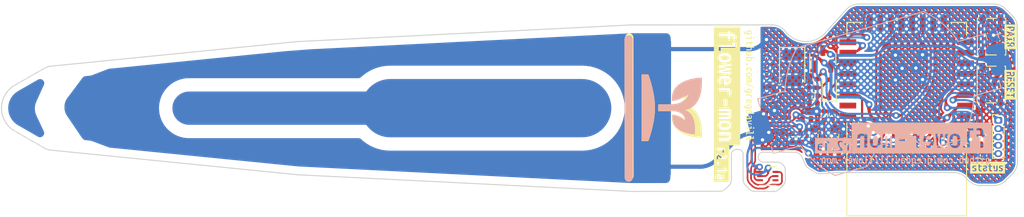
<source format=kicad_pcb>
(kicad_pcb (version 20221018) (generator pcbnew)
  (title_block (title "flower mon") (date "2022-05-24") (rev "r2.1a") (company "Greg Davill <greg.davill@gmail.com>") (comment 2 "OSHW: GPL-3.0") (comment 3 "https://github.com/gregdavill/flower-mon") (comment 4 "Zigbee based Soil monitor"))
  (layers (0 "F.Cu" signal) (31 "B.Cu" signal) (34 "B.Paste" user) (35 "F.Paste" user) (36 "B.SilkS" user "B.Silkscreen") (37 "F.SilkS" user "F.Silkscreen") (38 "B.Mask" user) (39 "F.Mask" user) (44 "Edge.Cuts" user))
  (net 0 "")
  (net 1 "Net-(BT1-Pad1)")
  (net 2 "GND")
  (net 3 "+3V0")
  (net 4 "/reset")
  (net 5 "/sense")
  (net 6 "Net-(D1-Pad2)")
  (net 7 "/2.2")
  (net 8 "/2.1")
  (net 9 "/led")
  (net 10 "/stim")
  (net 11 "/join")
  (net 17 "/scl")
  (net 19 "/hsu_pwr")
  (net 22 "/sda")
  (net 27 "/sensor")
  (footprint "Diode_SMD:D_SOD-323F" (layer "F.Cu") (at 170.525 99.175 90)
    (fp_text reference "D2" hide)
    (fp_text value "1N4148" hide)
  )
  (footprint "Capacitor_SMD:C_0603_1608Metric" (layer "F.Cu") (at 171.15 104.8 90)
    (fp_text reference "C2" hide)
    (fp_text value "10uF" hide)
  )
  (footprint "kibuzzard-628C3FDC" (layer "F.Cu") (at 192.25 98.7 -90)
    (fp_text reference "kibuzzard-628C3FDC" hide)
    (fp_text value "G***" hide)
  )
  (footprint "lib:gsd_logo_small" (layer "F.Cu") (at 162.914476 96.428055 -90)
    (fp_text reference "G***" hide)
    (fp_text value "LOGO" hide)
  )
  (footprint "Capacitor_SMD:C_0603_1608Metric" (layer "F.Cu") (at 168.675 104.775 -90)
    (fp_text reference "C3" hide)
    (fp_text value "10uF" hide)
  )
  (footprint "Package_DFN_QFN:DFN-6-1EP_2x2mm_P0.5mm_EP0.61x1.42mm" (layer "F.Cu") (at 163.15 109.675)
    (fp_text reference "U2" hide)
    (fp_text value "HSU-CHM-01A" hide)
  )
  (footprint "LED_SMD:LED_0603_1608Metric" (layer "F.Cu") (at 188.5 105.15 90)
    (fp_text reference "D1" hide)
    (fp_text value "green" hide)
  )
  (footprint "Button_Switch_SMD:SW_SPST_PTS810" (layer "F.Cu") (at 189.975 92.925 90)
    (fp_text reference "SW1" hide)
    (fp_text value "SW_Push" hide)
  )
  (footprint "kibuzzard-628D81CB" (layer "F.Cu") (at 158.275 98.85 -90)
    (fp_text reference "kibuzzard-628D81CB" hide)
    (fp_text value "G***" hide)
  )
  (footprint "Capacitor_Tantalum_SMD:CP_EIA-3528-21_Kemet-B" (layer "F.Cu") (at 166.075 96.675 -90)
    (fp_text reference "C7" hide)
    (fp_text value "220uF" hide)
  )
  (footprint "Resistor_SMD:R_0402_1005Metric" (layer "F.Cu") (at 167.825 102.775)
    (fp_text reference "R5" hide)
    (fp_text value "4.7k" hide)
  )
  (footprint "Connector_PinHeader_1.00mm:PinHeader_1x05_P1.00mm_Vertical" (layer "F.Cu") (at 190.775 102.975)
    (fp_text reference "J1" hide)
    (fp_text value "Conn_01x05_Male" hide)
  )
  (footprint "kibuzzard-628C36A2" (layer "F.Cu") (at 118.575 101.625 180)
    (fp_text reference "kibuzzard-628C36A2" hide)
    (fp_text value "G***" hide)
  )
  (footprint "Capacitor_SMD:C_0402_1005Metric" (layer "F.Cu") (at 168.625 100.975 180)
    (fp_text reference "C5" hide)
    (fp_text value "0.75pF" hide)
  )
  (footprint "Resistor_SMD:R_0402_1005Metric" (layer "F.Cu") (at 169.05 98.55 -90)
    (fp_text reference "R3" hide)
    (fp_text value "10k" hide)
  )
  (footprint "Resistor_SMD:R_0402_1005Metric" (layer "F.Cu") (at 168.625 100.025)
    (fp_text reference "R4" hide)
    (fp_text value "1M" hide)
  )
  (footprint "Resistor_SMD:R_0402_1005Metric" (layer "F.Cu") (at 167.05 105.05 -90)
    (fp_text reference "R6" hide)
    (fp_text value "4.7k" hide)
  )
  (footprint "Capacitor_SMD:C_0402_1005Metric" (layer "F.Cu") (at 166.075 105.05 90)
    (fp_text reference "C6" hide)
    (fp_text value "100nF" hide)
  )
  (footprint "LOGO" (layer "F.Cu") (at 151.65 101.475 -90)
    (fp_text reference "G***" hide)
    (fp_text value "LOGO" hide)
  )
  (footprint "kibuzzard-628C37D3" (layer "F.Cu") (at 189.5 108.65)
    (fp_text reference "kibuzzard-628C37D3" hide)
    (fp_text value "G***" hide)
  )
  (footprint "Button_Switch_SMD:SW_SPST_PTS810" (layer "F.Cu") (at 189.95 98.675 -90)
    (fp_text reference "SW2" hide)
    (fp_text value "SW_Push" hide)
  )
  (footprint "kibuzzard-628C3FD2" (layer "F.Cu") (at 192.25 92.95 -90)
    (fp_text reference "kibuzzard-628C3FD2" hide)
    (fp_text value "G***" hide)
  )
  (footprint "Capacitor_SMD:C_0402_1005Metric" (layer "F.Cu") (at 171.175 106.85 180)
    (fp_text reference "C1" hide)
    (fp_text value "100nF" hide)
  )
  (footprint "kibuzzard-628D81B8" (layer "F.Cu") (at 160.9 98.775 -90)
    (fp_text reference "kibuzzard-628D81B8" hide)
    (fp_text value "G***" hide)
  )
  (footprint "Resistor_SMD:R_0402_1005Metric" (layer "F.Cu") (at 188.45 107.15)
    (fp_text reference "R2" hide)
    (fp_text value "1k" hide)
  )
  (footprint "kibuzzard-62A9BF5E" (layer "F.Cu") (at 157.625 108.175 -90)
    (fp_text reference "kibuzzard-62A9BF5E" hide)
    (fp_text value "G***" hide)
  )
  (footprint "Capacitor_SMD:C_0402_1005Metric" (layer "F.Cu") (at 170.875 102.375 -90)
    (fp_text reference "C4" hide)
    (fp_text value "100nF" hide)
  )
  (footprint "RF_Module:E18-MS1-PCB" (layer "F.Cu") (at 179.8 102.825 180)
    (fp_text reference "U1" hide)
    (fp_text value "E18-MS1-PCB" hide)
  )
  (footprint "Resistor_SMD:R_0402_1005Metric" (layer "F.Cu") (at 169.925 102.4 90)
    (fp_text reference "R1" hide)
    (fp_text value "1k" hide)
  )
  (footprint "Package_TO_SOT_SMD:SOT-23" (layer "F.Cu") (at 169.75 95.6 90)
    (fp_text reference "Q1" hide)
    (fp_text value "BSS84" hide)
  )
  (footprint "lib:oshw_small" (layer "F.Cu") (at 163.45 99.475 -90)
    (fp_text reference "G***" hide)
    (fp_text value "LOGO" hide)
  )
  (footprint "kibuzzard-62A9BF6E" (layer "B.Cu") (at 171 106.025 180)
    (fp_text reference "kibuzzard-62A9BF6E" hide)
    (fp_text value "G***" hide)
  )
  (footprint "lib:keystone_1058" (layer "B.Cu") (at 176.725 99.7 -164)
    (fp_text reference "BT1" hide)
    (fp_text value "CR2032" hide)
  )
  (footprint "kibuzzard-628CB3EE" (layer "B.Cu") (at 181.6 105.1 180)
    (fp_text reference "kibuzzard-628CB3EE" hide)
    (fp_text value "G***" hide)
  )
  (footprint "LOGO" (layer "B.Cu") (at 151.65 101.45 90)
    (fp_text reference "G***" hide)
    (fp_text value "LOGO" hide)
  )
  (footprint "kibuzzard-628C3F80" (layer "B.Cu") (at 179.7 107.825 180)
    (fp_text reference "kibuzzard-628C3F80" hide)
    (fp_text value "G***" hide)
  )
  (gr_poly (pts (xy 131.79753 101.712385) (xy 131.768731 101.906535) (xy 131.721041 102.096925) (xy 131.654922 102.281715) (xy 131.571 102.459144) (xy 131.470101 102.627485) (xy 131.353181 102.785135) (xy 131.221381 102.930566) (xy 131.075951 103.062365) (xy 130.918301 103.179285) (xy 130.749961 103.280184) (xy 130.572531 103.364105) (xy 130.387741 103.430225) (xy 130.197351 103.477915) (xy 130.003201 103.506715) (xy 129.807171 103.516345) (xy 93.807171 103.516345) (xy 93.611141 103.506715) (xy 93.416991 103.477915) (xy 93.226601 103.430225) (xy 93.041811 103.364105) (xy 92.864381 103.280185) (xy 92.69604 103.179284) (xy 92.538391 103.062365) (xy 92.392961 102.930566) (xy 92.261161 102.785135) (xy 92.144241 102.627485) (xy 92.043341 102.459145) (xy 91.959422 102.281715) (xy 91.893301 102.096925) (xy 91.845611 101.906535) (xy 91.816811 101.712385) (xy 91.807181 101.516355) (xy 91.81681 101.320325) (xy 91.845611 101.126175) (xy 91.893301 100.935785) (xy 91.959421 100.750995) (xy 92.043341 100.573566) (xy 92.144241 100.405225) (xy 92.261161 100.247575) (xy 92.392961 100.102145) (xy 92.538392 99.970345) (xy 92.696041 99.853425) (xy 92.864381 99.752526) (xy 93.041811 99.668605) (xy 93.226601 99.602485) (xy 93.416991 99.554795) (xy 93.611141 99.525995) (xy 93.807171 99.516365) (xy 129.807171 99.516365) (xy 130.003201 99.525995) (xy 130.197351 99.554795) (xy 130.387741 99.602485) (xy 130.572531 99.668605) (xy 130.749961 99.752525) (xy 130.918301 99.853425) (xy 131.075952 99.970345) (xy 131.221381 100.102145) (xy 131.353181 100.247575) (xy 131.470101 100.405225) (xy 131.571001 100.573565) (xy 131.65492 100.750994) (xy 131.721041 100.935785) (xy 131.768731 101.126175) (xy 131.797532 101.320325) (xy 131.807161 101.516355)) (fill solid) (layer "B.Cu"))
  (gr_poly (pts (xy 144.390301 101.859415) (xy 144.339901 102.199175) (xy 144.256441 102.532355) (xy 144.140731 102.855745) (xy 143.993871 103.166245) (xy 143.817291 103.460855) (xy 143.612692 103.736735) (xy 143.382022 103.991225) (xy 143.127531 104.221895) (xy 142.851651 104.426495) (xy 142.557041 104.603075) (xy 142.246541 104.749935) (xy 141.92315 104.865645) (xy 141.589971 104.949106) (xy 141.250211 104.999505) (xy 140.907151 105.016355) (xy 117.907171 105.016355) (xy 117.564111 104.999505) (xy 117.224351 104.949106) (xy 116.891172 104.865645) (xy 116.567782 104.749935) (xy 116.257281 104.603075) (xy 115.962671 104.426495) (xy 115.68679 104.221895) (xy 115.432301 103.991225) (xy 115.20163 103.736734) (xy 114.997031 103.460855) (xy 114.820451 103.166245) (xy 114.673591 102.855744) (xy 114.557881 102.532355) (xy 114.474421 102.199175) (xy 114.424021 101.859415) (xy 114.407171 101.516355) (xy 114.424021 101.173295) (xy 114.474422 100.833535) (xy 114.557881 100.500355) (xy 114.673591 100.176965) (xy 114.820451 99.866464) (xy 114.997031 99.571855) (xy 115.201631 99.295975) (xy 115.432301 99.041485) (xy 115.686792 98.810815) (xy 115.962671 98.606216) (xy 116.257281 98.429635) (xy 116.56778 98.282775) (xy 116.891171 98.167065) (xy 117.224351 98.083605) (xy 117.564111 98.033205) (xy 117.907172 98.016355) (xy 140.90715 98.016354) (xy 141.250211 98.033205) (xy 141.589971 98.083605) (xy 141.923151 98.167065) (xy 142.246541 98.282775) (xy 142.557042 98.429635) (xy 142.851652 98.606215) (xy 143.127531 98.810815) (xy 143.382021 99.041485) (xy 143.612691 99.295975) (xy 143.81729 99.571855) (xy 143.993871 99.866464) (xy 144.140731 100.176964) (xy 144.256441 100.500355) (xy 144.339901 100.833535) (xy 144.390301 101.173295) (xy 144.407151 101.516355)) (fill solid) (layer "B.Cu"))
  (gr_line (start 146.492502 109.851745) (end 146.470702 93.256755) (stroke (width 1)) (layer "B.SilkS"))
  (gr_line (start 146.580761 109.632745) (end 146.558971 93.037756) (stroke (width 1)) (layer "F.SilkS"))
  (gr_line (start 165.264557 110.105766) (end 165.256865 108.993088) (stroke (width 0.12)) (layer "Edge.Cuts"))
  (gr_line (start 164.256888 108) (end 162.6 108) (stroke (width 0.12)) (layer "Edge.Cuts"))
  (gr_line (start 191.65701 110.216349) (end 192.48544 109.387919) (stroke (width 0.12)) (layer "Edge.Cuts"))
  (gr_arc (start 159.600001 106.464857) (mid 160.024265 106.640593) (end 160.2 107.064857) (stroke (width 0.12)) (layer "Edge.Cuts"))
  (gr_line (start 159.393936 106.464856) (end 159.600001 106.464857) (stroke (width 0.12)) (layer "Edge.Cuts"))
  (gr_line (start 187.132151 89.016354) (end 174.041679 89.016352) (stroke (width 0.12)) (layer "Edge.Cuts"))
  (gr_line (start 169.482154 109.388056) (end 171.295177 109.253406) (stroke (width 0.12)) (layer "Edge.Cuts"))
  (gr_arc (start 160.491367 110.793926) (mid 160.275708 110.470034) (end 160.2 110.088349) (stroke (width 0.12)) (layer "Edge.Cuts"))
  (gr_arc (start 191.65701 110.216349) (mid 191.008158 110.64989) (end 190.24279 110.80214) (stroke (width 0.12)) (layer "Edge.Cuts"))
  (gr_line (start 158.092493 111.208073) (end 158.50614 110.793293) (stroke (width 0.12)) (layer "Edge.Cuts"))
  (gr_line (start 168.041365 108.733487) (end 168.891033 109.24675) (stroke (width 0.12)) (layer "Edge.Cuts"))
  (gr_arc (start 162.6 108) (mid 162 107.4) (end 162.6 106.8) (stroke (width 0.12)) (layer "Edge.Cuts"))
  (gr_arc (start 77.258591 106.55898) (mid 76.846051 106.473119) (end 76.460661 106.302718) (stroke (width 0.12)) (layer "Edge.Cuts"))
  (gr_arc (start 166.34415 106.799999) (mid 166.892573 106.963798) (end 167.261333 107.401536) (stroke (width 0.12)) (layer "Edge.Cuts"))
  (gr_arc (start 164.256888 108) (mid 164.961546 108.290455) (end 165.256865 108.993088) (stroke (width 0.12)) (layer "Edge.Cuts"))
  (gr_arc (start 171.295177 109.253406) (mid 171.332183 109.251347) (end 171.36924 109.250661) (stroke (width 0.12)) (layer "Edge.Cuts"))
  (gr_arc (start 163.680454 91.516346) (mid 164.566276 91.723216) (end 165.268845 92.301034) (stroke (width 0.12)) (layer "Edge.Cuts"))
  (gr_line (start 158.798067 110.085788) (end 158.793937 107.065677) (stroke (width 0.12)) (layer "Edge.Cuts"))
  (gr_line (start 106.832162 93.516343) (end 77.25859 96.473717) (stroke (width 0.12)) (layer "Edge.Cuts"))
  (gr_arc (start 164.569204 111.223313) (mid 164.242466 111.44158) (end 163.856858 111.517112) (stroke (width 0.12)) (layer "Edge.Cuts"))
  (gr_line (start 106.832161 109.516364) (end 146.832151 111.516364) (stroke (width 0.12)) (layer "Edge.Cuts"))
  (gr_line (start 167.261333 107.401536) (end 167.641239 108.276001) (stroke (width 0.12)) (layer "Edge.Cuts"))
  (gr_line (start 192.485445 90.430564) (end 191.65701 89.602139) (stroke (width 0.12)) (layer "Edge.Cuts"))
  (gr_arc (start 158.092493 111.208073) (mid 157.768367 111.42529) (end 157.385788 111.501934) (stroke (width 0.12)) (layer "Edge.Cuts"))
  (gr_arc (start 72.832155 104.216342) (mid 71.332149 101.516352) (end 72.832151 98.81636) (stroke (width 0.12)) (layer "Edge.Cuts"))
  (gr_line (start 76.460661 96.729978) (end 72.832151 98.81636) (stroke (width 0.12)) (layer "Edge.Cuts"))
  (gr_arc (start 169.482154 109.388056) (mid 169.175598 109.3634) (end 168.891033 109.24675) (stroke (width 0.12)) (layer "Edge.Cuts"))
  (gr_arc (start 168.041365 108.733487) (mid 167.805704 108.535878) (end 167.641239 108.276001) (stroke (width 0.12)) (layer "Edge.Cuts"))
  (gr_line (start 146.832151 91.516344) (end 106.832162 93.516343) (stroke (width 0.12)) (layer "Edge.Cuts"))
  (gr_arc (start 158.793937 107.065677) (mid 158.969382 106.640883) (end 159.393936 106.464856) (stroke (width 0.12)) (layer "Edge.Cuts"))
  (gr_line (start 162.6 106.8) (end 166.34415 106.799999) (stroke (width 0.12)) (layer "Edge.Cuts"))
  (gr_arc (start 158.798067 110.085788) (mid 158.72247 110.468575) (end 158.50614 110.793293) (stroke (width 0.12)) (layer "Edge.Cuts"))
  (gr_line (start 72.832155 104.216342) (end 76.460661 106.302718) (stroke (width 0.12)) (layer "Edge.Cuts"))
  (gr_line (start 146.832151 111.516364) (end 157.385788 111.501934) (stroke (width 0.12)) (layer "Edge.Cuts"))
  (gr_arc (start 76.460661 96.729978) (mid 76.84605 96.559578) (end 77.25859 96.473717) (stroke (width 0.12)) (layer "Edge.Cuts"))
  (gr_line (start 161.612934 111.507408) (end 163.856858 111.517112) (stroke (width 0.12)) (layer "Edge.Cuts"))
  (gr_line (start 188.617716 110.802129) (end 190.24279 110.80214) (stroke (width 0.12)) (layer "Edge.Cuts"))
  (gr_arc (start 165.264557 110.105766) (mid 165.190023 110.491568) (end 164.972601 110.81887) (stroke (width 0.12)) (layer "Edge.Cuts"))
  (gr_line (start 171.36924 109.250661) (end 185.45468 109.250659) (stroke (width 0.12)) (layer "Edge.Cuts"))
  (gr_line (start 172.555603 89.677857) (end 170.260243 92.226314) (stroke (width 0.12)) (layer "Edge.Cuts"))
  (gr_line (start 77.258591 106.55898) (end 106.832161 109.516364) (stroke (width 0.12)) (layer "Edge.Cuts"))
  (gr_line (start 164.569204 111.223313) (end 164.972601 110.81887) (stroke (width 0.12)) (layer "Edge.Cuts"))
  (gr_arc (start 192.485445 90.430564) (mid 192.918982 91.079414) (end 193.07122 91.84478) (stroke (width 0.12)) (layer "Edge.Cuts"))
  (gr_arc (start 172.555603 89.677857) (mid 173.228348 89.189191) (end 174.041679 89.016352) (stroke (width 0.12)) (layer "Edge.Cuts"))
  (gr_arc (start 188.617716 110.802132) (mid 187.736953 110.597762) (end 187.0362 110.026399) (stroke (width 0.12)) (layer "Edge.Cuts"))
  (gr_line (start 163.680454 91.51634) (end 146.832151 91.516344) (stroke (width 0.12)) (layer "Edge.Cuts"))
  (gr_line (start 160.2 107.064857) (end 160.2 110.088349) (stroke (width 0.12)) (layer "Edge.Cuts"))
  (gr_arc (start 161.612934 111.507408) (mid 161.23158 111.430051) (end 160.908625 111.212992) (stroke (width 0.12)) (layer "Edge.Cuts"))
  (gr_line (start 193.07122 107.973711) (end 193.07122 91.84478) (stroke (width 0.12)) (layer "Edge.Cuts"))
  (gr_arc (start 193.07122 107.973711) (mid 192.918979 108.739073) (end 192.48544 109.387919) (stroke (width 0.12)) (layer "Edge.Cuts"))
  (gr_arc (start 185.45468 109.250659) (mid 186.335446 109.455032) (end 187.0362 110.026399) (stroke (width 0.12)) (layer "Edge.Cuts"))
  (gr_line (start 170.260243 92.226314) (end 170.172629 92.330498) (stroke (width 0.12)) (layer "Edge.Cuts"))
  (gr_line (start 190.242802 89.016349) (end 187.132151 89.016354) (stroke (width 0.12)) (layer "Edge.Cuts"))
  (gr_arc (start 190.242802 89.016349) (mid 191.008167 89.168591) (end 191.65701 89.602139) (stroke (width 0.12)) (layer "Edge.Cuts"))
  (gr_arc (start 170.172629 92.330498) (mid 167.713514 93.517882) (end 165.268845 92.301034) (stroke (width 0.12)) (layer "Edge.Cuts"))
  (gr_line (start 160.491367 110.793926) (end 160.908625 111.212992) (stroke (width 0.12)) (layer "Edge.Cuts"))
  (segment (start 170.65 95.05) (end 170.443696 94.843696) (width 0.35) (layer "F.Cu") (net 1))
  (segment (start 170.00625 94.6625) (end 169.75 94.6625) (width 0.35) (layer "F.Cu") (net 1))
  (via (at 170.65 95.05) (size 0.8) (drill 0.4) (layers "F.Cu" "B.Cu") (net 1))
  (arc (start 170.00625 94.6625) (mid 170.242994 94.709591) (end 170.443696 94.843696) (width 0.35) (layer "F.Cu") (net 1))
  (segment (start 186.796896 94.846896) (end 186.801234 94.851234) (width 0.35) (layer "B.Cu") (net 1))
  (segment (start 170.7125 95.1125) (end 170.65 95.05) (width 0.35) (layer "B.Cu") (net 1))
  (segment (start 170.863388 95.175) (end 175.454504 95.175) (width 0.35) (layer "B.Cu") (net 1))
  (segment (start 188.725112 95.648131) (end 190.855547 95.648131) (width 0.35) (layer "B.Cu") (net 1))
  (segment (start 184.873018 94.05) (end 178.170495 94.05) (width 0.35) (layer "B.Cu") (net 1))
  (arc (start 170.7125 95.1125) (mid 170.781728 95.158756) (end 170.863388 95.175) (width 0.35) (layer "B.Cu") (net 1))
  (arc (start 186.796896 94.846896) (mid 185.914213 94.257106) (end 184.873018 94.05) (width 0.35) (layer "B.Cu") (net 1))
  (arc (start 178.170495 94.05) (mid 177.435553 94.196188) (end 176.8125 94.6125) (width 0.35) (layer "B.Cu") (net 1))
  (arc (start 186.801234 94.851234) (mid 187.683917 95.441024) (end 188.725112 95.648131) (width 0.35) (layer "B.Cu") (net 1))
  (arc (start 176.8125 94.6125) (mid 176.189446 95.028811) (end 175.454504 95.175) (width 0.35) (layer "B.Cu") (net 1))
  (segment (start 187.45 105.275) (end 187.975498 105.800498) (width 0.25) (layer "F.Cu") (net 2))
  (segment (start 188.875 96.95) (end 188.875 97.8625) (width 0.25) (layer "F.Cu") (net 2))
  (segment (start 188.875 99.5125) (end 188.875 99.770312) (width 0.25) (layer "F.Cu") (net 2))
  (segment (start 188.875 99.912108) (end 188.875 99.937889) (width 0.25) (layer "F.Cu") (net 2))
  (segment (start 168.145 100.670625) (end 168.145 100.691776) (width 0.25) (layer "F.Cu") (net 2))
  (segment (start 168.145 100.642405) (end 168.145 100.659767) (width 0.25) (layer "F.Cu") (net 2))
  (segment (start 190.2 92.75) (end 190.2 93.0875) (width 0.25) (layer "F.Cu") (net 2))
  (segment (start 168.145 100.523773) (end 168.145 100.583815) (width 0.25) (layer "F.Cu") (net 2))
  (segment (start 168.145 100.323952) (end 168.145 100.359939) (width 0.25) (layer "F.Cu") (net 2))
  (segment (start 168.328847 101.653847) (end 168.424739 101.749739) (width 0.25) (layer "F.Cu") (net 2))
  (segment (start 168.145 100.665196) (end 168.145 100.670625) (width 0.25) (layer "F.Cu") (net 2))
  (segment (start 163.3475 104.4975) (end 163.275 104.425) (width 0.25) (layer "F.Cu") (net 2))
  (segment (start 162.836608 109.675) (end 162.225 109.675) (width 0.2) (layer "F.Cu") (net 2))
  (segment (start 172.225 104.025) (end 171.167677 104.025) (width 0.25) (layer "F.Cu") (net 2))
  (segment (start 168.093786 100.025) (end 167.8325 100.025) (width 0.25) (layer "F.Cu") (net 2))
  (segment (start 168.145 100.61311) (end 168.145 100.642405) (width 0.25) (layer "F.Cu") (net 2))
  (segment (start 188.372747 102.077252) (end 188.583318 101.866681) (width 0.25) (layer "F.Cu") (net 2))
  (segment (start 167.725 97) (end 168.757322 97) (width 0.35) (layer "F.Cu") (net 2))
  (segment (start 188.875 99.254688) (end 188.875 99.5125) (width 0.25) (layer "F.Cu") (net 2))
  (segment (start 168.145 100.723597) (end 168.145 100.927115) (width 0.25) (layer "F.Cu") (net 2))
  (segment (start 190.731801 92.068198) (end 190.253032 92.546966) (width 0.25) (layer "F.Cu") (net 2))
  (segment (start 167 99.086091) (end 167 98.593674) (width 0.25) (layer "F.Cu") (net 2))
  (segment (start 168.675 105.955545) (end 168.675 105.55) (width 0.25) (layer "F.Cu") (net 2))
  (segment (start 168.145 100.449275) (end 168.145 100.431913) (width 0.25) (layer "F.Cu") (net 2))
  (segment (start 168.145 101.21) (end 168.145 101.205536) (width 0.25) (layer "F.Cu") (net 2))
  (segment (start 189.292157 96.6) (end 189.225 96.6) (width 0.25) (layer "F.Cu") (net 2))
  (segment (start 168.145 100.659767) (end 168.145 100.665196) (width 0.25) (layer "F.Cu") (net 2))
  (segment (start 190.2 92.675) (end 190.2 92.75) (width 0.25) (layer "F.Cu") (net 2))
  (segment (start 167.3625 97.3625) (end 167.725 97) (width 0.25) (layer "F.Cu") (net 2))
  (segment (start 163.2 108.7) (end 163.2 109.187867) (width 0.2) (layer "F.Cu") (net 2))
  (segment (start 169.775 106.4) (end 169.7625 106.4125) (width 0.25) (layer "F.Cu") (net 2))
  (segment (start 188.875 98.6875) (end 188.875 98.958203) (width 0.25) (layer "F.Cu") (net 2))
  (segment (start 162.987498 109.612499) (end 163.049999 109.549999) (width 0.2) (layer "F.Cu") (net 2))
  (segment (start 170.96162 103.18662) (end 171.025 103.25) (width 0.25) (layer "F.Cu") (net 2))
  (segment (start 188.875 99.886327) (end 188.875 99.912108) (width 0.25) (layer "F.Cu") (net 2))
  (segment (start 168.145 100.703709) (end 168.145 100.691776) (width 0.25) (layer "F.Cu") (net 2))
  (segment (start 168.145 100.486524) (end 168.145 100.523773) (width 0.25) (layer "F.Cu") (net 2))
  (segment (start 170.46 106.85) (end 170.695 106.85) (width 0.25) (layer "F.Cu") (net 2))
  (segment (start 168.145 101.196609) (end 168.145 101.205536) (width 0.25) (layer "F.Cu") (net 2))
  (segment (start 169.144454 106.425) (end 169.732322 106.425) (width 0.25) (layer "F.Cu") (net 2))
  (segment (start 163.52253 104.57) (end 166.075 104.57) (width 0.25) (layer "F.Cu") (net 2))
  (segment (start 188.875 99.254688) (end 188.875 99.241797) (width 0.25) (layer "F.Cu") (net 2))
  (segment (start 168.145 100.715642) (end 168.145 100.703709) (width 0.25) (layer "F.Cu") (net 2))
  (segment (start 168.145 101.15644) (end 168.145 101.174293) (width 0.25) (layer "F.Cu") (net 2))
  (segment (start 188.875 101.1625) (end 188.875 101.149609) (width 0.25) (layer "F.Cu") (net 2))
  (segment (start 168.145 100.583815) (end 168.145 100.61311) (width 0.25) (layer "F.Cu") (net 2))
  (segment (start 168.145 100.236069) (end 168.145 100.287965) (width 0.25) (layer "F.Cu") (net 2))
  (segment (start 171.175 103.612132) (end 171.175 103.982322) (width 0.25) (layer "F.Cu") (net 2))
  (segment (start 188.875 100.389062) (end 188.875 100.234374) (width 0.25) (layer "F.Cu") (net 2))
  (segment (start 190.204029 95.22097) (end 190.199999 95.224999) (width 0.25) (layer "F.Cu") (net 2))
  (segment (start 188.875 98.958203) (end 188.875 99.241797) (width 0.25) (layer "F.Cu") (net 2))
  (segment (start 187.45 105.275) (end 187.15 104.975) (width 0.25) (layer "F.Cu") (net 2))
  (segment (start 168.145 101.174293) (end 168.145 101.192146) (width 0.25) (layer "F.Cu") (net 2))
  (segment (start 188.875 99.770312) (end 188.875 99.886327) (width 0.25) (layer "F.Cu") (net 2))
  (segment (start 191.05 91.3) (end 191.05 90.85) (width 0.25) (layer "F.Cu") (net 2))
  (segment (start 168.145 100.449275) (end 168.145 100.486524) (width 0.25) (layer "F.Cu") (net 2))
  (segment (start 190.438648 93.663648) (end 190.793673 94.018673) (width 0.25) (layer "F.Cu") (net 2))
  (segment (start 189.975 95.917157) (end 189.975 95.768198) (width 0.25) (layer "F.Cu") (net 2))
  (segment (start 168.145 100.323952) (end 168.145 100.287965) (width 0.25) (layer "F.Cu") (net 2))
  (segment (start 167.275 99.75) (end 167.350242 99.825242) (width 0.25) (layer "F.Cu") (net 2))
  (segment (start 169 101.9) (end 168.7875 101.9) (width 0.25) (layer "F.Cu") (net 2))
  (segment (start 168.145 101.192146) (end 168.145 101.196609) (width 0.25) (layer "F.Cu") (net 2))
  (segment (start 188.875 97.8625) (end 188.875 98.6875) (width 0.25) (layer "F.Cu") (net 2))
  (segment (start 188.875 100.234374) (end 188.875 99.937889) (width 0.25) (layer "F.Cu") (net 2))
  (segment (start 186.85 104.250735) (end 186.85 103.15) (width 0.25) (layer "F.Cu") (net 2))
  (segment (start 169.775 106.4) (end 170.058829 106.683829) (width 0.25) (layer "F.Cu") (net 2))
  (segment (start 168.145 100.359939) (end 168.145 100.431913) (width 0.25) (layer "F.Cu") (net 2))
  (via (at 178.45 98.125) (size 0.8) (drill 0.4) (layers "F.Cu" "B.Cu") (net 2))
  (via (at 169.775 106.4) (size 0.8) (drill 0.4) (layers "F.Cu" "B.Cu") (net 2))
  (via (at 167.725 97) (size 0.8) (drill 0.4) (layers "F.Cu" "B.Cu") (net 2))
  (via (at 163 93.275) (size 0.8) (drill 0.4) (layers "F.Cu" "B.Cu") (net 2))
  (via (at 162.525 105.325) (size 0.8) (drill 0.4) (layers "F.Cu" "B.Cu") (net 2))
  (via (at 172.225 104.025) (size 0.8) (drill 0.4) (layers "F.Cu" "B.Cu") (net 2))
  (via (at 163.95 101.8) (size 0.8) (drill 0.4) (layers "F.Cu" "B.Cu") (net 2))
  (via (at 190.2 92.75) (size 0.8) (drill 0.4) (layers "F.Cu" "B.Cu") (net 2))
  (via (at 163.2 108.7) (size 0.8) (drill 0.4) (layers "F.Cu" "B.Cu") (net 2))
  (via (at 178.45 95.15) (size 0.8) (drill 0.4) (layers "F.Cu" "B.Cu") (net 2))
  (via (at 187.45 105.275) (size 0.8) (drill 0.4) (layers "F.Cu" "B.Cu") (net 2))
  (via (at 163.275 104.425) (size 0.8) (drill 0.4) (layers "F.Cu" "B.Cu") (net 2))
  (via (at 181.7 98.075) (size 0.8) (drill 0.4) (layers "F.Cu" "B.Cu") (net 2))
  (via (at 181.7 95.1) (size 0.8) (drill 0.4) (layers "F.Cu" "B.Cu") (net 2))
  (via (at 180.9 96.7) (size 0.8) (drill 0.4) (layers "F.Cu" "B.Cu") (net 2))
  (via (at 179.25 96.725) (size 0.8) (drill 0.4) (layers "F.Cu" "B.Cu") (net 2))
  (via (at 162.65 102.2) (size 0.8) (drill 0.4) (layers "F.Cu" "B.Cu") (net 2))
  (via (at 169 101.9) (size 0.8) (drill 0.4) (layers "F.Cu" "B.Cu") (net 2))
  (arc (start 167.8325 100.025) (mid 167.571503 99.973084) (end 167.350242 99.825242) (width 0.25) (layer "F.Cu") (net 2))
  (arc (start 187.525 102.475) (mid 187.047702 102.672702) (end 186.85 103.15) (width 0.25) (layer "F.Cu") (net 2))
  (arc (start 188.875 96.95) (mid 188.977512 96.702512) (end 189.225 96.6) (width 0.25) (layer "F.Cu") (net 2))
  (arc (start 167 99.086091) (mid 167.07147 99.445396) (end 167.275 99.75) (width 0.25) (layer "F.Cu") (net 2))
  (arc (start 191.05 94.6375) (mid 190.983382 94.302593) (end 190.793673 94.018673) (width 0.25) (layer "F.Cu") (net 2))
  (arc (start 168.328847 101.653847) (mid 168.19278 101.450208) (end 168.145 101.21) (width 0.25) (layer "F.Cu") (net 2))
  (arc (start 190.2 92.675) (mid 190.213782 92.605708) (end 190.253032 92.546966) (width 0.25) (layer "F.Cu") (net 2))
  (arc (start 163.049999 109.549999) (mid 163.161016 109.383851) (end 163.2 109.187867) (width 0.2) (layer "F.Cu") (net 2))
  (arc (start 170.46 106.85) (mid 170.242888 106.806813) (end 170.058829 106.683829) (width 0.25) (layer "F.Cu") (net 2))
  (arc (start 188.875 101.1625) (mid 188.799194 101.5436) (end 188.583318 101.866681) (width 0.25) (layer "F.Cu") (net 2))
  (arc (start 162.836608 109.675) (mid 162.918269 109.658756) (end 162.987498 109.612499) (width 0.2) (layer "F.Cu") (net 2))
  (arc (start 163.3475 104.4975) (mid 163.427804 104.551157) (end 163.52253 104.57) (width 0.25) (layer "F.Cu") (net 2))
  (arc (start 168.145 100.715642) (mid 168.145 100.717971) (end 168.145 100.723597) (width 0.25) (layer "F.Cu") (net 2))
  (arc (start 190.7375 95) (mid 190.448787 95.057428) (end 190.204029 95.22097) (width 0.25) (layer "F.Cu") (net 2))
  (arc (start 168.145 100.236069) (mid 168.145 100.227488) (end 168.145 100.206774) (width 0.25) (layer "F.Cu") (net 2))
  (arc (start 191.05 91.3) (mid 190.967302 91.715745) (end 190.731801 92.068198) (width 0.25) (layer "F.Cu") (net 2))
  (arc (start 189.975 95.768198) (mid 190.033475 95.474221) (end 190.199999 95.224999) (width 0.25) (layer "F.Cu") (net 2))
  (arc (start 187.975498 105.800498) (mid 188.127248 105.901894) (end 188.30625 105.9375) (width 0.25) (layer "F.Cu") (net 2))
  (arc (start 168.145 100.236069) (mid 168.145 100.227488) (end 168.145 100.206774) (width 0.25) (layer "F.Cu") (net 2))
  (arc (start 170.875 102.9775) (mid 170.897511 103.090675) (end 170.96162 103.18662) (width 0.25) (layer "F.Cu") (net 2))
  (arc (start 188.372747 102.077252) (mid 187.932182 102.371628) (end 187.4125 102.475) (width 0.25) (layer "F.Cu") (net 2))
  (arc (start 168.145 100.715642) (mid 168.145 100.717971) (end 168.145 100.723597) (width 0.25) (layer "F.Cu") (net 2))
  (arc (start 190.438648 93.663648) (mid 190.262022 93.399309) (end 190.2 93.0875) (width 0.25) (layer "F.Cu") (net 2))
  (arc (start 169.144454 106.425) (mid 168.964801 106.389264) (end 168.8125 106.2875) (width 0.25) (layer "F.Cu") (net 2))
  (arc (start 168.7875 101.9) (mid 168.591175 101.860948) (end 168.424739 101.749739) (width 0.25) (layer "F.Cu") (net 2))
  (arc (start 171.175 103.612132) (mid 171.136016 103.416147) (end 171.025 103.25) (width 0.25) (layer "F.Cu") (net 2))
  (arc (start 186.85 104.250735) (mid 186.927967 104.642704) (end 187.15 104.975) (width 0.25) (layer "F.Cu") (net 2))
  (arc (start 191.05 94.6875) (mid 190.95847 94.90847) (end 190.7375 95) (width 0.25) (layer "F.Cu") (net 2))
  (arc (start 189.975 95.917157) (mid 189.923021 96.178469) (end 189.775 96.4) (width 0.25) (layer "F.Cu") (net 2))
  (arc (start 168.8125 106.2875) (mid 168.710735 106.135197) (end 168.675 105.955545) (width 0.25) (layer "F.Cu") (net 2))
  (arc (start 169.7625 106.4125) (mid 169.748654 106.421751) (end 169.732322 106.425) (width 0.25) (layer "F.Cu") (net 2))
  (arc (start 167.3625 97.3625) (mid 167.09421 97.764023) (end 167 98.237652) (width 0.25) (layer "F.Cu") (net 2))
  (arc (start 189.292157 96.6) (mid 189.553469 96.548021) (end 189.775 96.4) (width 0.25) (layer "F.Cu") (net 2))
  (segment (start 160.7 108.475735) (end 160.7 107.236396) (width 0.25) (layer "B.Cu") (net 2))
  (segment (start 187.67097 106.12097) (end 187.9875 106.4375) (width 0.25) (layer "B.Cu") (net 2))
  (segment (start 161.041803 94.422085) (end 150.057691 94.422085) (width 0.5) (layer "B.Cu") (net 2))
  (segment (start 163.2 108.7) (end 162.788908 109.111091) (width 0.25) (layer "B.Cu") (net 2))
  (segment (start 162.426457 93.848542) (end 163 93.275) (width 0.5) (layer "B.Cu") (net 2))
  (segment (start 187.45 105.275) (end 187.45 105.5875) (width 0.25) (layer "B.Cu") (net 2))
  (segment (start 155.022052 108.550966) (end 149.949541 108.550966) (width 0.5) (layer "B.Cu") (net 2))
  (segment (start 163.015625 104.576938) (end 161.099295 104.576938) (width 0.5) (layer "B.Cu") (net 2))
  (segment (start 159.328103 105.371896) (end 156.94593 107.754069) (width 0.5) (layer "B.Cu") (net 2))
  (segment (start 161.647534 105.814758) (end 161.647534 104.822224) (width 0.25) (layer "B.Cu") (net 2))
  (segment (start 161.85 109.5) (end 161.724264 109.5) (width 0.25) (layer "B.Cu") (net 2))
  (segment (start 189.285139 106.975) (end 190.775 106.975) (width 0.25) (layer "B.Cu") (net 2))
  (arc (start 162.426457 93.848542) (mid 161.791172 94.273026) (end 161.041803 94.422085) (width 0.5) (layer "B.Cu") (net 2))
  (arc (start 161.15 106.15) (mid 161.38282 105.958929) (end 161.647534 105.814758) (width 0.25) (layer "B.Cu") (net 2))
  (arc (start 155.022052 108.550966) (mid 156.063247 108.343859) (end 156.94593 107.754069) (width 0.5) (layer "B.Cu") (net 2))
  (arc (start 160.7 108.475735) (mid 160.777967 108.867704) (end 161 109.2) (width 0.25) (layer "B.Cu") (net 2))
  (arc (start 159.328103 105.371896) (mid 160.140697 104.812296) (end 161.099295 104.576938) (width 0.5) (layer "B.Cu") (net 2))
  (arc (start 189.285139 106.975) (mid 188.582861 106.835308) (end 187.9875 106.4375) (width 0.25) (layer "B.Cu") (net 2))
  (arc (start 161.724264 109.5) (mid 161.332295 109.422032) (end 161 109.2) (width 0.25) (layer "B.Cu") (net 2))
  (arc (start 187.67097 106.12097) (mid 187.507428 105.876212) (end 187.45 105.5875) (width 0.25) (layer "B.Cu") (net 2))
  (arc (start 161.85 109.5) (mid 162.358133 109.398925) (end 162.788908 109.111091) (width 0.25) (layer "B.Cu") (net 2))
  (arc (start 161.15 106.15) (mid 160.816951 106.648442) (end 160.7 107.236396) (width 0.25) (layer "B.Cu") (net 2))
  (segment (start 172.2 105.575) (end 172.2125 105.5875) (width 0.25) (layer "F.Cu") (net 3))
  (segment (start 172.171484 105.575) (end 172.18125 105.575) (width 0.35) (layer "F.Cu") (net 3))
  (segment (start 171.632811 105.575) (end 171.567186 105.575) (width 0.35) (layer "F.Cu") (net 3))
  (segment (start 170.830078 105.575) (end 170.825 105.575) (width 0.35) (layer "F.Cu") (net 3))
  (segment (start 176.6125 105.25) (end 176.814254 105.048245) (width 0.35) (layer "F.Cu") (net 3))
  (segment (start 169.796966 104) (end 168.675 104) (width 0.25) (layer "F.Cu") (net 3))
  (segment (start 172.085936 105.575) (end 172.074608 105.575) (width 0.35) (layer "F.Cu") (net 3))
  (segment (start 172.074608 105.575) (end 172.058202 105.575) (width 0.35) (layer "F.Cu") (net 3))
  (segment (start 168.224587 95.1375) (end 166.075 95.1375) (width 0.35) (layer "F.Cu") (net 3))
  (segment (start 175.3 101.075) (end 175.3 101.675) (width 0.35) (layer "F.Cu") (net 3))
  (segment (start 172.2 105.575) (end 172.19375 105.575) (width 0.35) (layer "F.Cu") (net 3))
  (segment (start 171.98662 106.763379) (end 172.062499 106.687499) (width 0.25) (layer "F.Cu") (net 3))
  (segment (start 171.453125 105.575) (end 171.359375 105.575) (width 0.35) (layer "F.Cu") (net 3))
  (segment (start 169.35625 95.60625) (end 169.789644 96.039644) (width 0.35) (layer "F.Cu") (net 3))
  (segment (start 171.632811 105.575) (end 171.665624 105.575) (width 0.35) (layer "F.Cu") (net 3))
  (segment (start 171.978124 105.575) (end 172.041796 105.575) (width 0.35) (layer "F.Cu") (net 3))
  (segment (start 171.501561 105.575) (end 171.453125 105.575) (width 0.35) (layer "F.Cu") (net 3))
  (segment (start 172.153515 105.575) (end 172.135546 105.575) (width 0.35) (layer "F.Cu") (net 3))
  (segment (start 172.19375 105.575) (end 172.18125 105.575) (width 0.35) (layer "F.Cu") (net 3))
  (segment (start 169.925 103.871966) (end 169.925 102.91) (width 0.25) (layer "F.Cu") (net 3))
  (segment (start 172.124999 105.575) (end 172.085936 105.575) (width 0.35) (layer "F.Cu") (net 3))
  (segment (start 172.2 105.575) (end 175.82788 105.575) (width 0.35) (layer "F.Cu") (net 3))
  (segment (start 170.864452 105.575) (end 170.846483 105.575) (width 0.35) (layer "F.Cu") (net 3))
  (segment (start 172.225 106.29519) (end 172.225 105.617677) (width 0.25) (layer "F.Cu") (net 3))
  (segment (start 169.875 96.075) (end 169.925 96.075) (width 0.35) (layer "F.Cu") (net 3))
  (segment (start 179.00625 106.225) (end 177.397119 106.225) (width 0.35) (layer "F.Cu") (net 3))
  (segment (start 170.27019 105.34519) (end 170.2125 105.2875) (width 0.25) (layer "F.Cu") (net 3))
  (segment (start 169.925 96.075) (end 170.277014 96.427014) (width 0.35) (layer "F.Cu") (net 3))
  (segment (start 170.846483 105.575) (end 170.840234 105.575) (width 0.35) (layer "F.Cu") (net 3))
  (segment (start 172.171484 105.575) (end 172.153515 105.575) (width 0.35) (layer "F.Cu") (net 3))
  (segment (start 172.058202 105.575) (end 172.041796 105.575) (width 0.35) (layer "F.Cu") (net 3))
  (segment (start 171.567186 105.575) (end 171.501561 105.575) (width 0.35) (layer "F.Cu") (net 3))
  (segment (start 172.124999 105.575) (end 172.135546 105.575) (width 0.35) (layer "F.Cu") (net 3))
  (segment (start 175.724264 102.699264) (end 176.814254 103.789254) (width 0.35) (layer "F.Cu") (net 3))
  (segment (start 169.925 103.978033) (end 169.925 103.871966) (width 0.25) (layer "F.Cu") (net 3))
  (segment (start 171.74375 105.575) (end 171.942187 105.575) (width 0.35) (layer "F.Cu") (net 3))
  (segment (start 171.978124 105.575) (end 171.942187 105.575) (width 0.35) (layer "F.Cu") (net 3))
  (segment (start 171.74375 105.575) (end 171.698437 105.575) (width 0.35) (layer "F.Cu") (net 3))
  (segment (start 170.54375 96.5375) (end 170.7 96.5375) (width 0.35) (layer "F.Cu") (net 3))
  (segment (start 169.925 103.978033) (end 169.925 104.593413) (width 0.25) (layer "F.Cu") (net 3))
  (segment (start 171.665624 105.575) (end 171.698437 105.575) (width 0.35) (layer "F.Cu") (net 3))
  (segment (start 185.828067 101.471932) (end 184.6375 102.6625) (width 0.35) (layer "F.Cu") (net 3))
  (segment (start 170.840234 105.575) (end 170.830078 105.575) (width 0.35) (layer "F.Cu") (net 3))
  (segment (start 182.537827 104.762172) (end 184.6375 102.6625) (width 0.35) (layer "F.Cu") (net 3))
  (via (at 175.3 101.075) (size 0.8) (drill 0.4) (layers "F.Cu" "B.Cu") (net 3))
  (via (at 184.6375 102.6625) (size 0.8) (drill 0.4) (layers "F.Cu" "B.Cu") (net 3))
  (via (at 169.925 96.075) (size 0.8) (drill 0.4) (layers "F.Cu" "B.Cu") (net 3))
  (arc (start 171.98662 106.763379) (mid 171.890675 106.827487) (end 171.7775 106.85) (width 0.25) (layer "F.Cu") (net 3))
  (arc (start 172.062499 106.687499) (mid 172.182767 106.507506) (end 172.225 106.29519) (width 0.25) (layer "F.Cu") (net 3))
  (arc (start 186.4725 101.205) (mid 186.123735 101.274373) (end 185.828067 101.471932) (width 0.35) (layer "F.Cu") (net 3))
  (arc (start 169.925 104.593413) (mid 169.999718 104.96905) (end 170.2125 105.2875) (width 0.25) (layer "F.Cu") (net 3))
  (arc (start 175.724264 102.699264) (mid 175.410262 102.229327) (end 175.3 101.675) (width 0.35) (layer "F.Cu") (net 3))
  (arc (start 176.814254 103.789254) (mid 177.007234 104.078069) (end 177.075 104.41875) (width 0.35) (layer "F.Cu") (net 3))
  (arc (start 170.27019 105.34519) (mid 170.524739 105.515274) (end 170.825 105.575) (width 0.25) (layer "F.Cu") (net 3))
  (arc (start 172.225 105.617677) (mid 172.221751 105.601345) (end 172.2125 105.5875) (width 0.25) (layer "F.Cu") (net 3))
  (arc (start 169.8875 103.9625) (mid 169.845962 103.990254) (end 169.796966 104) (width 0.25) (layer "F.Cu") (net 3))
  (arc (start 169.925 103.978033) (mid 169.911439 103.957738) (end 169.8875 103.9625) (width 0.25) (layer "F.Cu") (net 3))
  (arc (start 176.814254 105.048245) (mid 177.007234 104.75943) (end 177.075 104.41875) (width 0.35) (layer "F.Cu") (net 3))
  (arc (start 169.35625 95.60625) (mid 168.837038 95.259324) (end 168.224587 95.1375) (width 0.35) (layer "F.Cu") (net 3))
  (arc (start 169.789644 96.039644) (mid 169.828805 96.065811) (end 169.875 96.075) (width 0.35) (layer "F.Cu") (net 3))
  (arc (start 176.6125 105.25) (mid 176.252513 105.490535) (end 175.82788 105.575) (width 0.35) (layer "F.Cu") (net 3))
  (arc (start 170.277014 96.427014) (mid 170.399393 96.508785) (end 170.54375 96.5375) (width 0.35) (layer "F.Cu") (net 3))
  (arc (start 182.537827 104.762172) (mid 180.917525 105.844823) (end 179.00625 106.225) (width 0.35) (layer "F.Cu") (net 3))
  (arc (start 176.6125 105.9) (mid 176.972486 106.140535) (end 177.397119 106.225) (width 0.35) (layer "F.Cu") (net 3))
  (arc (start 176.6125 105.9) (mid 176.47788 105.575) (end 176.6125 105.25) (width 0.35) (layer "F.Cu") (net 3))
  (arc (start 176.6125 105.9) (mid 176.252513 105.659464) (end 175.82788 105.575) (width 0.35) (layer "F.Cu") (net 3))
  (arc (start 169.8875 103.9625) (mid 169.915254 103.920962) (end 169.925 103.871966) (width 0.25) (layer "F.Cu") (net 3))
  (segment (start 170.725 98.165625) (end 170.725 98.275) (width 0.35) (layer "B.Cu") (net 3))
  (segment (start 170.725 98.5375) (end 170.725 98.607842) (width 0.35) (layer "B.Cu") (net 3))
  (segment (start 170.725 97.4875) (end 170.725 97.6625) (width 0.35) (layer "B.Cu") (net 3))
  (segment (start 171.50005 100.175) (end 171.466054 100.175) (width 0.35) (layer "B.Cu") (net 3))
  (segment (start 171.173437 100.073437) (end 171.183593 100.083593) (width 0.35) (layer "B.Cu") (net 3))
  (segment (start 172.997102 100.175) (end 172.810613 100.175) (width 0.35) (layer "B.Cu") (net 3))
  (segment (start 173.023021 100.175) (end 172.997102 100.175) (width 0.35) (layer "B.Cu") (net 3))
  (segment (start 172.128976 100.175) (end 171.992992 100.175) (width 0.35) (layer "B.Cu") (net 3))
  (segment (start 171.160937 100.060937) (end 171.173437 100.073437) (width 0.35) (layer "B.Cu") (net 3))
  (segment (start 170.936718 99.836718) (end 170.942187 99.842187) (width 0.35) (layer "B.Cu") (net 3))
  (segment (start 171.148437 100.048437) (end 171.160937 100.060937) (width 0.35) (layer "B.Cu") (net 3))
  (segment (start 171.398063 100.175) (end 171.381066 100.175) (width 0.35) (layer "B.Cu") (net 3))
  (segment (start 170.477512 96.627512) (end 169.925 96.075) (width 0.35) (layer "B.Cu") (net 3))
  (segment (start 170.725 99.066788) (end 170.725 98.974999) (width 0.35) (layer "B.Cu") (net 3))
  (segment (start 170.725 99.342157) (end 170.725 99.250367) (width 0.35) (layer "B.Cu") (net 3))
  (segment (start 172.360203 100.175) (end 172.346716 100.175) (width 0.35) (layer "B.Cu") (net 3))
  (segment (start 170.997655 99.897655) (end 171.011718 99.911718) (width 0.35) (layer "B.Cu") (net 3))
  (segment (start 171.432058 100.175) (end 171.398063 100.175) (width 0.35) (layer "B.Cu") (net 3))
  (segment (start 188.384879 100.584879) (end 190.775 102.975) (width 0.25) (layer "B.Cu") (net 3))
  (segment (start 170.725 98.078125) (end 170.725 98.0125) (width 0.35) (layer "B.Cu") (net 3))
  (segment (start 170.725 97.378125) (end 170.725 97.421875) (width 0.35) (layer "B.Cu") (net 3))
  (segment (start 172.795127 100.175) (end 172.810613 100.175) (width 0.35) (layer "B.Cu") (net 3))
  (segment (start 170.725 97.334375) (end 170.725 97.290625) (width 0.35) (layer "B.Cu") (net 3))
  (segment (start 171.857008 100.175) (end 171.721024 100.175) (width 0.35) (layer "B.Cu") (net 3))
  (segment (start 172.128976 100.175) (end 172.156228 100.175) (width 0.35) (layer "B.Cu") (net 3))
  (segment (start 170.928906 99.828906) (end 170.925 99.825) (width 0.35) (layer "B.Cu") (net 3))
  (segment (start 170.967187 99.867187) (end 170.971874 99.871874) (width 0.35) (layer "B.Cu") (net 3))
  (segment (start 170.725 97.246875) (end 170.725 97.290625) (width 0.35) (layer "B.Cu") (net 3))
  (segment (start 171.534046 100.175) (end 171.50005 100.175) (width 0.35) (layer "B.Cu") (net 3))
  (segment (start 184.123115 102.6625) (end 184.6375 102.6625) (width 0.25) (layer "B.Cu") (net 3))
  (segment (start 170.725 97.4875) (end 170.725 97.421875) (width 0.35) (layer "B.Cu") (net 3))
  (segment (start 184.971706 99.878293) (end 184.108102 100.741897) (width 0.25) (layer "B.Cu") (net 3))
  (segment (start 171.183593 100.083593) (end 171.194531 100.094531) (width 0.35) (layer "B.Cu") (net 3))
  (segment (start 172.346716 100.175) (end 172.156228 100.175) (width 0.35) (layer "B.Cu") (net 3))
  (segment (start 170.942187 99.842187) (end 170.954687 99.854687) (width 0.35) (layer "B.Cu") (net 3))
  (segment (start 170.725 97.6625) (end 170.725 97.8375) (width 0.35) (layer "B.Cu") (net 3))
  (segment (start 170.725 97.334375) (end 170.725 97.378125) (width 0.35) (layer "B.Cu") (net 3))
  (segment (start 170.954687 99.854687) (end 170.967187 99.867187) (width 0.35) (layer "B.Cu") (net 3))
  (segment (start 170.725 98.275) (end 170.725 98.5375) (width 0.35) (layer "B.Cu") (net 3))
  (segment (start 170.725 97.8375) (end 170.725 98.0125) (width 0.35) (layer "B.Cu") (net 3))
  (segment (start 171.011718 99.911718) (end 171.025781 99.925781) (width 0.35) (layer "B.Cu") (net 3))
  (segment (start 171.721024 100.175) (end 171.58504 100.175) (width 0.35) (layer "B.Cu") (net 3))
  (segment (start 171.071093 99.971093) (end 171.07578 99.97578) (width 0.35) (layer "B.Cu") (net 3))
  (segment (start 173.746771 100.175) (end 173.713108 100.175) (width 0.35) (layer "B.Cu") (net 3))
  (segment (start 173.679445 100.175) (end 173.713108 100.175) (width 0.35) (layer "B.Cu") (net 3))
  (segment (start 171.992992 100.175) (end 171.857008 100.175) (width 0.35) (layer "B.Cu") (net 3))
  (segment (start 173.292323 100.175) (end 173.157672 100.175) (width 0.35) (layer "B.Cu") (net 3))
  (segment (start 170.725 97.225) (end 170.725 97.246875) (width 0.35) (layer "B.Cu") (net 3))
  (segment (start 173.561625 100.175) (end 173.426974 100.175) (width 0.35) (layer "B.Cu") (net 3))
  (segment (start 170.725 98.121875) (end 170.725 98.165625) (width 0.35) (layer "B.Cu") (net 3))
  (segment (start 170.971874 99.871874) (end 170.993749 99.893749) (width 0.35) (layer "B.Cu") (net 3))
  (segment (start 170.725 99.066788) (end 170.725 99.250367) (width 0.35) (layer "B.Cu") (net 3))
  (segment (start 171.2 100.1) (end 171.194531 100.094531) (width 0.35) (layer "B.Cu") (net 3))
  (segment (start 173.426974 100.175) (end 173.292323 100.175) (width 0.35) (layer "B.Cu") (net 3))
  (segment (start 173.763603 100.175) (end 173.746771 100.175) (width 0.35) (layer "B.Cu") (net 3))
  (segment (start 173.157672 100.175) (end 173.023021 100.175) (width 0.35) (layer "B.Cu") (net 3))
  (segment (start 173.645782 100.175) (end 173.612119 100.175) (width 0.35) (layer "B.Cu") (net 3))
  (segment (start 170.725 98.607842) (end 170.725 98.974999) (width 0.35) (layer "B.Cu") (net 3))
  (segment (start 183.675 102.214384) (end 183.675 101.7875) (width 0.25) (layer "B.Cu") (net 3))
  (segment (start 186.262132 99.975) (end 186.9125 99.975) (width 0.25) (layer "B.Cu") (net 3))
  (segment (start 173.679445 100.175) (end 173.645782 100.175) (width 0.35) (layer "B.Cu") (net 3))
  (segment (start 171.07578 99.97578) (end 171.093749 99.993749) (width 0.35) (layer "B.Cu") (net 3))
  (segment (start 171.58504 100.175) (end 171.534046 100.175) (width 0.35) (layer "B.Cu") (net 3))
  (segment (start 171.066406 99.966406) (end 171.071093 99.971093) (width 0.35) (layer "B.Cu") (net 3))
  (segment (start 171.093749 99.993749) (end 171.134374 100.034374) (width 0.35) (layer "B.Cu") (net 3))
  (segment (start 170.725 98.078125) (end 170.725 98.121875) (width 0.35) (layer "B.Cu") (net 3))
  (segment (start 171.466054 100.175) (end 171.432058 100.175) (width 0.35) (layer "B.Cu") (net 3))
  (segment (start 172.360203 100.175) (end 172.795127 100.175) (width 0.35) (layer "B.Cu") (net 3))
  (segment (start 174.85 100.625) (end 175.3 101.075) (width 0.35) (layer "B.Cu") (net 3))
  (segment (start 171.066406 99.966406) (end 171.025781 99.925781) (width 0.35) (layer "B.Cu") (net 3))
  (segment (start 170.928906 99.828906) (end 170.936718 99.836718) (width 0.35) (layer "B.Cu") (net 3))
  (segment (start 185.537867 99.675) (end 185.4625 99.675) (width 0.25) (layer "B.Cu") (net 3))
  (segment (start 170.993749 99.893749) (end 170.997655 99.897655) (width 0.35) (layer "B.Cu") (net 3))
  (segment (start 173.612119 100.175) (end 173.561625 100.175) (width 0.35) (layer "B.Cu") (net 3))
  (segment (start 171.134374 100.034374) (end 171.148437 100.048437) (width 0.35) (layer "B.Cu") (net 3))
  (arc (start 185.9 99.825) (mid 185.733852 99.713983) (end 185.537867 99.675) (width 0.25) (layer "B.Cu") (net 3))
  (arc (start 186.9125 99.975) (mid 187.709345 100.133502) (end 188.384879 100.584879) (width 0.25) (layer "B.Cu") (net 3))
  (arc (start 183.675 102.214384) (mid 183.70911 102.38587) (end 183.80625 102.53125) (width 0.25) (layer "B.Cu") (net 3))
  (arc (start 170.477512 96.627512) (mid 170.660679 96.901642) (end 170.725 97.225) (width 0.35) (layer "B.Cu") (net 3))
  (arc (start 184.123115 102.6625) (mid 183.951629 102.628389) (end 183.80625 102.53125) (width 0.25) (layer "B.Cu") (net 3))
  (arc (start 171.2 100.1) (mid 171.283073 100.155508) (end 171.381066 100.175) (width 0.35) (layer "B.Cu") (net 3))
  (arc (start 185.9 99.825) (mid 186.066147 99.936016) (end 186.262132 99.975) (width 0.25) (layer "B.Cu") (net 3))
  (arc (start 184.971706 99.878293) (mid 185.196884 99.727834) (end 185.4625 99.675) (width 0.25) (layer "B.Cu") (net 3))
  (arc (start 170.725 99.342157) (mid 170.776978 99.603469) (end 170.925 99.825) (width 0.35) (layer "B.Cu") (net 3))
  (arc (start 174.85 100.625) (mid 174.351556 100.291951) (end 173.763603 100.175) (width 0.35) (layer "B.Cu") (net 3))
  (arc (start 184.108102 100.741897) (mid 183.787559 101.221623) (end 183.675 101.7875) (width 0.25) (layer "B.Cu") (net 3))
  (segment (start 173.825 103.2875) (end 173.825 103.035355) (width 0.25) (layer "F.Cu") (net 4))
  (segment (start 173.78789 102.96289) (end 173.7875 102.9625) (width 0.25) (layer "F.Cu") (net 4))
  (segment (start 191.248223 103.975) (end 190.45 103.975) (width 0.25) (layer "F.Cu") (net 4))
  (segment (start 171.062031 101.895) (end 171.055469 101.895) (width 0.25) (layer "F.Cu") (net 4))
  (segment (start 170.49338 101.895) (end 170.470191 101.895) (width 0.25) (layer "F.Cu") (net 4))
  (segment (start 173.674609 102.849609) (end 173.683202 102.858202) (width 0.25) (layer "F.Cu") (net 4))
  (segment (start 173.641797 102.816797) (end 173.658203 102.833203) (width 0.25) (layer "F.Cu") (net 4))
  (segment (start 173.575 102.75) (end 173.625 102.8) (width 0.25) (layer "F.Cu") (net 4))
  (segment (start 170.185825 101.895) (end 170.148438 101.895) (width 0.25) (layer "F.Cu") (net 4))
  (segment (start 191.025 100.348435) (end 191.025 100.356248) (width 0.25) (layer "F.Cu") (net 4))
  (segment (start 191.675 103.548223) (end 191.675 102.584619) (width 0.25) (layer "F.Cu") (net 4))
  (segment (start 170.6125 101.895) (end 170.7175 101.895) (width 0.25) (layer "F.Cu") (net 4))
  (segment (start 191.281326 101.731326) (end 191.35 101.8) (width 0.25) (layer "F.Cu") (net 4))
  (segment (start 173.795311 102.970311) (end 173.796483 102.971483) (width 0.25) (layer "F.Cu") (net 4))
  (segment (start 170.299719 101.895) (end 170.296471 101.895) (width 0.25) (layer "F.Cu") (net 4))
  (segment (start 173.720311 102.895311) (end 173.726561 102.901561) (width 0.25) (layer "F.Cu") (net 4))
  (segment (start 173.739062 102.914062) (end 173.737499 102.912499) (width 0.25) (layer "F.Cu") (net 4))
  (segment (start 170.470191 101.895) (end 170.436273 101.895) (width 0.25) (layer "F.Cu") (net 4))
  (segment (start 173.692186 102.867186) (end 173.707811 102.882811) (width 0.25) (layer "F.Cu") (net 4))
  (segment (start 175.8 104.45) (end 175.25 104.45) (width 0.25) (layer "F.Cu") (net 4))
  (segment (start 173.684764 102.859764) (end 173.692186 102.867186) (width 0.25) (layer "F.Cu") (net 4))
  (segment (start 174.028293 103.778293) (end 174.311091 104.061091) (width 0.25) (layer "F.Cu") (net 4))
  (segment (start 170.293223 101.895) (end 170.185825 101.895) (width 0.25) (layer "F.Cu") (net 4))
  (segment (start 170.519851 101.895) (end 170.49338 101.895) (width 0.25) (layer "F.Cu") (net 4))
  (segment (start 191.025 100.325976) (end 191.025 100.325) (width 0.25) (layer "F.Cu") (net 4))
  (segment (start 173.683983 102.858983) (end 173.684764 102.859764) (width 0.25) (layer "F.Cu") (net 4))
  (segment (start 191.025 100.340624) (end 191.025 100.34453) (width 0.25) (layer "F.Cu") (net 4))
  (segment (start 173.683202 102.858202) (end 173.683983 102.858983) (width 0.25) (layer "F.Cu") (net 4))
  (segment (start 173.791014 102.966014) (end 173.792186 102.967186) (width 0.25) (layer "F.Cu") (net 4))
  (segment (start 173.737499 102.912499) (end 173.735936 102.910936) (width 0.25) (layer "F.Cu") (net 4))
  (segment (start 171.081718 101.895) (end 171.075155 101.895) (width 0.25) (layer "F.Cu") (net 4))
  (segment (start 190.325 98.1) (end 190.325 98.705025) (width 0.25) (layer "F.Cu") (net 4))
  (segment (start 170.533971 101.895) (end 170.53375 101.895) (width 0.25) (layer "F.Cu") (net 4))
  (segment (start 173.575 102.75) (end 173.494454 102.669454) (width 0.25) (layer "F.Cu") (net 4))
  (segment (start 191.025 100.325976) (end 191.025 100.327929) (width 0.25) (layer "F.Cu") (net 4))
  (segment (start 173.792186 102.967186) (end 173.795311 102.970311) (width 0.25) (layer "F.Cu") (net 4))
  (segment (start 171.585 102.185) (end 171.443492 102.043492) (width 0.25) (layer "F.Cu") (net 4))
  (segment (start 173.790233 102.965233) (end 173.791014 102.966014) (width 0.25) (layer "F.Cu") (net 4))
  (segment (start 191.025 100.332812) (end 191.025 100.336718) (width 0.25) (layer "F.Cu") (net 4))
  (segment (start 191.025 100.328906) (end 191.025 100.332812) (width 0.25) (layer "F.Cu") (net 4))
  (segment (start 191.025 100.327929) (end 191.025 100.328906) (width 0.25) (layer "F.Cu") (net 4))
  (segment (start 170.53375 101.895) (end 170.533308 101.895) (width 0.25) (layer "F.Cu") (net 4))
  (segment (start 173.798827 102.973827) (end 173.799609 102.974609) (width 0.25) (layer "F.Cu") (net 4))
  (segment (start 173.789452 102.964452) (end 173.790233 102.965233) (width 0.25) (layer "F.Cu") (net 4))
  (segment (start 170.436273 101.895) (end 170.402355 101.895) (width 0.25) (layer "F.Cu") (net 4))
  (segment (start 170.519851 101.895) (end 170.532866 101.895) (width 0.25) (layer "F.Cu") (net 4))
  (segment (start 173.732811 102.907811) (end 173.735936 102.910936) (width 0.25) (layer "F.Cu") (net 4))
  (segment (start 173.739062 102.914062) (end 173.75625 102.93125) (width 0.25) (layer "F.Cu") (net 4))
  (segment (start 173.797264 102.972264) (end 173.798045 102.973045) (width 0.25) (layer "F.Cu") (net 4))
  (segment (start 170.148438 101.895) (end 170.111051 101.895) (width 0.25) (layer "F.Cu") (net 4))
  (segment (start 171.068593 101.895) (end 171.062031 101.895) (width 0.25) (layer "F.Cu") (net 4))
  (segment (start 190.325 98.1) (end 190.742157 97.682842) (width 0.25) (layer "F.Cu") (net 4))
  (segment (start 170.6125 101.895) (end 170.58625 101.895) (width 0.25) (layer "F.Cu") (net 4))
  (segment (start 173.714061 102.889061) (end 173.717186 102.892186) (width 0.25) (layer "F.Cu") (net 4))
  (segment (start 173.789452 102.964452) (end 173.788671 102.963671) (width 0.25) (layer "F.Cu") (net 4))
  (segment (start 170.296471 101.895) (end 170.293223 101.895) (width 0.25) (layer "F.Cu") (net 4))
  (segment (start 173.796483 102.971483) (end 173.797264 102.972264) (width 0.25) (layer "F.Cu") (net 4))
  (segment (start 171.081718 101.895) (end 171.085 101.895) (width 0.25) (layer "F.Cu") (net 4))
  (segment (start 173.798045 102.973045) (end 173.798827 102.973827) (width 0.25) (layer "F.Cu") (net 4))
  (segment (start 173.717186 102.892186) (end 173.720311 102.895311) (width 0.25) (layer "F.Cu") (net 4))
  (segment (start 173.729686 102.904686) (end 173.732811 102.907811) (width 0.25) (layer "F.Cu") (net 4))
  (segment (start 190.724479 99.599479) (end 190.675 99.55) (width 0.25) (layer "F.Cu") (net 4))
  (segment (start 191.025 100.336718) (end 191.025 100.340624) (width 0.25) (layer "F.Cu") (net 4))
  (segment (start 173.8 102.975) (end 173.799609 102.974609) (width 0.25) (layer "F.Cu") (net 4))
  (segment (start 173.726561 102.901561) (end 173.729686 102.904686) (width 0.25) (layer "F.Cu") (net 4))
  (segment (start 171.075155 101.895) (end 171.068593 101.895) (width 0.25) (layer "F.Cu") (net 4))
  (segment (start 173.707811 102.882811) (end 173.714061 102.889061) (width 0.25) (layer "F.Cu") (net 4))
  (segment (start 170.533308 101.895) (end 170.532866 101.895) (width 0.25) (layer "F.Cu") (net 4))
  (segment (start 173.641797 102.816797) (end 173.625 102.8) (width 0.25) (layer "F.Cu") (net 4))
  (segment (start 170.402355 101.895) (end 170.299719 101.895) (width 0.25) (layer "F.Cu") (net 4))
  (segment (start 173.78789 102.96289) (end 173.788671 102.963671) (width 0.25) (layer "F.Cu") (net 4))
  (segment (start 170.533971 101.895) (end 170.58625 101.895) (width 0.25) (layer "F.Cu") (net 4))
  (segment (start 173.658203 102.833203) (end 173.674609 102.849609) (width 0.25) (layer "F.Cu") (net 4))
  (segment (start 191.025 100.34453) (end 191.025 100.348435) (width 0.25) (layer "F.Cu") (net 4))
  (via (at 175.8 104.45) (size 0.8) (drill 0.4) (layers "F.Cu" "B.Cu") (net 4))
  (arc (start 190.724479 99.599479) (mid 190.946897 99.932351) (end 191.025 100.325) (width 0.25) (layer "F.Cu") (net 4))
  (arc (start 171.443492 102.043492) (mid 171.279014 101.933591) (end 171.085 101.895) (width 0.25) (layer "F.Cu") (net 4))
  (arc (start 191.025 97) (mid 190.951491 97.369551) (end 190.742157 97.682842) (width 0.25) (layer "F.Cu") (net 4))
  (arc (start 191.281326 101.731326) (mid 191.091616 101.447406) (end 191.025 101.1125) (width 0.25) (layer "F.Cu") (net 4))
  (arc (start 173.825 103.2875) (mid 173.877834 103.553115) (end 174.028293 103.778293) (width 0.25) (layer "F.Cu") (net 4))
  (arc (start 173.78125 102.95625) (mid 173.78351 102.95851) (end 173.7875 102.9625) (width 0.25) (layer "F.Cu") (net 4))
  (arc (start 173.76875 102.94375) (mid 173.77327 102.94827) (end 173.78125 102.95625) (width 0.25) (layer "F.Cu") (net 4))
  (arc (start 191.35 101.8) (mid 191.590535 102.159986) (end 191.675 102.584619) (width 0.25) (layer "F.Cu") (net 4))
  (arc (start 173.78125 102.95625) (mid 173.78351 102.95851) (end 173.7875 102.9625) (width 0.25) (layer "F.Cu") (net 4))
  (arc (start 171.585 102.185) (mid 171.906218 102.399631) (end 172.285121 102.475) (width 0.25) (layer "F.Cu") (net 4))
  (arc (start 173.76875 102.94375) (mid 173.77327 102.94827) (end 173.78125 102.95625) (width 0.25) (layer "F.Cu") (net 4))
  (arc (start 191.55 103.85) (mid 191.642513 103.711543) (end 191.675 103.548223) (width 0.25) (layer "F.Cu") (net 4))
  (arc (start 173.8 102.975) (mid 173.818502 103.002691) (end 173.825 103.035355) (width 0.25) (layer "F.Cu") (net 4))
  (arc (start 173.75625 102.93125) (mid 173.76077 102.93577) (end 173.76875 102.94375) (width 0.25) (layer "F.Cu") (net 4))
  (arc (start 175.25 104.45) (mid 174.741866 104.348925) (end 174.311091 104.061091) (width 0.25) (layer "F.Cu") (net 4))
  (arc (start 191.55 103.85) (mid 191.411543 103.942513) (end 191.248223 103.975) (width 0.25) (layer "F.Cu") (net 4))
  (arc (start 173.75625 102.93125) (mid 173.76077 102.93577) (end 173.76875 102.94375) (width 0.25) (layer "F.Cu") (net 4))
  (arc (start 190.675 99.55) (mid 190.415962 99.162322) (end 190.325 98.705025) (width 0.25) (layer "F.Cu") (net 4))
  (segment (start 191.75 104.743198) (end 191.75 107.530499) (width 0.25) (layer "B.Cu") (net 4))
  (segment (start 180.125431 104.45) (end 175.8 104.45) (width 0.25) (layer "B.Cu") (net 4))
  (segment (start 189.23566 108) (end 191.280545 108) (width 0.25) (layer "B.Cu") (net 4))
  (segment (start 182.921662 105.796662) (end 182.6 105.475) (width 0.25) (layer "B.Cu") (net 4))
  (segment (start 184.619669 106.5) (end 185.614339 106.5) (width 0.25) (layer "B.Cu") (net 4))
  (segment (start 191.485615 104.160615) (end 191.525 104.2) (width 0.25) (layer "B.Cu") (net 4))
  (arc (start 189.23566 108) (mid 188.255737 107.805081) (end 187.425 107.25) (width 0.25) (layer "B.Cu") (net 4))
  (arc (start 182.6 105.475) (mid 181.464658 104.716388) (end 180.125431 104.45) (width 0.25) (layer "B.Cu") (net 4))
  (arc (start 191.485615 104.160615) (mid 191.280018 104.023239) (end 191.0375 103.975) (width 0.25) (layer "B.Cu") (net 4))
  (arc (start 191.6125 107.8625) (mid 191.714258 107.710191) (end 191.75 107.530499) (width 0.25) (layer "B.Cu") (net 4))
  (arc (start 185.614339 106.5) (mid 186.594261 106.694918) (end 187.425 107.25) (width 0.25) (layer "B.Cu") (net 4))
  (arc (start 191.75 104.743198) (mid 191.691524 104.449221) (end 191.525 104.2) (width 0.25) (layer "B.Cu") (net 4))
  (arc (start 182.921662 105.796662) (mid 183.700714 106.317208) (end 184.619669 106.5) (width 0.25) (layer "B.Cu") (net 4))
  (arc (start 191.280545 108) (mid 191.460197 107.964264) (end 191.6125 107.8625) (width 0.25) (layer "B.Cu") (net 4))
  (segment (start 170.525 99.9875) (end 170.525 99.8125) (width 0.25) (layer "F.Cu") (net 5))
  (segment (start 169.523223 100.025) (end 169.156213 100.025) (width 0.25) (layer "F.Cu") (net 5))
  (segment (start 170.949999 98.924999) (end 170.852036 99.022963) (width 0.25) (layer "F.Cu") (net 5))
  (segment (start 170.2375 100.275) (end 170.126776 100.275) (width 0.25) (layer "F.Cu") (net 5))
  (segment (start 169.105 100.076213) (end 169.105 100.95) (width 0.25) (layer "F.Cu") (net 5))
  (segment (start 171.375 97.898959) (end 171.375 97.021231) (width 0.25) (layer "F.Cu") (net 5))
  (arc (start 170.949999 98.924999) (mid 171.264545 98.454248) (end 171.375 97.898959) (width 0.25) (layer "F.Cu") (net 5))
  (arc (start 170.852036 99.022963) (mid 170.609993 99.385205) (end 170.525 99.8125) (width 0.25) (layer "F.Cu") (net 5))
  (arc (start 169.523223 100.025) (mid 169.686543 100.057486) (end 169.825 100.15) (width 0.25) (layer "F.Cu") (net 5))
  (arc (start 170.2375 100.275) (mid 170.440793 100.190793) (end 170.525 99.9875) (width 0.25) (layer "F.Cu") (net 5))
  (arc (start 171.6375 96.3875) (mid 171.443221 96.678258) (end 171.375 97.021231) (width 0.25) (layer "F.Cu") (net 5))
  (arc (start 170.126776 100.275) (mid 169.963456 100.242513) (end 169.825 100.15) (width 0.25) (layer "F.Cu") (net 5))
  (arc (start 171.6375 96.3875) (mid 171.928258 96.193221) (end 172.271231 96.125) (width 0.25) (layer "F.Cu") (net 5))
  (segment (start 188.95 104.8125) (end 188.5 104.3625) (width 0.25) (layer "F.Cu") (net 6))
  (segment (start 189.18 106.795) (end 189.007729 106.96727) (width 0.25) (layer "F.Cu") (net 6))
  (segment (start 189.4 105.898896) (end 189.4 106.263873) (width 0.25) (layer "F.Cu") (net 6))
  (arc (start 189.4 105.898896) (mid 189.283048 105.310942) (end 188.95 104.8125) (width 0.25) (layer "F.Cu") (net 6))
  (arc (start 189.18 106.795) (mid 189.342823 106.551316) (end 189.4 106.263873) (width 0.25) (layer "F.Cu") (net 6))
  (segment (start 185.6325 100.2425) (end 185.325 100.55) (width 0.25) (layer "F.Cu") (net 7))
  (via (at 185.325 100.55) (size 0.8) (drill 0.4) (layers "F.Cu" "B.Cu") (net 7))
  (arc (start 186.37487 99.935) (mid 185.973102 100.014916) (end 185.6325 100.2425) (width 0.25) (layer "F.Cu") (net 7))
  (segment (start 188.85 102.683883) (end 188.85 104.306801) (width 0.25) (layer "B.Cu") (net 7))
  (segment (start 189.618198 105.075) (end 190.604289 105.075) (width 0.25) (layer "B.Cu") (net 7))
  (segment (start 186.716116 100.55) (end 185.325 100.55) (width 0.25) (layer "B.Cu") (net 7))
  (arc (start 189.075 104.85) (mid 189.324221 105.016524) (end 189.618198 105.075) (width 0.25) (layer "B.Cu") (net 7))
  (arc (start 188.225 101.175) (mid 187.532718 100.712432) (end 186.716116 100.55) (width 0.25) (layer "B.Cu") (net 7))
  (arc (start 189.075 104.85) (mid 188.908475 104.600778) (end 188.85 104.306801) (width 0.25) (layer "B.Cu") (net 7))
  (arc (start 188.225 101.175) (mid 188.687567 101.867281) (end 188.85 102.683883) (width 0.25) (layer "B.Cu") (net 7))
  (segment (start 184.65 101.475) (end 184.575 101.4) (width 0.25) (layer "F.Cu") (net 8))
  (segment (start 184.897747 99.802252) (end 185.746853 98.953146) (width 0.25) (layer "F.Cu") (net 8))
  (segment (start 184.5 100.7625) (end 184.5 101.218933) (width 0.25) (layer "F.Cu") (net 8))
  (via (at 184.65 101.475) (size 0.8) (drill 0.4) (layers "F.Cu" "B.Cu") (net 8))
  (arc (start 186.4425 98.665) (mid 186.066018 98.739886) (end 185.746853 98.953146) (width 0.25) (layer "F.Cu") (net 8))
  (arc (start 184.575 101.4) (mid 184.519491 101.316925) (end 184.5 101.218933) (width 0.25) (layer "F.Cu") (net 8))
  (arc (start 184.897747 99.802252) (mid 184.603371 100.242817) (end 184.5 100.7625) (width 0.25) (layer "F.Cu") (net 8))
  (segment (start 188.275 105.249479) (end 188.275 104.592677) (width 0.25) (layer "B.Cu") (net 8))
  (segment (start 189.00052 105.975) (end 190.775 105.975) (width 0.25) (layer "B.Cu") (net 8))
  (segment (start 184.65 101.475) (end 186.848959 101.475) (width 0.25) (layer "B.Cu") (net 8))
  (segment (start 188.3 102.92604) (end 188.3 104.532322) (width 0.25) (layer "B.Cu") (net 8))
  (arc (start 188.3 102.92604) (mid 188.189546 102.370751) (end 187.875 101.9) (width 0.25) (layer "B.Cu") (net 8))
  (arc (start 188.275 105.249479) (mid 188.330226 105.527124) (end 188.4875 105.7625) (width 0.25) (layer "B.Cu") (net 8))
  (arc (start 189.00052 105.975) (mid 188.722875 105.919773) (end 188.4875 105.7625) (width 0.25) (layer "B.Cu") (net 8))
  (arc (start 188.275 104.592677) (mid 188.278248 104.576345) (end 188.2875 104.5625) (width 0.25) (layer "B.Cu") (net 8))
  (arc (start 187.875 101.9) (mid 187.404248 101.585453) (end 186.848959 101.475) (width 0.25) (layer "B.Cu") (net 8))
  (arc (start 188.3 104.532322) (mid 188.296751 104.548654) (end 188.2875 104.5625) (width 0.25) (layer "B.Cu") (net 8))
  (segment (start 174.45 102.270596) (end 174.45 102.277935) (width 0.25) (layer "F.Cu") (net 9))
  (segment (start 174.39367 100.26867) (end 174.396483 100.271483) (width 0.25) (layer "F.Cu") (net 9))
  (segment (start 174.205742 100.080742) (end 174.205 100.08) (width 0.25) (layer "F.Cu") (net 9))
  (segment (start 174.207226 100.082226) (end 174.208046 100.083046) (width 0.25) (layer "F.Cu") (net 9))
  (segment (start 173.854939 99.935) (end 172.75 99.935) (width 0.25) (layer "F.Cu") (net 9))
  (segment (start 174.284688 100.159688) (end 174.299688 100.174688) (width 0.25) (layer "F.Cu") (net 9))
  (segment (start 174.45 101.081125) (end 174.45 101.145875) (width 0.25) (layer "F.Cu") (net 9))
  (segment (start 174.363437 100.238437) (end 174.34375 100.21875) (width 0.25) (layer "F.Cu") (net 9))
  (segment (start 174.390857 100.265857) (end 174.39367 100.26867) (width 0.25) (layer "F.Cu") (net 9))
  (segment (start 174.45 100.427651) (end 174.45 100.438298) (width 0.25) (layer "F.Cu") (net 9))
  (segment (start 174.45 101.46184) (end 174.45 101.629091) (width 0.25) (layer "F.Cu") (net 9))
  (segment (start 174.268281 100.143281) (end 174.284219 100.159219) (width 0.25) (layer "F.Cu") (net 9))
  (segment (start 174.210858 100.085858) (end 174.21367 100.08867) (width 0.25) (layer "F.Cu") (net 9))
  (segment (start 174.45 100.420553) (end 174.45 100.427651) (width 0.25) (layer "F.Cu") (net 9))
  (segment (start 174.45 102.365999) (end 174.45 102.369669) (width 0.25) (layer "F.Cu") (net 9))
  (segment (start 174.314219 100.189219) (end 174.319492 100.194492) (width 0.25) (layer "F.Cu") (net 9))
  (segment (start 174.378554 100.253554) (end 174.369062 100.244062) (width 0.25) (layer "F.Cu") (net 9))
  (segment (start 174.385937 100.260937) (end 174.390155 100.265155) (width 0.25) (layer "F.Cu") (net 9))
  (segment (start 174.333554 100.208554) (end 174.335312 100.210312) (width 0.25) (layer "F.Cu") (net 9))
  (segment (start 174.323007 100.198007) (end 174.326522 100.201522) (width 0.25) (layer "F.Cu") (net 9))
  (segment (start 184.175 105.65) (end 185.175 105.65) (width 0.25) (layer "F.Cu") (net 9))
  (segment (start 174.45 100.399259) (end 174.45 100.406357) (width 0.25) (layer "F.Cu") (net 9))
  (segment (start 174.208046 100.083046) (end 174.210858 100.085858) (width 0.25) (layer "F.Cu") (net 9))
  (segment (start 174.385586 100.260586) (end 174.385937 100.260937) (width 0.25) (layer "F.Cu") (net 9))
  (segment (start 174.222811 100.097811) (end 174.228436 100.103436) (width 0.25) (layer "F.Cu") (net 9))
  (segment (start 174.319492 100.194492) (end 174.323007 100.198007) (width 0.25) (layer "F.Cu") (net 9))
  (segment (start 174.234062 100.109062) (end 174.232655 100.107655) (width 0.25) (layer "F.Cu") (net 9))
  (segment (start 174.45 102.277935) (end 174.45 102.285274) (width 0.25) (layer "F.Cu") (net 9))
  (segment (start 174.45 100.477339) (end 174.45 100.484437) (width 0.25) (layer "F.Cu") (net 9))
  (segment (start 174.45 100.878392) (end 174.45 100.793213) (width 0.25) (layer "F.Cu") (net 9))
  (segment (start 174.45 102.296282) (end 174.45 102.325636) (width 0.25) (layer "F.Cu") (net 9))
  (segment (start 174.45 102.336643) (end 174.45 102.343982) (width 0.25) (layer "F.Cu") (net 9))
  (segment (start 174.228436 100.103436) (end 174.229842 100.104842) (width 0.25) (layer "F.Cu") (net 9))
  (segment (start 174.252343 100.127343) (end 174.240625 100.115625) (width 0.25) (layer "F.Cu") (net 9))
  (segment (start 174.45 100.477339) (end 174.45 100.466691) (width 0.25) (layer "F.Cu") (net 9))
  (segment (start 174.45 102.296282) (end 174.45 102.285274) (width 0.25) (layer "F.Cu") (net 9))
  (segment (start 174.213905 100.088905) (end 174.21367 100.08867) (width 0.25) (layer "F.Cu") (net 9))
  (segment (start 174.45 100.491535) (end 174.45 100.498633) (width 0.25) (layer "F.Cu") (net 9))
  (segment (start 174.217187 100.092187) (end 174.220469 100.095469) (width 0.25) (layer "F.Cu") (net 9))
  (segment (start 174.330038 100.205038) (end 174.326522 100.201522) (width 0.25) (layer "F.Cu") (net 9))
  (segment (start 174.38207 100.25707) (end 174.385586 100.260586) (width 0.25) (layer "F.Cu") (net 9))
  (segment (start 174.330038 100.205038) (end 174.333554 100.208554) (width 0.25) (layer "F.Cu") (net 9))
  (segment (start 174.45 102.270596) (end 174.45 102.263258) (width 0.25) (layer "F.Cu") (net 9))
  (segment (start 174.45 102.252251) (end 174.45 102.25592) (width 0.25) (layer "F.Cu") (net 9))
  (segment (start 174.260312 100.135312) (end 174.268281 100.143281) (width 0.25) (layer "F.Cu") (net 9))
  (segment (start 174.299688 100.174688) (end 174.300157 100.175157) (width 0.25) (layer "F.Cu") (net 9))
  (segment (start 174.45 101.870644) (end 174.45 101.958707) (width 0.25) (layer "F.Cu") (net 9))
  (segment (start 174.205742 100.080742) (end 174.207226 100.082226) (width 0.25) (layer "F.Cu") (net 9))
  (segment (start 174.825 103.275) (end 175.2 103.65) (width 0.25) (layer "F.Cu") (net 9))
  (segment (start 174.45 100.406357) (end 174.45 100.413455) (width 0.25) (layer "F.Cu") (net 9))
  (segment (start 174.45 100.509282) (end 174.45 100.505732) (width 0.25) (layer "F.Cu") (net 9))
  (segment (start 174.213905 100.088905) (end 174.217187 100.092187) (width 0.25) (layer "F.Cu") (net 9))
  (segment (start 174.45 100.793213) (end 174.45 100.566068) (width 0.25) (layer "F.Cu") (net 9))
  (segment (start 174.45 100.413455) (end 174.45 100.420553) (width 0.25) (layer "F.Cu") (net 9))
  (segment (start 174.45 101.46184) (end 174.45 101.36731) (width 0.25) (layer "F.Cu") (net 9))
  (segment (start 174.252343 100.127343) (end 174.260312 100.135312) (width 0.25) (layer "F.Cu") (net 9))
  (segment (start 174.45 101.958707) (end 174.45 102.193542) (width 0.25) (layer "F.Cu") (net 9))
  (segment (start 174.45 100.878392) (end 174.45 100.984001) (width 0.25) (layer "F.Cu") (net 9))
  (segment (start 174.45 102.351321) (end 174.45 102.35866) (width 0.25) (layer "F.Cu") (net 9))
  (segment (start 174.45 101.6509) (end 174.45 101.629091) (width 0.25) (layer "F.Cu") (net 9))
  (segment (start 174.284688 100.159688) (end 174.284219 100.159219) (width 0.25) (layer "F.Cu") (net 9))
  (segment (start 174.45 102.343982) (end 174.45 102.351321) (width 0.25) (layer "F.Cu") (net 9))
  (segment (start 174.45 101.870644) (end 174.45 101.716327) (width 0.25) (layer "F.Cu") (net 9))
  (segment (start 174.45 102.35866) (end 174.45 102.365999) (width 0.25) (layer "F.Cu") (net 9))
  (segment (start 174.45 101.6509) (end 174.45 101.694518) (width 0.25) (layer "F.Cu") (net 9))
  (segment (start 174.45 100.484437) (end 174.45 100.491535) (width 0.25) (layer "F.Cu") (net 9))
  (segment (start 174.45 102.25592) (end 174.45 102.263258) (width 0.25) (layer "F.Cu") (net 9))
  (segment (start 174.390857 100.265857) (end 174.390155 100.265155) (width 0.25) (layer "F.Cu") (net 9))
  (segment (start 174.45 101.17825) (end 174.45 101.145875) (width 0.25) (layer "F.Cu") (net 9))
  (segment (start 174.45 100.498633) (end 174.45 100.505732) (width 0.25) (layer "F.Cu") (net 9))
  (segment (start 186.882106 106.357106) (end 187.581308 107.056308) (width 0.25) (layer "F.Cu") (net 9))
  (segment (start 174.4 100.275) (end 174.399179 100.274179) (width 0.25) (layer "F.Cu") (net 9))
  (segment (start 174.300157 100.175157) (end 174.314219 100.189219) (width 0.25) (layer "F.Cu") (net 9))
  (segment (start 174.45 100.438298) (end 174.45 100.466691) (width 0.25) (layer "F.Cu") (net 9))
  (segment (start 174.220469 100.095469) (end 174.222811 100.097811) (width 0.25) (layer "F.Cu") (net 9))
  (segment (start 174.378554 100.253554) (end 174.38207 100.25707) (width 0.25) (layer "F.Cu") (net 9))
  (segment (start 174.396483 100.271483) (end 174.397538 100.272538) (width 0.25) (layer "F.Cu") (net 9))
  (segment (start 174.229842 100.104842) (end 174.232655 100.107655) (width 0.25) (layer "F.Cu") (net 9))
  (segment (start 174.363437 100.238437) (end 174.369062 100.244062) (width 0.25) (layer "F.Cu") (net 9))
  (segment (start 174.45 100.39571) (end 174.45 100.399259) (width 0.25) (layer "F.Cu") (net 9))
  (segment (start 174.397538 100.272538) (end 174.399179 100.274179) (width 0.25) (layer "F.Cu") (net 9))
  (segment (start 174.45 101.716327) (end 174.45 101.694518) (width 0.25) (layer "F.Cu") (net 9))
  (segment (start 174.45 102.325636) (end 174.45 102.336643) (width 0.25) (layer "F.Cu") (net 9))
  (segment (start 174.45 100.984001) (end 174.45 101.081125) (width 0.25) (layer "F.Cu") (net 9))
  (via (at 175.2 103.65) (size 0.8) (drill 0.4) (layers "F.Cu" "B.Cu") (net 9))
  (via (at 184.175 105.65) (size 0.8) (drill 0.4) (layers "F.Cu" "B.Cu") (net 9))
  (arc (start 174.45 100.509282) (mid 174.45 100.549435) (end 174.45 100.566068) (width 0.25) (layer "F.Cu") (net 9))
  (arc (start 173.854939 99.935) (mid 174.04439 99.972684) (end 174.205 100.08) (width 0.25) (layer "F.Cu") (net 9))
  (arc (start 174.34375 100.21875) (mid 174.341557 100.216557) (end 174.335312 100.210312) (width 0.25) (layer "F.Cu") (net 9))
  (arc (start 174.45 101.24127) (mid 174.45 101.222811) (end 174.45 101.17825) (width 0.25) (layer "F.Cu") (net 9))
  (arc (start 174.45 101.24127) (mid 174.45 101.330393) (end 174.45 101.36731) (width 0.25) (layer "F.Cu") (net 9))
  (arc (start 187.8075 107.15) (mid 187.685085 107.12565) (end 187.581308 107.056308) (width 0.25) (layer "F.Cu") (net 9))
  (arc (start 174.45 100.509282) (mid 174.45 100.549435) (end 174.45 100.566068) (width 0.25) (layer "F.Cu") (net 9))
  (arc (start 174.45 101.24127) (mid 174.45 101.222811) (end 174.45 101.17825) (width 0.25) (layer "F.Cu") (net 9))
  (arc (start 174.45 101.24127) (mid 174.45 101.330393) (end 174.45 101.36731) (width 0.25) (layer "F.Cu") (net 9))
  (arc (start 174.825 103.275) (mid 174.547459 102.85963) (end 174.45 102.369669) (width 0.25) (layer "F.Cu") (net 9))
  (arc (start 174.45 100.39571) (mid 174.437005 100.330382) (end 174.4 100.275) (width 0.25) (layer "F.Cu") (net 9))
  (arc (start 174.45 102.252251) (mid 174.45 102.210737) (end 174.45 102.193542) (width 0.25) (layer "F.Cu") (net 9))
  (arc (start 186.882106 106.357106) (mid 186.098879 105.83377) (end 185.175 105.65) (width 0.25) (layer "F.Cu") (net 9))
  (arc (start 174.45 102.252251) (mid 174.45 102.210737) (end 174.45 102.193542) (width 0.25) (layer "F.Cu") (net 9))
  (arc (start 174.240625 100.115625) (mid 174.238919 100.113919) (end 174.234062 100.109062) (width 0.25) (layer "F.Cu") (net 9))
  (arc (start 174.34375 100.21875) (mid 174.341557 100.216557) (end 174.335312 100.210312) (width 0.25) (layer "F.Cu") (net 9))
  (arc (start 174.240625 100.115625) (mid 174.238919 100.113919) (end 174.234062 100.109062) (width 0.25) (layer "F.Cu") (net 9))
  (segment (start 183.175 104.65) (end 184.175 105.65) (width 0.25) (layer "B.Cu") (net 9))
  (segment (start 175.2 103.65) (end 180.760786 103.65) (width 0.25) (layer "B.Cu") (net 9))
  (arc (start 183.175 104.65) (mid 182.067349 103.909891) (end 180.760786 103.65) (width 0.25) (layer "B.Cu") (net 9))
  (segment (start 181.72 92.319713) (end 181.72 91.325) (width 0.25) (layer "F.Cu") (net 10))
  (segment (start 178.525 102.4) (end 178.85 102.4) (width 0.25) (layer "F.Cu") (net 10))
  (segment (start 182.675 96.646036) (end 182.675 94.625286) (width 0.25) (layer "F.Cu") (net 10))
  (segment (start 169.8 97.125) (end 169.8 97.125194) (width 0.25) (layer "F.Cu") (net 10))
  (segment (start 169.799862 97.125526) (end 169.080556 97.844833) (width 0.25) (layer "F.Cu") (net 10))
  (segment (start 181.081206 100.493792) (end 179.404809 102.17019) (width 0.25) (layer "F.Cu") (net 10))
  (via (at 178.525 102.4) (size 0.8) (drill 0.4) (layers "F.Cu" "B.Cu") (net 10))
  (via (at 169.8 97.125) (size 0.8) (drill 0.4) (layers "F.Cu" "B.Cu") (net 10))
  (arc (start 179.404809 102.17019) (mid 179.15026 102.340274) (end 178.85 102.4) (width 0.25) (layer "F.Cu") (net 10))
  (arc (start 182.1975 93.4725) (mid 182.550901 94.001402) (end 182.675 94.625286) (width 0.25) (layer "F.Cu") (net 10))
  (arc (start 182.675 96.646036) (mid 182.260786 98.728426) (end 181.081206 100.493792) (width 0.25) (layer "F.Cu") (net 10))
  (arc (start 169.05 97.9575) (mid 169.058576 97.899683) (end 169.080556 97.844833) (width 0.25) (layer "F.Cu") (net 10))
  (arc (start 182.1975 93.4725) (mid 181.844098 92.943596) (end 181.72 92.319713) (width 0.25) (layer "F.Cu") (net 10))
  (arc (start 169.8 97.125194) (mid 169.799964 97.125373) (end 169.799862 97.125526) (width 0.25) (layer "F.Cu") (net 10))
  (segment (start 178.525 102.4) (end 178.041421 102.4) (width 0.25) (layer "B.Cu") (net 10))
  (segment (start 169.8 97.125) (end 169.8 97.176095) (width 0.25) (layer "B.Cu") (net 10))
  (segment (start 177.558578 102.2) (end 173.016726 102.2) (width 0.25) (layer "B.Cu") (net 10))
  (segment (start 169.836129 97.26332) (end 170.027297 97.454488) (width 0.25) (layer "B.Cu") (net 10))
  (segment (start 170.2 97.943198) (end 170.2 99.383273) (width 0.25) (layer "B.Cu") (net 10))
  (arc (start 171.025 101.375) (mid 170.41441 100.461188) (end 170.2 99.383273) (width 0.25) (layer "B.Cu") (net 10))
  (arc (start 170.2 97.943198) (mid 170.155094 97.6844) (end 170.027297 97.454488) (width 0.25) (layer "B.Cu") (net 10))
  (arc (start 177.558578 102.2) (mid 177.689234 102.225989) (end 177.8 102.3) (width 0.25) (layer "B.Cu") (net 10))
  (arc (start 171.025 101.375) (mid 171.938811 101.985589) (end 173.016726 102.2) (width 0.25) (layer "B.Cu") (net 10))
  (arc (start 177.8 102.3) (mid 177.910764 102.37401) (end 178.041421 102.4) (width 0.25) (layer "B.Cu") (net 10))
  (arc (start 169.836129 97.26332) (mid 169.809389 97.223301) (end 169.8 97.176095) (width 0.25) (layer "B.Cu") (net 10))
  (segment (start 188.225 96.152297) (end 188.225 96.507304) (width 0.2) (layer "F.Cu") (net 11))
  (segment (start 188.9 94.522702) (end 188.9 90.85) (width 0.2) (layer "F.Cu") (net 11))
  (arc (start 188.225 96.507304) (mid 188.157428 96.84701) (end 187.965 97.135) (width 0.2) (layer "F.Cu") (net 11))
  (arc (start 187.965 97.135) (mid 187.67701 97.327428) (end 187.337304 97.395) (width 0.2) (layer "F.Cu") (net 11))
  (arc (start 188.5625 95.3375) (mid 188.812286 94.963667) (end 188.9 94.522702) (width 0.2) (layer "F.Cu") (net 11))
  (arc (start 188.225 96.152297) (mid 188.312713 95.711332) (end 188.5625 95.3375) (width 0.2) (layer "F.Cu") (net 11))
  (segment (start 166.525 102.3875) (end 166.525 102.3) (width 0.25) (layer "F.Cu") (net 17))
  (segment (start 165.458058 103.25) (end 162.822487 103.25) (width 0.2) (layer "F.Cu") (net 17))
  (segment (start 164.508578 109.175) (end 164.075 109.175) (width 0.2) (layer "F.Cu") (net 17))
  (segment (start 161.2 107.589124) (end 161.2 105.751981) (width 0.2) (layer "F.Cu") (net 17))
  (segment (start 166.212499 102.937499) (end 166.410095 102.739904) (width 0.2) (layer "F.Cu") (net 17))
  (segment (start 162.339051 103.485948) (end 162.110948 103.714051) (width 0.2) (layer "F.Cu") (net 17))
  (segment (start 164.85 110.273223) (end 164.85 109.516421) (width 0.2) (layer "F.Cu") (net 17))
  (segment (start 166.675 102.625) (end 166.586871 102.536871) (width 0.25) (layer "F.Cu") (net 17))
  (segment (start 160.725 108.735875) (end 160.725 109.893098) (width 0.2) (layer "F.Cu") (net 17))
  (segment (start 163.735875 110.7) (end 164.423223 110.7) (width 0.2) (layer "F.Cu") (net 17))
  (segment (start 167.07 102.775) (end 167.022487 102.775) (width 0.25) (layer "F.Cu") (net 17))
  (segment (start 162.339051 103.485948) (end 162.4 103.425) (width 0.2) (layer "F.Cu") (net 17))
  (segment (start 167.037132 102.775) (end 167.07 102.775) (width 0.25) (layer "F.Cu") (net 17))
  (segment (start 162.110948 103.714051) (end 161.996896 103.828103) (width 0.2) (layer "F.Cu") (net 17))
  (segment (start 162.094562 111.175) (end 162.589124 111.175) (width 0.2) (layer "F.Cu") (net 17))
  (segment (start 166.525 102.4625) (end 166.525 102.3) (width 0.2) (layer "F.Cu") (net 17))
  (segment (start 161.250291 110.825291) (end 161.012715 110.587711) (width 0.2) (layer "F.Cu") (net 17))
  (segment (start 174.525 94) (end 173.995269 94.52973) (width 0.25) (layer "F.Cu") (net 17))
  (via (at 166.525 102.3) (size 0.8) (drill 0.4) (layers "F.Cu" "B.Cu") (net 17))
  (via (at 174.525 94) (size 0.8) (drill 0.4) (layers "F.Cu" "B.Cu") (net 17))
  (arc (start 164.725 110.575) (mid 164.586543 110.667513) (end 164.423223 110.7) (width 0.2) (layer "F.Cu") (net 17))
  (arc (start 164.85 110.273223) (mid 164.817513 110.436543) (end 164.725 110.575) (width 0.2) (layer "F.Cu") (net 17))
  (arc (start 162.822487 103.25) (mid 162.593838 103.295481) (end 162.4 103.425) (width 0.2) (layer "F.Cu") (net 17))
  (arc (start 162.094562 111.175) (mid 161.637646 111.084113) (end 161.250291 110.825291) (width 0.2) (layer "F.Cu") (net 17))
  (arc (start 166.525 102.4625) (mid 166.495137 102.61263) (end 166.410095 102.739904) (width 0.2) (layer "F.Cu") (net 17))
  (arc (start 161.2 105.751981) (mid 161.407106 104.710786) (end 161.996896 103.828103) (width 0.2) (layer "F.Cu") (net 17))
  (arc (start 162.589124 111.175) (mid 162.899432 111.113275) (end 163.1625 110.9375) (width 0.2) (layer "F.Cu") (net 17))
  (arc (start 160.725 109.893098) (mid 160.799775 110.269019) (end 161.012715 110.587711) (width 0.2) (layer "F.Cu") (net 17))
  (arc (start 167.037132 102.775) (mid 166.841147 102.736016) (end 166.675 102.625) (width 0.25) (layer "F.Cu") (net 17))
  (arc (start 163.735875 110.7) (mid 163.425566 110.761724) (end 163.1625 110.9375) (width 0.2) (layer "F.Cu") (net 17))
  (arc (start 173.21 94.855) (mid 173.634984 94.770465) (end 173.995269 94.52973) (width 0.25) (layer "F.Cu") (net 17))
  (arc (start 166.525 102.3875) (mid 166.541079 102.468339) (end 166.586871 102.536871) (width 0.25) (layer "F.Cu") (net 17))
  (arc (start 164.75 109.275) (mid 164.639234 109.200989) (end 164.508578 109.175) (width 0.2) (layer "F.Cu") (net 17))
  (arc (start 160.725 108.735875) (mid 160.786724 108.425566) (end 160.9625 108.1625) (width 0.2) (layer "F.Cu") (net 17))
  (arc (start 166.212499 102.937499) (mid 165.866358 103.168783) (end 165.458058 103.25) (width 0.2) (layer "F.Cu") (net 17))
  (arc (start 164.75 109.275) (mid 164.82401 109.385764) (end 164.85 109.516421) (width 0.2) (layer "F.Cu") (net 17))
  (arc (start 161.2 107.589124) (mid 161.138275 107.899432) (end 160.9625 108.1625) (width 0.2) (layer "F.Cu") (net 17))
  (segment (start 169.737867 102.387132) (end 169.674999 102.449999) (width 0.25) (layer "B.Cu") (net 17))
  (segment (start 169.0125 97.307745) (end 169.0125 96.061243) (width 0.25) (layer "B.Cu") (net 17))
  (segment (start 174.35 93.825) (end 174.525 94) (width 0.25) (layer "B.Cu") (net 17))
  (segment (start 169.126944 97.576945) (end 169.121913 97.571914) (width 0.25) (layer "B.Cu") (net 17))
  (segment (start 171.423832 93.65) (end 173.927512 93.65) (width 0.25) (layer "B.Cu") (net 17))
  (segment (start 169.95 101.787132) (end 169.95 101.875) (width 0.25) (layer "B.Cu") (net 17))
  (segment (start 166.999479 102.3) (end 166.525 102.3) (width 0.25) (layer "B.Cu") (net 17))
  (segment (start 169.011091 102.725) (end 168.02552 102.725) (width 0.25) (layer "B.Cu") (net 17))
  (segment (start 169.65 101.062867) (end 169.65 98.83971) (width 0.25) (layer "B.Cu") (net 17))
  (arc (start 173.927512 93.65) (mid 174.15616 93.695481) (end 174.35 93.825) (width 0.25) (layer "B.Cu") (net 17))
  (arc (start 169.121913 97.571914) (mid 169.04094 97.450722) (end 169.0125 97.307745) (width 0.25) (layer "B.Cu") (net 17))
  (arc (start 169.8 101.425) (mid 169.911016 101.591147) (end 169.95 101.787132) (width 0.25) (layer "B.Cu") (net 17))
  (arc (start 171.423832 93.65) (mid 170.501032 93.833556) (end 169.71875 94.35625) (width 0.25) (layer "B.Cu") (net 17))
  (arc (start 169.737867 102.387132) (mid 169.894868 102.152163) (end 169.95 101.875) (width 0.25) (layer "B.Cu") (net 17))
  (arc (start 169.674999 102.449999) (mid 169.370395 102.653529) (end 169.011091 102.725) (width 0.25) (layer "B.Cu") (net 17))
  (arc (start 169.71875 94.35625) (mid 169.196039 95.138526) (end 169.0125 96.061243) (width 0.25) (layer "B.Cu") (net 17))
  (arc (start 169.8 101.425) (mid 169.688983 101.258852) (end 169.65 101.062867) (width 0.25) (layer "B.Cu") (net 17))
  (arc (start 167.5125 102.5125) (mid 167.277124 102.355226) (end 166.999479 102.3) (width 0.25) (layer "B.Cu") (net 17))
  (arc (start 169.126944 97.576945) (mid 169.514062 98.156306) (end 169.65 98.83971) (width 0.25) (layer "B.Cu") (net 17))
  (arc (start 167.5125 102.5125) (mid 167.747875 102.669773) (end 168.02552 102.725) (width 0.25) (layer "B.Cu") (net 17))
  (segment (start 177.71875 92.73125) (end 177.73 92.72) (width 0.25) (layer "F.Cu") (net 19))
  (segment (start 176.15 101.99375) (end 176.15 102.00625) (width 0.25) (layer "F.Cu") (net 19))
  (segment (start 177.155 93.295) (end 177.04125 93.40875) (width 0.25) (layer "F.Cu") (net 19))
  (segment (start 177.31 93.14) (end 177.295 93.155) (width 0.25) (layer "F.Cu") (net 19))
  (segment (start 162.175 108.575) (end 162.050088 108.575) (width 0.25) (layer "F.Cu") (net 19))
  (segment (start 177.47125 92.97875) (end 177.51 92.94) (width 0.25) (layer "F.Cu") (net 19))
  (segment (start 176.749435 102.749435) (end 176.796161 102.796161) (width 0.25) (layer "F.Cu") (net 19))
  (segment (start 177.511084 103.511084) (end 177.525287 103.525287) (width 0.25) (layer "F.Cu") (net 19))
  (segment (start 177.188518 103.188518) (end 177.234121 103.234121) (width 0.25) (layer "F.Cu") (net 19))
  (segment (start 161.675 110.05) (end 161.636663 110.011663) (width 0.2) (layer "F.Cu") (net 19))
  (segment (start 176.15 101.99375) (end 176.15 101.975) (width 0.25) (layer "F.Cu") (net 19))
  (segment (start 177.69625 92.75375) (end 177.675 92.775) (width 0.25) (layer "F.Cu") (net 19))
  (segment (start 176.87006 102.87006) (end 177.064585 103.064585) (width 0.25) (layer "F.Cu") (net 19))
  (segment (start 176.15 101.925) (end 176.15 101.975) (width 0.25) (layer "F.Cu") (net 19))
  (segment (start 167.5575 105.3175) (end 167.408691 105.466308) (width 0.25) (layer "F.Cu") (net 19))
  (segment (start 176.99875 93.45125) (end 176.95625 93.49375) (width 0.25) (layer "F.Cu") (net 19))
  (segment (start 177.45625 92.99375) (end 177.41 93.04) (width 0.25) (layer "F.Cu") (net 19))
  (segment (start 176.309148 102.309148) (end 176.334416 102.334416) (width 0.25) (layer "F.Cu") (net 19))
  (segment (start 176.702709 102.702709) (end 176.675535 102.675535) (width 0.25) (layer "F.Cu") (net 19))
  (segment (start 177.595 92.855) (end 177.51 92.94) (width 0.25) (layer "F.Cu") (net 19))
  (segment (start 161.6 108.975) (end 161.6 109.125) (width 0.25) (layer "F.Cu") (net 19))
  (segment (start 176.15 101.68125) (end 176.15 101.74375) (width 0.25) (layer "F.Cu") (net 19))
  (segment (start 177.279724 103.279724) (end 177.376154 103.376154) (width 0.25) (layer "F.Cu") (net 19))
  (segment (start 176.15 101.825) (end 176.15 101.80625) (width 0.25) (layer "F.Cu") (net 19))
  (segment (start 167.028786 105.56) (end 166.805 105.56) (width 0.25) (layer "F.Cu") (net 19))
  (segment (start 177.04125 93.40875) (end 176.99875 93.45125) (width 0.25) (layer "F.Cu") (net 19))
  (segment (start 177.675 92.775) (end 177.65 92.8) (width 0.25) (layer "F.Cu") (net 19))
  (segment (start 177.766742 103.766742) (end 177.780946 103.780946) (width 0.25) (layer "F.Cu") (net 19))
  (segment (start 161.55 109.210355) (end 161.55 109.802441) (width 0.2) (layer "F.Cu") (net 19))
  (segment (start 177.738336 103.738336) (end 177.752539 103.752539) (width 0.25) (layer "F.Cu") (net 19))
  (segment (start 176.15 102.03125) (end 176.15 102.04375) (width 0.25) (layer "F.Cu") (net 19))
  (segment (start 168.025 106.925) (end 167.187885 106.087885) (width 0.25) (layer "F.Cu") (net 19))
  (segment (start 177.376154 103.376154) (end 177.461373 103.461373) (width 0.25) (layer "F.Cu") (net 19))
  (segment (start 176.233344 102.233344) (end 176.258612 102.258612) (width 0.25) (layer "F.Cu") (net 19))
  (segment (start 177.295 93.155) (end 177.225 93.225) (width 0.25) (layer "F.Cu") (net 19))
  (segment (start 168.0675 103.2325) (end 168.267824 103.032175) (width 0.25) (layer "F.Cu") (net 19))
  (segment (start 176.702709 102.702709) (end 176.749435 102.749435) (width 0.25) (layer "F.Cu") (net 19))
  (segment (start 176.796161 102.796161) (end 176.87006 102.87006) (width 0.25) (layer "F.Cu") (net 19))
  (segment (start 177.625 92.825) (end 177.595 92.855) (width 0.25) (layer "F.Cu") (net 19))
  (segment (start 176.15 101.875) (end 176.15 101.925) (width 0.25) (layer "F.Cu") (net 19))
  (segment (start 176.15 101.78125) (end 176.15 101.79375) (width 0.25) (layer "F.Cu") (net 19))
  (segment (start 176.91375 93.53625) (end 176.87125 93.57875) (width 0.25) (layer "F.Cu") (net 19))
  (segment (start 177.46375 92.98625) (end 177.45625 92.99375) (width 0.25) (layer "F.Cu") (net 19))
  (segment (start 167.05 105.6925) (end 167.05 105.755) (width 0.25) (layer "F.Cu") (net 19))
  (segment (start 177.142915 103.142915) (end 177.188518 103.188518) (width 0.25) (layer "F.Cu") (net 19))
  (segment (start 176.258612 102.258612) (end 176.28388 102.28388) (width 0.25) (layer "F.Cu") (net 19))
  (segment (start 177.525287 103.525287) (end 177.546592 103.546592) (width 0.25) (layer "F.Cu") (net 19))
  (segment (start 177.496881 103.496881) (end 177.511084 103.511084) (width 0.25) (layer "F.Cu") (net 19))
  (segment (start 176.372318 102.372318) (end 176.675535 102.675535) (width 0.25) (layer "F.Cu") (net 19))
  (segment (start 177.496881 103.496881) (end 177.461373 103.461373) (width 0.25) (layer "F.Cu") (net 19))
  (segment (start 176.15 101.61875) (end 176.15 101.55) (width 0.25) (layer "F.Cu") (net 19))
  (segment (start 176.15 101.825) (end 176.15 101.875) (width 0.25) (layer "F.Cu") (net 19))
  (segment (start 177.225 93.225) (end 177.155 93.295) (width 0.25) (layer "F.Cu") (net 19))
  (segment (start 176.28388 102.28388) (end 176.309148 102.309148) (width 0.25) (layer "F.Cu") (net 19))
  (segment (start 177.660218 103.660218) (end 177.717031 103.717031) (width 0.25) (layer "F.Cu") (net 19))
  (segment (start 177.142915 103.142915) (end 177.064585 103.064585) (width 0.25) (layer "F.Cu") (net 19))
  (segment (start 177.47125 92.97875) (end 177.46375 92.98625) (width 0.25) (layer "F.Cu") (net 19))
  (segment (start 177.780946 103.780946) (end 177.79515 103.79515) (width 0.25) (layer "F.Cu") (net 19))
  (segment (start 177.603405 103.603405) (end 177.660218 103.660218) (width 0.25) (layer "F.Cu") (net 19))
  (segment (start 177.752539 103.752539) (end 177.766742 103.766742) (width 0.25) (layer "F.Cu") (net 19))
  (segment (start 176.91375 93.53625) (end 176.95625 93.49375) (width 0.25) (layer "F.Cu") (net 19))
  (segment (start 177.41 93.04) (end 177.31 93.14) (width 0.25) (layer "F.Cu") (net 19))
  (segment (start 176.15 102.00625) (end 176.15 102.01875) (width 0.25) (layer "F.Cu") (net 19))
  (segment (start 178.2 104.7625) (end 178.2 105.325) (width 0.25) (layer "F.Cu") (net 19))
  (segment (start 176.15 102.05) (end 176.15 102.04375) (width 0.25) (layer "F.Cu") (net 19))
  (segment (start 167.8 104.732053) (end 167.8 103.878302) (width 0.25) (layer "F.Cu") (net 19))
  (segment (start 166.998786 105.53) (end 166.075 105.53) (width 0.25) (layer "F.Cu") (net 19))
  (segment (start 177.65 92.8) (end 177.625 92.825) (width 0.25) (layer "F.Cu") (net 19))
  (segment (start 176.15 101.79375) (end 176.15 101.80625) (width 0.25) (layer "F.Cu") (net 19))
  (segment (start 176.15 101.61875) (end 176.15 101.68125) (width 0.25) (layer "F.Cu") (net 19))
  (segment (start 161.575 109.15) (end 161.6 109.125) (width 0.2) (layer "F.Cu") (net 19))
  (segment (start 176.87125 93.57875) (end 176.85 93.6) (width 0.25) (layer "F.Cu") (net 19))
  (segment (start 161.813388 109.175) (end 162.225 109.175) (width 0.25) (layer "F.Cu") (net 19))
  (segment (start 176.233344 102.233344) (end 176.22071 102.22071) (width 0.25) (layer "F.Cu") (net 19))
  (segment (start 161.627672 108.872505) (end 161.836851 108.663325) (width 0.25) (layer "F.Cu") (net 19))
  (segment (start 177.234121 103.234121) (end 177.279724 103.279724) (width 0.25) (layer "F.Cu") (net 19))
  (segment (start 161.653033 109.103033) (end 161.6625 109.1125) (width 0.25) (layer "F.Cu") (net 19))
  (segment (start 177.71875 92.73125) (end 177.69625 92.75375) (width 0.25) (layer "F.Cu") (net 19))
  (segment (start 177.91 92.285441) (end 177.91 91.325) (width 0.25) (layer "F.Cu") (net 19))
  (segment (start 176.15 95.289949) (end 176.15 101.55) (width 0.25) (layer "F.Cu") (net 19))
  (segment (start 177.546592 103.546592) (end 177.603405 103.603405) (width 0.25) (layer "F.Cu") (net 19))
  (segment (start 177.802252 103.802252) (end 177.79515 103.79515) (width 0.25) (layer "F.Cu") (net 19))
  (segment (start 176.15 101.78125) (end 176.15 101.74375) (width 0.25) (layer "F.Cu") (net 19))
  (segment (start 177.738336 103.738336) (end 177.717031 103.717031) (width 0.25) (layer "F.Cu") (net 19))
  (segment (start 176.372318 102.372318) (end 176.334416 102.334416) (width 0.25) (layer "F.Cu") (net 19))
  (segment (start 176.15 102.01875) (end 176.15 102.03125) (width 0.25) (layer "F.Cu") (net 19))
  (via (at 162.175 108.575) (size 0.8) (drill 0.4) (layers "F.Cu" "B.Cu") (net 19))
  (via (at 168.025 106.925) (size 0.8) (drill 0.4) (layers "F.Cu" "B.Cu") (net 19))
  (via (at 178.2 105.325) (size 0.8) (drill 0.4) (layers "F.Cu" "B.Cu") (net 19))
  (arc (start 161.6625 109.1125) (mid 161.731728 109.158756) (end 161.813388 109.175) (width 0.25) (layer "F.Cu") (net 19))
  (arc (start 161.836851 108.663325) (mid 161.934685 108.597954) (end 162.050088 108.575) (width 0.25) (layer "F.Cu") (net 19))
  (arc (start 161.675 110.05) (mid 161.813448 110.142504) (end 161.976776 110.175) (width 0.2) (layer "F.Cu") (net 19))
  (arc (start 161.636663 110.011663) (mid 161.572523 109.915671) (end 161.55 109.802441) (width 0.2) (layer "F.Cu") (net 19))
  (arc (start 167.1825 105.56) (mid 167.304913 105.53565) (end 167.408691 105.466308) (width 0.25) (layer "F.Cu") (net 19))
  (arc (start 176.15 95.289949) (mid 176.331924 94.375355) (end 176.85 93.6) (width 0.25) (layer "F.Cu") (net 19))
  (arc (start 161.627672 108.872505) (mid 161.607796 108.922439) (end 161.6 108.975) (width 0.25) (layer "F.Cu") (net 19))
  (arc (start 167.05 105.755) (mid 167.085835 105.935156) (end 167.187885 106.087885) (width 0.25) (layer "F.Cu") (net 19))
  (arc (start 161.653033 109.103033) (mid 161.613782 109.04429) (end 161.6 108.975) (width 0.25) (layer "F.Cu") (net 19))
  (arc (start 161.653033 109.103033) (mid 161.619177 109.096298) (end 161.6 109.125) (width 0.25) (layer "F.Cu") (net 19))
  (arc (start 167.5575 105.3175) (mid 167.736976 105.048894) (end 167.8 104.732053) (width 0.25) (layer "F.Cu") (net 19))
  (arc (start 178.2 104.7625) (mid 178.096628 104.242817) (end 177.802252 103.802252) (width 0.25) (layer "F.Cu") (net 19))
  (arc (start 177.73 92.72) (mid 177.863219 92.520622) (end 177.91 92.285441) (width 0.25) (layer "F.Cu") (net 19))
  (arc (start 168.0675 103.2325) (mid 167.86952 103.528796) (end 167.8 103.878302) (width 0.25) (layer "F.Cu") (net 19))
  (arc (start 176.22071 102.22071) (mid 176.168376 102.142387) (end 176.15 102.05) (width 0.25) (layer "F.Cu") (net 19))
  (arc (start 161.55 109.210355) (mid 161.556497 109.177691) (end 161.575 109.15) (width 0.2) (layer "F.Cu") (net 19))
  (arc (start 168.335 102.87) (mid 168.317541 102.957768) (end 168.267824 103.032175) (width 0.25) (layer "F.Cu") (net 19))
  (segment (start 162.473475 106.298475) (end 162.467329 106.292329) (width 0.25) (layer "B.Cu") (net 19))
  (segment (start 169.590958 107.3) (end 169.535374 107.3) (width 0.25) (layer "B.Cu") (net 19))
  (segment (start 169.236039 107.3) (end 169.225331 107.3) (width 0.25) (layer "B.Cu") (net 19))
  (segment (start 169.712833 107.3) (end 169.590958 107.3) (width 0.25) (layer "B.Cu") (net 19))
  (segment (start 161.855142 106.284658) (end 162.448809 106.284658) (width 0.25) (layer "B.Cu") (net 19))
  (segment (start 173.557421 105.917577) (end 173.548827 105.926171) (width 0.25) (layer "B.Cu") (net 19))
  (segment (start 161.509529 108.507268) (end 161.441797 108.439536) (width 0.25) (layer "B.Cu") (net 19))
  (segment (start 173.574609 105.900389) (end 173.566015 105.908983) (width 0.25) (layer "B.Cu") (net 19))
  (segment (start 168.727695 107.3) (end 168.748538 107.3) (width 0.25) (layer "B.Cu") (net 19))
  (segment (start 173.411327 106.06367) (end 173.402733 106.072263) (width 0.25) (layer "B.Cu") (net 19))
  (segment (start 162.480204 106.296951) (end 167.208005 106.296951) (width 0.25) (layer "B.Cu") (net 19))
  (segment (start 161.25 107.103553) (end 161.25 107.896446) (width 0.25) (layer "B.Cu") (net 19))
  (segment (start 173.41992 106.055077) (end 173.411327 106.06367) (width 0.25) (layer "B.Cu") (net 19))
  (segment (start 168.686007 107.3) (end 168.699903 107.3) (width 0.25) (layer "B.Cu") (net 19))
  (segment (start 168.025 106.925) (end 168.2125 107.1125) (width 0.25) (layer "B.Cu") (net 19))
  (segment (start 173.535936 105.939061) (end 173.501561 105.973436) (width 0.25) (layer "B.Cu") (net 19))
  (segment (start 171.297786 107.3) (end 171.18351 107.3) (width 0.25) (layer "B.Cu") (net 19))
  (segment (start 173.41992 106.055077) (end 173.432811 106.042186) (width 0.25) (layer "B.Cu") (net 19))
  (segment (start 168.804123 107.3) (end 168.748538 107.3) (width 0.25) (layer "B.Cu") (net 19))
  (segment (start 170.122392 107.3) (end 170.012167 107.3) (width 0.25) (layer "B.Cu") (net 19))
  (segment (start 172.6 106.875) (end 173.243748 106.231249) (width 0.25) (layer "B.Cu") (net 19))
  (segment (start 168.713799 107.3) (end 168.699903 107.3) (width 0.25) (layer "B.Cu") (net 19))
  (segment (start 170.201276 107.3) (end 170.122392 107.3) (width 0.25) (layer "B.Cu") (net 19))
  (segment (start 173.402733 106.072263) (end 173.376951 106.098045) (width 0.25) (layer "B.Cu") (net 19))
  (segment (start 169.225331 107.3) (end 169.148332 107.3) (width 0.25) (layer "B.Cu") (net 19))
  (segment (start 173.566015 105.908983) (end 173.557421 105.917577) (width 0.25) (layer "B.Cu") (net 19))
  (segment (start 169.071333 107.3) (end 168.994334 107.3) (width 0.25) (layer "B.Cu") (net 19))
  (segment (start 174.945495 105.325) (end 178.2 105.325) (width 0.25) (layer "B.Cu") (net 19))
  (segment (start 173.583203 105.891796) (end 173.574609 105.900389) (width 0.25) (layer "B.Cu") (net 19))
  (segment (start 168.915291 107.3) (end 168.859707 107.3) (width 0.25) (layer "B.Cu") (net 19))
  (segment (start 173.535936 105.939061) (end 173.548827 105.926171) (width 0.25) (layer "B.Cu") (net 19))
  (segment (start 161.673048 108.575) (end 162.175 108.575) (width 0.25) (layer "B.Cu") (net 19))
  (segment (start 169.291623 107.3) (end 169.236039 107.3) (width 0.25) (layer "B.Cu") (net 19))
  (segment (start 168.025 106.925) (end 167.6875 106.5875) (width 0.25) (layer "B.Cu") (net 19))
  (segment (start 171.481901 107.3) (end 171.297786 107.3) (width 0.25) (layer "B.Cu") (net 19))
  (segment (start 173.376951 106.098045) (end 173.333983 106.141014) (width 0.25) (layer "B.Cu") (net 19))
  (segment (start 173.333983 106.141014) (end 173.291014 106.183983) (width 0.25) (layer "B.Cu") (net 19))
  (segment (start 173.243748 106.231249) (end 173.291014 106.183983) (width 0.25) (layer "B.Cu") (net 19))
  (segment (start 170.28016 107.3) (end 171.18351 107.3) (width 0.25) (layer "B.Cu") (net 19))
  (segment (start 173.501561 105.973436) (end 173.467186 106.007811) (width 0.25) (layer "B.Cu") (net 19))
  (segment (start 168.994334 107.3) (end 168.970875 107.3) (width 0.25) (layer "B.Cu") (net 19))
  (segment (start 173.583203 105.891796) (end 173.5875 105.8875) (width 0.25) (layer "B.Cu") (net 19))
  (segment (start 171.481901 107.3) (end 171.573959 107.3) (width 0.25) (layer "B.Cu") (net 19))
  (segment (start 168.665165 107.3) (end 168.672112 107.3) (width 0.25) (layer "B.Cu") (net 19))
  (segment (start 173.467186 106.007811) (end 173.432811 106.042186) (width 0.25) (layer "B.Cu") (net 19))
  (segment (start 169.148332 107.3) (end 169.071333 107.3) (width 0.25) (layer "B.Cu") (net 19))
  (segment (start 168.686007 107.3) (end 168.672112 107.3) (width 0.25) (layer "B.Cu") (net 19))
  (segment (start 168.970875 107.3) (end 168.915291 107.3) (width 0.25) (layer "B.Cu") (net 19))
  (segment (start 169.347207 107.3) (end 169.291623 107.3) (width 0.25) (layer "B.Cu") (net 19))
  (segment (start 169.47979 107.3) (end 169.347207 107.3) (width 0.25) (layer "B.Cu") (net 19))
  (segment (start 169.535374 107.3) (end 169.47979 107.3) (width 0.25) (layer "B.Cu") (net 19))
  (segment (start 170.28016 107.3) (end 170.201276 107.3) (width 0.25) (layer "B.Cu") (net 19))
  (segment (start 170.012167 107.3) (end 169.712833 107.3) (width 0.25) (layer "B.Cu") (net 19))
  (segment (start 168.859707 107.3) (end 168.804123 107.3) (width 0.25) (layer "B.Cu") (net 19))
  (segment (start 168.727695 107.3) (end 168.713799 107.3) (width 0.25) (layer "B.Cu") (net 19))
  (arc (start 162.473475 106.298475) (mid 162.474999 106.299106) (end 162.476524 106.298475) (width 0.25) (layer "B.Cu") (net 19))
  (arc (start 167.6875 106.5875) (mid 167.465102 106.413939) (end 167.208005 106.296951) (width 0.25) (layer "B.Cu") (net 19))
  (arc (start 174.945495 105.325) (mid 174.210553 105.471188) (end 173.5875 105.8875) (width 0.25) (layer "B.Cu") (net 19))
  (arc (start 161.855142 106.284658) (mid 161.664739 106.371439) (end 161.5 106.5) (width 0.25) (layer "B.Cu") (net 19))
  (arc (start 161.25 107.103553) (mid 161.314972 106.776912) (end 161.5 106.5) (width 0.25) (layer "B.Cu") (net 19))
  (arc (start 172.6 106.875) (mid 172.129248 107.189546) (end 171.573959 107.3) (width 0.25) (layer "B.Cu") (net 19))
  (arc (start 162.480204 106.296951) (mid 162.478212 106.297347) (end 162.476524 106.298475) (width 0.25) (layer "B.Cu") (net 19))
  (arc (start 161.509529 108.507268) (mid 161.584552 108.557397) (end 161.673048 108.575) (width 0.25) (layer "B.Cu") (net 19))
  (arc (start 162.467329 106.292329) (mid 162.458832 106.286651) (end 162.448809 106.284658) (width 0.25) (layer "B.Cu") (net 19))
  (arc (start 168.665165 107.3) (mid 168.420184 107.25127) (end 168.2125 107.1125) (width 0.25) (layer "B.Cu") (net 19))
  (arc (start 161.25 107.896446) (mid 161.299895 108.184) (end 161.441797 108.439536) (width 0.25) (layer "B.Cu") (net 19))
  (segment (start 162.453768 110.725) (end 162.101884 110.725) (width 0.2) (layer "F.Cu") (net 22))
  (segment (start 161.50118 110.47618) (end 161.299369 110.274369) (width 0.2) (layer "F.Cu") (net 22))
  (segment (start 163.4659 109.834098) (end 163.37071 109.929289) (width 0.2) (layer "F.Cu") (net 22))
  (segment (start 166.9125 103.6875) (end 166.975 103.75) (width 0.25) (layer "F.Cu") (net 22))
  (segment (start 161.15 109.91376) (end 161.15 108.903553) (width 0.2) (layer "F.Cu") (net 22))
  (segment (start 163.284618 103.675) (end 166.846966 103.675) (width 0.2) (layer "F.Cu") (net 22))
  (segment (start 174.85 92.85) (end 175.025 93.025) (width 0.25) (layer "F.Cu") (net 22))
  (segment (start 166.975 103.75) (end 167.0125 103.7875) (width 0.25) (layer "F.Cu") (net 22))
  (segment (start 163.229289 110.27071) (end 163.002144 110.497855) (width 0.2) (layer "F.Cu") (net 22))
  (segment (start 162.174999 104.324999) (end 162.499999 103.999999) (width 0.2) (layer "F.Cu") (net 22))
  (segment (start 174.427512 92.675) (end 173.603553 92.675) (width 0.25) (layer "F.Cu") (net 22))
  (segment (start 166.9375 103.7125) (end 166.975 103.75) (width 0.2) (layer "F.Cu") (net 22))
  (segment (start 167.05 103.878033) (end 167.05 104.54) (width 0.25) (layer "F.Cu") (net 22))
  (segment (start 172.894956 93.030043) (end 173 92.925) (width 0.25) (layer "F.Cu") (net 22))
  (segment (start 161.65 107.696446) (end 161.65 105.592462) (width 0.2) (layer "F.Cu") (net 22))
  (via (at 166.975 103.75) (size 0.8) (drill 0.4) (layers "F.Cu" "B.Cu") (net 22))
  (via (at 175.025 93.025) (size 0.8) (drill 0.4) (layers "F.Cu" "B.Cu") (net 22))
  (arc (start 161.4 108.3) (mid 161.585027 108.023087) (end 161.65 107.696446) (width 0.2) (layer "F.Cu") (net 22))
  (arc (start 163.85 109.675) (mid 163.642126 109.716348) (end 163.4659 109.834098) (width 0.2) (layer "F.Cu") (net 22))
  (arc (start 162.499999 103.999999) (mid 162.859985 103.759464) (end 163.284618 103.675) (width 0.2) (layer "F.Cu") (net 22))
  (arc (start 174.427512 92.675) (mid 174.65616 92.720481) (end 174.85 92.85) (width 0.25) (layer "F.Cu") (net 22))
  (arc (start 163.3 110.1) (mid 163.281622 110.192387) (end 163.229289 110.27071) (width 0.2) (layer "F.Cu") (net 22))
  (arc (start 161.299369 110.274369) (mid 161.18882 110.10892) (end 161.15 109.91376) (width 0.2) (layer "F.Cu") (net 22))
  (arc (start 162.101884 110.725) (mid 161.776785 110.660333) (end 161.50118 110.47618) (width 0.2) (layer "F.Cu") (net 22))
  (arc (start 173.603553 92.675) (mid 173.276912 92.739972) (end 173 92.925) (width 0.25) (layer "F.Cu") (net 22))
  (arc (start 161.65 105.592462) (mid 161.786442 104.906516) (end 162.174999 104.324999) (width 0.2) (layer "F.Cu") (net 22))
  (arc (start 172.894956 93.030043) (mid 172.787672 93.190604) (end 172.75 93.38) (width 0.25) (layer "F.Cu") (net 22))
  (arc (start 167.05 103.878033) (mid 167.040254 103.829036) (end 167.0125 103.7875) (width 0.25) (layer "F.Cu") (net 22))
  (arc (start 166.846966 103.675) (mid 166.895962 103.684745) (end 166.9375 103.7125) (width 0.2) (layer "F.Cu") (net 22))
  (arc (start 161.15 108.903553) (mid 161.214972 108.576912) (end 161.4 108.3) (width 0.2) (layer "F.Cu") (net 22))
  (arc (start 166.9125 103.6875) (mid 166.843271 103.641243) (end 166.761611 103.625) (width 0.25) (layer "F.Cu") (net 22))
  (arc (start 163.002144 110.497855) (mid 162.750547 110.665966) (end 162.453768 110.725) (width 0.2) (layer "F.Cu") (net 22))
  (arc (start 163.37071 109.929289) (mid 163.318376 110.007611) (end 163.3 110.1) (width 0.2) (layer "F.Cu") (net 22))
  (segment (start 167.631281 101.425) (end 166.528553 101.425) (width 0.25) (layer "B.Cu") (net 22))
  (segment (start 166.8125 103.75) (end 166.975 103.75) (width 0.25) (layer "B.Cu") (net 22))
  (segment (start 165.675 102.35) (end 165.675 102.278553) (width 0.25) (layer "B.Cu") (net 22))
  (segment (start 166.535095 103.635095) (end 165.97552 103.07552) (width 0.25) (layer "B.Cu") (net 22))
  (segment (start 168.525 97.357227) (end 168.525 96.055114) (width 0.25) (layer "B.Cu") (net 22))
  (segment (start 171.555059 93.025) (end 175.025 93.025) (width 0.25) (layer "B.Cu") (net 22))
  (segment (start 169.125 98.805719) (end 169.125 99.931281) (width 0.25) (layer "B.Cu") (net 22))
  (arc (start 165.925 101.675) (mid 166.201912 101.489972) (end 166.528553 101.425) (width 0.25) (layer "B.Cu") (net 22))
  (arc (start 169.125 99.931281) (mid 169.011297 100.502902) (end 168.6875 100.9875) (width 0.25) (layer "B.Cu") (net 22))
  (arc (start 165.675 102.278553) (mid 165.739972 101.951912) (end 165.925 101.675) (width 0.25) (layer "B.Cu") (net 22))
  (arc (start 166.535095 103.635095) (mid 166.662369 103.720137) (end 166.8125 103.75) (width 0.25) (layer "B.Cu") (net 22))
  (arc (start 169.4125 93.9125) (mid 168.755653 94.895539) (end 168.525 96.055114) (width 0.25) (layer "B.Cu") (net 22))
  (arc (start 171.555059 93.025) (mid 170.395536 93.255643) (end 169.4125 93.9125) (width 0.25) (layer "B.Cu") (net 22))
  (arc (start 169.125 98.805719) (mid 169.036654 98.361585) (end 168.78507 97.985068) (width 0.25) (layer "B.Cu") (net 22))
  (arc (start 168.78507 97.985068) (mid 168.592587 97.697005) (end 168.525 97.357227) (width 0.25) (layer "B.Cu") (net 22))
  (arc (start 167.631281 101.425) (mid 168.202902 101.311297) (end 168.6875 100.9875) (width 0.25) (layer "B.Cu") (net 22))
  (arc (start 165.675 102.35) (mid 165.753102 102.742648) (end 165.97552 103.07552) (width 0.25) (layer "B.Cu") (net 22))
  (segment (start 169.291171 99.06) (end 169.283514 99.06) (width 0.25) (layer "F.Cu") (net 27))
  (segment (start 169.713241 98.886758) (end 170.525 98.075) (width 0.25) (layer "F.Cu") (net 27))
  (segment (start 169.249061 99.06) (end 169.218436 99.06) (width 0.25) (layer "F.Cu") (net 27))
  (segment (start 168.86625 99.06) (end 168.699946 99.06) (width 0.25) (layer "F.Cu") (net 27))
  (segment (start 169.275858 99.06) (end 169.268202 99.06) (width 0.25) (layer "F.Cu") (net 27))
  (segment (start 168.682499 99.06) (end 168.699946 99.06) (width 0.25) (layer "F.Cu") (net 27))
  (segment (start 169.275858 99.06) (end 169.283514 99.06) (width 0.25) (layer "F.Cu") (net 27))
  (segment (start 168.665052 99.06) (end 168.630159 99.06) (width 0.25) (layer "F.Cu") (net 27))
  (segment (start 169.295 99.06) (end 169.291171 99.06) (width 0.25) (layer "F.Cu") (net 27))
  (segment (start 168.682499 99.06) (end 168.665052 99.06) (width 0.25) (layer "F.Cu") (net 27))
  (segment (start 169.268202 99.06) (end 169.260546 99.06) (width 0.25) (layer "F.Cu") (net 27))
  (segment (start 169.249061 99.06) (end 169.260546 99.06) (width 0.25) (layer "F.Cu") (net 27))
  (arc (start 169.713241 98.886758) (mid 169.52135 99.014975) (end 169.295 99.06) (width 0.25) (layer "F.Cu") (net 27))
  (zone (net 17) (net_name "/scl") (layer "F.Cu") (priority 16962) (connect_pads yes (clearance 0)) (min_thickness 0.0254) (fill yes (thermal_gap 0.508) (thermal_bridge_width 0.508))
    (polygon (pts (xy 167.07 102.65) (xy 167.032682 102.64733) (xy 166.996925 102.640056) (xy 166.963326 102.629275) (xy 166.932484 102.616087) (xy 166.904999 102.601592) (xy 166.881468 102.586887) (xy 166.862491 102.573073) (xy 166.848666 102.561248) (xy 166.840592 102.552512) (xy 166.838868 102.547964) (xy 166.423365 102.12775) (xy 166.590294 102.694634) (xy 166.601073 102.699657) (xy 166.622076 102.714843) (xy 166.652569 102.737674) (xy 166.691817 102.76563) (xy 166.739084 102.796195) (xy 166.793636 102.826849) (xy 166.854738 102.855075) (xy 166.921656 102.878354) (xy 166.993655 102.894169) (xy 167.07 102.9)))
  )
  (zone (net 8) (net_name "/2.1") (layer "F.Cu") (priority 16962) (connect_pads yes (clearance 0)) (min_thickness 0.0254) (fill yes (thermal_gap 0.508) (thermal_bridge_width 0.508))
    (polygon (pts (xy 186.143374 98.843776) (xy 186.218016 98.820609) (xy 186.282871 98.809706) (xy 186.340005 98.809533) (xy 186.391487 98.818558) (xy 186.439382 98.835247) (xy 186.48576 98.858068) (xy 186.532687 98.885487) (xy 186.582231 98.91597) (xy 186.636459 98.947985) (xy 186.697439 98.98) (xy 187.025 98.665) (xy 186.697439 98.35) (xy 186.624373 98.384943) (xy 186.560956 98.414297) (xy 186.504314 98.439407) (xy 186.451577 98.461619) (xy 186.399871 98.48228) (xy 186.346325 98.502736) (xy 186.288067 98.524333) (xy 186.222225 98.548417) (xy 186.145925 98.576335) (xy 186.056298 98.609432)))
  )
  (zone (net 9) (net_name "/led") (layer "F.Cu") (priority 16962) (connect_pads yes (clearance 0)) (min_thickness 0.0254) (fill yes (thermal_gap 0.508) (thermal_bridge_width 0.508))
    (polygon (pts (xy 173.44 99.81) (xy 173.36154 99.807512) (xy 173.295454 99.800311) (xy 173.23916 99.788788) (xy 173.190078 99.773334) (xy 173.145628 99.754341) (xy 173.103231 99.732201) (xy 173.060306 99.707305) (xy 173.014272 99.680045) (xy 172.96255 99.650813) (xy 172.902561 99.62) (xy 172.575 99.935) (xy 172.902561 100.25) (xy 172.96255 100.219186) (xy 173.014272 100.189954) (xy 173.060306 100.162694) (xy 173.103231 100.137798) (xy 173.145628 100.115658) (xy 173.190078 100.096665) (xy 173.23916 100.081211) (xy 173.295454 100.069688) (xy 173.36154 100.062487) (xy 173.44 100.06)))
  )
  (zone (net 7) (net_name "/2.2") (layer "F.Cu") (priority 16962) (connect_pads yes (clearance 0)) (min_thickness 0.0254) (fill yes (thermal_gap 0.508) (thermal_bridge_width 0.508))
    (polygon (pts (xy 185.912605 99.904774) (xy 185.815162 99.946024) (xy 185.732176 99.980201) (xy 185.660356 100.008746) (xy 185.596409 100.033105) (xy 185.537043 100.054719) (xy 185.478968 100.075033) (xy 185.41889 100.09549) (xy 185.353519 100.117534) (xy 185.279563 100.142607) (xy 185.19373 100.172154) (xy 185.183579 100.691421) (xy 185.702846 100.68127) (xy 185.725067 100.607751) (xy 185.740988 100.539012) (xy 185.753688 100.47483) (xy 185.766244 100.414986) (xy 185.781736 100.359257) (xy 185.803242 100.307422) (xy 185.83384 100.259261) (xy 185.876609 100.214552) (xy 185.934627 100.173074) (xy 186.010973 100.134606)))
  )
  (zone (net 5) (net_name "/sense") (layer "F.Cu") (priority 16962) (connect_pads yes (clearance 0)) (min_thickness 0.0254) (fill yes (thermal_gap 0.508) (thermal_bridge_width 0.508))
    (polygon (pts (xy 171.97764 96.30807) (xy 172.059689 96.279307) (xy 172.13149 96.26428) (xy 172.195213 96.261336) (xy 172.25303 96.268818) (xy 172.30711 96.285072) (xy 172.359624 96.308443) (xy 172.412744 96.337276) (xy 172.468639 96.369917) (xy 172.52948 96.404709) (xy 172.597439 96.44) (xy 172.925 96.125) (xy 172.597439 95.81) (xy 172.516477 95.847681) (xy 172.445597 95.877746) (xy 172.381806 95.902135) (xy 172.322113 95.922789) (xy 172.263526 95.941646) (xy 172.203054 95.960647) (xy 172.137705 95.981733) (xy 172.064486 96.006842) (xy 171.980407 96.037915) (xy 171.882476 96.076892)))
  )
  (zone (net 22) (net_name "/sda") (layer "F.Cu") (priority 16962) (connect_pads yes (clearance 0)) (min_thickness 0.0254) (fill yes (thermal_gap 0.508) (thermal_bridge_width 0.508))
    (polygon (pts (xy 167.175 104.54) (xy 167.177858 104.44367) (xy 167.185977 104.362396) (xy 167.198673 104.292931) (xy 167.21526 104.232032) (xy 167.235054 104.176454) (xy 167.25737 104.122953) (xy 167.281524 104.068282) (xy 167.306831 104.009199) (xy 167.332607 103.942458) (xy 167.358167 103.864816) (xy 166.937967 103.553459) (xy 166.659894 103.99639) (xy 166.70522 104.05192) (xy 166.747362 104.100496) (xy 166.785945 104.144628) (xy 166.820595 104.186825) (xy 166.85094 104.2296) (xy 166.876605 104.275462) (xy 166.897217 104.326922) (xy 166.912403 104.386491) (xy 166.921788 104.45668) (xy 166.925 104.54)))
  )
  (zone (net 10) (net_name "/stim") (layer "F.Cu") (priority 16962) (connect_pads yes (clearance 0)) (min_thickness 0.0254) (fill yes (thermal_gap 0.508) (thermal_bridge_width 0.508))
    (polygon (pts (xy 181.845 92.015) (xy 181.847487 91.93654) (xy 181.854688 91.870454) (xy 181.866211 91.81416) (xy 181.881665 91.765078) (xy 181.900658 91.720628) (xy 181.922798 91.678231) (xy 181.947694 91.635306) (xy 181.974954 91.589272) (xy 182.004186 91.53755) (xy 182.035 91.477561) (xy 181.72 91.15) (xy 181.405 91.477561) (xy 181.435813 91.53755) (xy 181.465045 91.589272) (xy 181.492305 91.635306) (xy 181.517201 91.678231) (xy 181.539341 91.720628) (xy 181.558334 91.765078) (xy 181.573788 91.81416) (xy 181.585311 91.870454) (xy 181.592512 91.93654) (xy 181.595 92.015)))
  )
  (zone (net 3) (net_name "+3V0") (layer "F.Cu") (priority 16962) (connect_pads yes (clearance 0)) (min_thickness 0.0254) (fill yes (thermal_gap 0.508) (thermal_bridge_width 0.508))
    (polygon (pts (xy 170.044555 96.442042) (xy 170.099409 96.493096) (xy 170.149995 96.533367) (xy 170.197037 96.565208) (xy 170.241257 96.59097) (xy 170.28338 96.613006) (xy 170.32413 96.633668) (xy 170.364229 96.655309) (xy 170.404403 96.680282) (xy 170.445375 96.710939) (xy 170.487868 96.749632) (xy 170.847163 96.566533) (xy 170.623966 96.247296) (xy 170.587859 96.256893) (xy 170.553412 96.265647) (xy 170.520245 96.272636) (xy 170.487979 96.276935) (xy 170.456234 96.277623) (xy 170.424631 96.273774) (xy 170.392789 96.264466) (xy 170.36033 96.248776) (xy 170.326874 96.22578) (xy 170.292042 96.194555)))
  )
  (zone (net 3) (net_name "+3V0") (layer "F.Cu") (priority 16962) (connect_pads yes (clearance 0)) (min_thickness 0.0254) (fill yes (thermal_gap 0.508) (thermal_bridge_width 0.508))
    (polygon (pts (xy 172.99 105.4) (xy 172.901078 105.39793) (xy 172.825381 105.391818) (xy 172.760228 105.381812) (xy 172.70294 105.368056) (xy 172.650839 105.350698) (xy 172.601244 105.329884) (xy 172.551478 105.305761) (xy 172.49886 105.278475) (xy 172.440712 105.248172) (xy 172.374355 105.215) (xy 172 105.575) (xy 172.374355 105.935) (xy 172.440712 105.901827) (xy 172.49886 105.871524) (xy 172.551478 105.844238) (xy 172.601244 105.820115) (xy 172.650839 105.799301) (xy 172.70294 105.781943) (xy 172.760228 105.768187) (xy 172.825381 105.758181) (xy 172.901078 105.752069) (xy 172.99 105.75)))
  )
  (zone (net 4) (net_name "/reset") (layer "F.Cu") (priority 16962) (connect_pads yes (clearance 0)) (min_thickness 0.0254) (fill yes (thermal_gap 0.508) (thermal_bridge_width 0.508))
    (polygon (pts (xy 191.501479 103.71233) (xy 191.455478 103.768296) (xy 191.407866 103.79914) (xy 191.358569 103.808621) (xy 191.307516 103.800497) (xy 191.254634 103.778526) (xy 191.19985 103.746466) (xy 191.143093 103.708075) (xy 191.084289 103.667112) (xy 191.023366 103.627334) (xy 190.960253 103.5925) (xy 190.5625 103.975) (xy 191.13166 104.206123) (xy 191.18152 104.144205) (xy 191.235207 104.102139) (xy 191.291961 104.074659) (xy 191.351021 104.056497) (xy 191.411629 104.042388) (xy 191.473024 104.027063) (xy 191.534446 104.005257) (xy 191.595136 103.971703) (xy 191.654333 103.921134) (xy 191.711279 103.848284)))
  )
  (zone (net 19) (net_name "/hsu_pwr") (layer "F.Cu") (priority 16962) (connect_pads yes (clearance 0)) (min_thickness 0.0254) (fill yes (thermal_gap 0.508) (thermal_bridge_width 0.508))
    (polygon (pts (xy 168.158224 103.318553) (xy 168.208331 103.268867) (xy 168.251559 103.226783) (xy 168.289375 103.190653) (xy 168.323249 103.158828) (xy 168.354649 103.129657) (xy 168.385042 103.101493) (xy 168.415897 103.072686) (xy 168.448683 103.041587) (xy 168.484867 103.006547) (xy 168.525919 102.965918) (xy 168.371517 102.645033) (xy 168.069224 102.82257) (xy 168.075693 102.860568) (xy 168.080445 102.895448) (xy 168.082852 102.927872) (xy 168.082288 102.958503) (xy 168.078127 102.988005) (xy 168.069743 103.01704) (xy 168.056509 103.046271) (xy 168.037799 103.076363) (xy 168.012987 103.107977) (xy 167.981447 103.141777)))
  )
  (zone (net 4) (net_name "/reset") (layer "F.Cu") (priority 16962) (connect_pads yes (clearance 0)) (min_thickness 0.0254) (fill yes (thermal_gap 0.508) (thermal_bridge_width 0.508))
    (polygon (pts (xy 190.9 100.41875) (xy 190.899973 100.423486) (xy 190.899902 100.428125) (xy 190.899796 100.432572) (xy 190.899667 100.436734) (xy 190.899524 100.440515) (xy 190.899379 100.443823) (xy 190.899243 100.446561) (xy 190.899126 100.448637) (xy 190.89904 100.449955) (xy 190.898994 100.450422) (xy 191.025 100.9125) (xy 191.151006 100.450422) (xy 191.150959 100.449955) (xy 191.150873 100.448637) (xy 191.150756 100.446561) (xy 191.15062 100.443823) (xy 191.150475 100.440515) (xy 191.150332 100.436734) (xy 191.150203 100.432572) (xy 191.150097 100.428125) (xy 191.150026 100.423486) (xy 191.15 100.41875)))
  )
  (zone (net 17) (net_name "/scl") (layer "F.Cu") (priority 16962) (connect_pads yes (clearance 0)) (min_thickness 0.0254) (fill yes (thermal_gap 0.508) (thermal_bridge_width 0.508))
    (polygon (pts (xy 166.242158 103.049263) (xy 166.314921 102.979279) (xy 166.378961 102.922782) (xy 166.4362 102.876661) (xy 166.48856 102.837801) (xy 166.537961 102.803091) (xy 166.586325 102.769418) (xy 166.635573 102.733669) (xy 166.687628 102.692732) (xy 166.74441 102.643493) (xy 166.807842 102.582842) (xy 166.560181 102.103119) (xy 166.139944 102.408311) (xy 166.157916 102.468305) (xy 166.17545 102.523518) (xy 166.190885 102.574904) (xy 166.202562 102.62342) (xy 166.20882 102.670025) (xy 166.208 102.715673) (xy 166.198442 102.761322) (xy 166.178485 102.807929) (xy 166.14647 102.85645) (xy 166.100737 102.907842)))
  )
  (zone (net 3) (net_name "+3V0") (layer "F.Cu") (priority 16962) (connect_pads yes (clearance 0)) (min_thickness 0.0254) (fill yes (thermal_gap 0.508) (thermal_bridge_width 0.508))
    (polygon (pts (xy 170.212185 105.462589) (xy 170.292886 105.53242) (xy 170.364475 105.58753) (xy 170.428933 105.631327) (xy 170.48824 105.667222) (xy 170.544377 105.698624) (xy 170.599324 105.72894) (xy 170.655063 105.761581) (xy 170.713572 105.799956) (xy 170.776834 105.847474) (xy 170.846829 105.907545) (xy 171.374251 105.593336) (xy 170.987509 105.155362) (xy 170.916256 105.187824) (xy 170.850849 105.225102) (xy 170.789975 105.263705) (xy 170.732324 105.300143) (xy 170.676582 105.330926) (xy 170.621439 105.352562) (xy 170.565582 105.361563) (xy 170.5077 105.354436) (xy 170.446481 105.327693) (xy 170.380613 105.277843)))
  )
  (zone (net 19) (net_name "/hsu_pwr") (layer "F.Cu") (priority 16962) (connect_pads yes (clearance 0)) (min_thickness 0.0254) (fill yes (thermal_gap 0.508) (thermal_bridge_width 0.508))
    (polygon (pts (xy 178.021898 104.404546) (xy 178.047754 104.506751) (xy 178.059516 104.594886) (xy 178.058799 104.67193) (xy 178.047217 104.740856) (xy 178.026385 104.804643) (xy 177.997919 104.866265) (xy 177.963432 104.9287) (xy 177.92454 104.994924) (xy 177.882858 105.067914) (xy 177.84 105.150645) (xy 178.2 105.525) (xy 178.56 105.150645) (xy 178.515604 105.057541) (xy 178.478733 104.97684) (xy 178.447772 104.904826) (xy 178.421111 104.837785) (xy 178.397136 104.772002) (xy 178.374236 104.703764) (xy 178.350797 104.629356) (xy 178.325208 104.545064) (xy 178.295856 104.447173) (xy 178.26113 104.33197)))
  )
  (zone (net 22) (net_name "/sda") (layer "F.Cu") (priority 16962) (connect_pads yes (clearance 0)) (min_thickness 0.0254) (fill yes (thermal_gap 0.508) (thermal_bridge_width 0.508))
    (polygon (pts (xy 163.748909 109.786681) (xy 163.786994 109.778377) (xy 163.822062 109.77203) (xy 163.854336 109.767603) (xy 163.884034 109.765063) (xy 163.911378 109.764375) (xy 163.936589 109.765504) (xy 163.959887 109.768416) (xy 163.981493 109.773075) (xy 164.001629 109.779448) (xy 164.020514 109.7875) (xy 164.1375 109.675) (xy 164.020514 109.5625) (xy 163.9984 109.570779) (xy 163.974885 109.575406) (xy 163.949694 109.577305) (xy 163.922552 109.577401) (xy 163.893182 109.576621) (xy 163.861309 109.575889) (xy 163.82666 109.576131) (xy 163.788957 109.578272) (xy 163.747925 109.583238) (xy 163.703291 109.591955)))
  )
  (zone (net 4) (net_name "/reset") (layer "F.Cu") (priority 16962) (connect_pads yes (clearance 0)) (min_thickness 0.0254) (fill yes (thermal_gap 0.508) (thermal_bridge_width 0.508))
    (polygon (pts (xy 174.818933 104.509574) (xy 174.932464 104.544691) (xy 175.028889 104.574468) (xy 175.111884 104.600485) (xy 175.185125 104.624321) (xy 175.25229 104.647556) (xy 175.317055 104.67177) (xy 175.383096 104.698542) (xy 175.45409 104.729451) (xy 175.533714 104.766077) (xy 175.625645 104.81) (xy 176 104.45) (xy 175.625645 104.09) (xy 175.544355 104.132233) (xy 175.47263 104.173514) (xy 175.407553 104.212188) (xy 175.346207 104.246598) (xy 175.285674 104.27509) (xy 175.223037 104.296009) (xy 175.15538 104.307698) (xy 175.079784 104.308502) (xy 174.993334 104.296766) (xy 174.893111 104.270834)))
  )
  (zone (net 4) (net_name "/reset") (layer "F.Cu") (priority 16962) (connect_pads yes (clearance 0)) (min_thickness 0.0254) (fill yes (thermal_gap 0.508) (thermal_bridge_width 0.508))
    (polygon (pts (xy 172.338522 102.6) (xy 172.35359 102.600675) (xy 172.368008 102.602534) (xy 172.381579 102.605326) (xy 172.394104 102.608802) (xy 172.405386 102.612711) (xy 172.415225 102.616803) (xy 172.423423 102.620829) (xy 172.429783 102.624537) (xy 172.434107 102.627679) (xy 172.436196 102.630004) (xy 172.925 102.475) (xy 172.436196 102.319996) (xy 172.434107 102.32232) (xy 172.429783 102.325462) (xy 172.423423 102.32917) (xy 172.415225 102.333196) (xy 172.405386 102.337288) (xy 172.394104 102.341197) (xy 172.381579 102.344673) (xy 172.368008 102.347465) (xy 172.35359 102.349324) (xy 172.338522 102.35)))
  )
  (zone (net 3) (net_name "+3V0") (layer "F.Cu") (priority 16962) (connect_pads yes (clearance 0)) (min_thickness 0.0254) (fill yes (thermal_gap 0.508) (thermal_bridge_width 0.508))
    (polygon (pts (xy 175.523239 102.022222) (xy 175.49727 101.916673) (xy 175.482872 101.824736) (xy 175.47901 101.743661) (xy 175.484649 101.670699) (xy 175.498752 101.603101) (xy 175.520284 101.538118) (xy 175.548211 101.473001) (xy 175.581496 101.405001) (xy 175.619104 101.331368) (xy 175.66 101.249355) (xy 175.3 100.875) (xy 174.94 101.249355) (xy 174.982883 101.343096) (xy 175.015933 101.426215) (xy 175.041317 101.502119) (xy 175.061204 101.574215) (xy 175.077762 101.645911) (xy 175.093158 101.720614) (xy 175.109562 101.801731) (xy 175.129142 101.892671) (xy 175.154065 101.996841) (xy 175.186501 102.117648)))
  )
  (zone (net 27) (net_name "/sensor") (layer "F.Cu") (priority 16962) (connect_pads yes (clearance 0)) (min_thickness 0.0254) (fill yes (thermal_gap 0.508) (thermal_bridge_width 0.508))
    (polygon (pts (xy 168.628093 98.935) (xy 168.536769 98.931777) (xy 168.460208 98.922474) (xy 168.39532 98.907633) (xy 168.339011 98.8878) (xy 168.288192 98.863519) (xy 168.239771 98.835333) (xy 168.190655 98.803787) (xy 168.137754 98.769426) (xy 168.077976 98.732794) (xy 168.00823 98.694435) (xy 167.625062 99.04504) (xy 167.990374 99.414213) (xy 168.063146 99.378705) (xy 168.125407 99.344406) (xy 168.180348 99.311911) (xy 168.23116 99.281815) (xy 168.281037 99.254715) (xy 168.333169 99.231206) (xy 168.390749 99.211885) (xy 168.456968 99.197346) (xy 168.535019 99.188185) (xy 168.628093 99.185)))
  )
  (zone (net 4) (net_name "/reset") (layer "F.Cu") (priority 16962) (connect_pads yes (clearance 0)) (min_thickness 0.0254) (fill yes (thermal_gap 0.508) (thermal_bridge_width 0.508))
    (polygon (pts (xy 190.509381 99.056529) (xy 190.478268 98.950957) (xy 190.462746 98.859403) (xy 190.461024 98.77889) (xy 190.471313 98.70644) (xy 190.491821 98.639077) (xy 190.520759 98.573823) (xy 190.556336 98.5077) (xy 190.596762 98.437733) (xy 190.640247 98.360943) (xy 190.685 98.274355) (xy 190.325 97.9) (xy 189.965 98.274355) (xy 190.01109 98.372602) (xy 190.048214 98.458143) (xy 190.078463 98.534758) (xy 190.103925 98.606226) (xy 190.126692 98.676328) (xy 190.148854 98.748845) (xy 190.172501 98.827556) (xy 190.199724 98.916242) (xy 190.232613 99.018684) (xy 190.273259 99.138661)))
  )
  (zone (net 10) (net_name "/stim") (layer "F.Cu") (priority 16962) (connect_pads yes (clearance 0)) (min_thickness 0.0254) (fill yes (thermal_gap 0.508) (thermal_bridge_width 0.508))
    (polygon (pts (xy 169.246725 97.501887) (xy 169.195651 97.551946) (xy 169.151062 97.593766) (xy 169.111575 97.629133) (xy 169.075808 97.659837) (xy 169.042377 97.687667) (xy 169.009902 97.71441) (xy 168.977 97.741857) (xy 168.942288 97.771794) (xy 168.904384 97.806012) (xy 168.861906 97.846299) (xy 169.003829 98.166858) (xy 169.318597 98.012516) (xy 169.314671 97.972087) (xy 169.312063 97.935278) (xy 169.31148 97.901319) (xy 169.313629 97.869439) (xy 169.319217 97.838867) (xy 169.328952 97.808833) (xy 169.34354 97.778566) (xy 169.36369 97.747296) (xy 169.390108 97.714252) (xy 169.423502 97.678664)))
  )
  (zone (net 27) (net_name "/sensor") (layer "F.Cu") (priority 16962) (connect_pads yes (clearance 0)) (min_thickness 0.0254) (fill yes (thermal_gap 0.508) (thermal_bridge_width 0.508))
    (polygon (pts (xy 169.521587 98.876268) (xy 169.476369 98.897744) (xy 169.435841 98.909772) (xy 169.399013 98.913588) (xy 169.364894 98.910427) (xy 169.332495 98.901526) (xy 169.300825 98.88812) (xy 169.268895 98.871444) (xy 169.235714 98.852736) (xy 169.200292 98.83323) (xy 169.161641 98.814163) (xy 168.915042 99.06334) (xy 169.181145 99.29601) (xy 169.231674 99.269484) (xy 169.276849 99.248594) (xy 169.318315 99.231762) (xy 169.357718 99.217406) (xy 169.396705 99.203946) (xy 169.436922 99.189803) (xy 169.480016 99.173397) (xy 169.527631 99.153147) (xy 169.581416 99.127473) (xy 169.643017 99.094796)))
  )
  (zone (net 3) (net_name "+3V0") (layer "F.Cu") (priority 16962) (connect_pads yes (clearance 0)) (min_thickness 0.0254) (fill yes (thermal_gap 0.508) (thermal_bridge_width 0.508))
    (polygon (pts (xy 171.665624 105.4) (xy 171.648197 105.39935) (xy 171.631406 105.397564) (xy 171.615513 105.394884) (xy 171.600779 105.391555) (xy 171.587467 105.38782) (xy 171.575838 105.383922) (xy 171.566155 105.380104) (xy 171.558678 105.37661) (xy 171.553669 105.373684) (xy 171.551392 105.37157) (xy 170.925 105.575) (xy 171.551392 105.77843) (xy 171.553669 105.776315) (xy 171.558678 105.773389) (xy 171.566155 105.769895) (xy 171.575838 105.766077) (xy 171.587467 105.762179) (xy 171.600779 105.758444) (xy 171.615513 105.755115) (xy 171.631406 105.752435) (xy 171.648197 105.750649) (xy 171.665624 105.75)))
  )
  (zone (net 5) (net_name "/sense") (layer "F.Cu") (priority 16962) (connect_pads yes (clearance 0)) (min_thickness 0.0254) (fill yes (thermal_gap 0.508) (thermal_bridge_width 0.508))
    (polygon (pts (xy 168.98 100.41) (xy 168.978665 100.473802) (xy 168.974691 100.528229) (xy 168.96812 100.575172) (xy 168.958994 100.616519) (xy 168.947357 100.654162) (xy 168.933251 100.68999) (xy 168.91672 100.725892) (xy 168.897806 100.76376) (xy 168.876551 100.805483) (xy 168.853 100.852951) (xy 169.105 101.115) (xy 169.357 100.852951) (xy 169.333448 100.805483) (xy 169.312193 100.76376) (xy 169.293279 100.725892) (xy 169.276748 100.68999) (xy 169.262642 100.654162) (xy 169.251005 100.616519) (xy 169.241879 100.575172) (xy 169.235308 100.528229) (xy 169.231334 100.473802) (xy 169.23 100.41)))
  )
  (zone (net 19) (net_name "/hsu_pwr") (layer "F.Cu") (priority 16962) (connect_pads yes (clearance 0)) (min_thickness 0.0254) (fill yes (thermal_gap 0.508) (thermal_bridge_width 0.508))
    (polygon (pts (xy 178.035 92.015) (xy 178.037487 91.93654) (xy 178.044688 91.870454) (xy 178.056211 91.81416) (xy 178.071665 91.765078) (xy 178.090658 91.720628) (xy 178.112798 91.678231) (xy 178.137694 91.635306) (xy 178.164954 91.589272) (xy 178.194186 91.53755) (xy 178.225 91.477561) (xy 177.91 91.15) (xy 177.595 91.477561) (xy 177.625813 91.53755) (xy 177.655045 91.589272) (xy 177.682305 91.635306) (xy 177.707201 91.678231) (xy 177.729341 91.720628) (xy 177.748334 91.765078) (xy 177.763788 91.81416) (xy 177.775311 91.870454) (xy 177.782512 91.93654) (xy 177.785 92.015)))
  )
  (zone (net 4) (net_name "/reset") (layer "F.Cu") (priority 16962) (connect_pads yes (clearance 0)) (min_thickness 0.0254) (fill yes (thermal_gap 0.508) (thermal_bridge_width 0.508))
    (polygon (pts (xy 170.467132 101.77) (xy 170.406555 101.768789) (xy 170.354768 101.765159) (xy 170.310022 101.75911) (xy 170.270569 101.750645) (xy 170.234662 101.739766) (xy 170.200552 101.726473) (xy 170.166492 101.710769) (xy 170.130735 101.692655) (xy 170.091531 101.672132) (xy 170.047134 101.649204) (xy 169.790023 101.887521) (xy 170.038206 102.135121) (xy 170.084085 102.113486) (xy 170.124494 102.094054) (xy 170.161233 102.076841) (xy 170.196108 102.061867) (xy 170.230919 102.049148) (xy 170.26747 102.038701) (xy 170.307564 102.030546) (xy 170.353004 102.024699) (xy 170.405592 102.021177) (xy 170.467132 102.02)))
  )
  (zone (net 17) (net_name "/scl") (layer "F.Cu") (priority 16962) (connect_pads yes (clearance 0)) (min_thickness 0.0254) (fill yes (thermal_gap 0.508) (thermal_bridge_width 0.508))
    (polygon (pts (xy 167.022487 102.9) (xy 167.031102 102.900178) (xy 167.039487 102.900668) (xy 167.047489 102.901401) (xy 167.054954 102.90231) (xy 167.061727 102.903327) (xy 167.067655 102.904384) (xy 167.072584 102.905413) (xy 167.076359 102.906346) (xy 167.078828 102.907115) (xy 167.079835 102.907653) (xy 167.45 102.775) (xy 167.079835 102.642347) (xy 167.078828 102.642884) (xy 167.076359 102.643653) (xy 167.072584 102.644586) (xy 167.067655 102.645615) (xy 167.061727 102.646672) (xy 167.054954 102.647689) (xy 167.047489 102.648598) (xy 167.039487 102.649331) (xy 167.031102 102.649821) (xy 167.022487 102.65)))
  )
  (zone (net 3) (net_name "+3V0") (layer "F.Cu") (priority 16962) (connect_pads yes (clearance 0)) (min_thickness 0.0254) (fill yes (thermal_gap 0.508) (thermal_bridge_width 0.508))
    (polygon (pts (xy 167.3975 94.9625) (xy 167.244649 94.95638) (xy 167.11734 94.938871) (xy 167.010116 94.911241) (xy 166.917524 94.874763) (xy 166.834109 94.830708) (xy 166.754417 94.780345) (xy 166.672992 94.724947) (xy 166.58438 94.665785) (xy 166.483126 94.604128) (xy 166.363777 94.54125) (xy 165.74375 95.1375) (xy 166.363777 95.73375) (xy 166.483126 95.670871) (xy 166.58438 95.609214) (xy 166.672992 95.550052) (xy 166.754417 95.494654) (xy 166.834109 95.444291) (xy 166.917524 95.400236) (xy 167.010116 95.363758) (xy 167.11734 95.336128) (xy 167.244649 95.318619) (xy 167.3975 95.3125)))
  )
  (zone (net 3) (net_name "+3V0") (layer "F.Cu") (priority 16962) (connect_pads yes (clearance 0)) (min_thickness 0.0254) (fill yes (thermal_gap 0.508) (thermal_bridge_width 0.508))
    (polygon (pts (xy 170.549673 96.3625) (xy 170.485471 96.355871) (xy 170.436967 96.33707) (xy 170.401568 96.307723) (xy 170.37668 96.269459) (xy 170.359709 96.223904) (xy 170.348062 96.172686) (xy 170.339146 96.117432) (xy 170.330367 96.05977) (xy 170.319131 96.001327) (xy 170.302846 95.94373) (xy 169.783579 95.933579) (xy 169.925 96.474999) (xy 170.000231 96.481649) (xy 170.063389 96.499699) (xy 170.117937 96.526299) (xy 170.167339 96.558599) (xy 170.215059 96.593749) (xy 170.264561 96.628899) (xy 170.31931 96.661199) (xy 170.382769 96.687799) (xy 170.458401 96.705849) (xy 170.549673 96.7125)))
  )
  (zone (net 4) (net_name "/reset") (layer "F.Cu") (priority 16962) (connect_pads yes (clearance 0)) (min_thickness 0.0254) (fill yes (thermal_gap 0.508) (thermal_bridge_width 0.508))
    (polygon (pts (xy 172.338522 102.6) (xy 172.35359 102.600675) (xy 172.368008 102.602534) (xy 172.381579 102.605326) (xy 172.394104 102.608802) (xy 172.405386 102.612711) (xy 172.415225 102.616803) (xy 172.423423 102.620829) (xy 172.429783 102.624537) (xy 172.434107 102.627679) (xy 172.436196 102.630004) (xy 172.925 102.475) (xy 172.436196 102.319996) (xy 172.434107 102.32232) (xy 172.429783 102.325462) (xy 172.423423 102.32917) (xy 172.415225 102.333196) (xy 172.405386 102.337288) (xy 172.394104 102.341197) (xy 172.381579 102.344673) (xy 172.368008 102.347465) (xy 172.35359 102.349324) (xy 172.338522 102.35)))
  )
  (zone (net 17) (net_name "/scl") (layer "F.Cu") (priority 16962) (connect_pads yes (clearance 0)) (min_thickness 0.0254) (fill yes (thermal_gap 0.508) (thermal_bridge_width 0.508))
    (polygon (pts (xy 166.716577 102.8135) (xy 166.77747 102.846863) (xy 166.83103 102.872384) (xy 166.878787 102.891847) (xy 166.922272 102.907037) (xy 166.963016 102.919737) (xy 167.002547 102.931732) (xy 167.042397 102.944806) (xy 167.084097 102.960742) (xy 167.129175 102.981326) (xy 167.179164 103.008342) (xy 167.45 102.775) (xy 167.19731 102.532) (xy 167.159462 102.55184) (xy 167.12461 102.572105) (xy 167.091825 102.591527) (xy 167.060181 102.60884) (xy 167.028751 102.622776) (xy 166.996607 102.632067) (xy 166.962822 102.635447) (xy 166.926469 102.631648) (xy 166.886621 102.619403) (xy 166.842351 102.597444)))
  )
  (zone (net 27) (net_name "/sensor") (layer "F.Cu") (priority 16962) (connect_pads yes (clearance 0)) (min_thickness 0.0254) (fill yes (thermal_gap 0.508) (thermal_bridge_width 0.508))
    (polygon (pts (xy 168.699946 99.185) (xy 168.719844 99.185592) (xy 168.738751 99.187256) (xy 168.756477 99.189817) (xy 168.772827 99.193102) (xy 168.787611 99.196939) (xy 168.800636 99.201155) (xy 168.811711 99.205577) (xy 168.820642 99.210031) (xy 168.827239 99.214345) (xy 168.831309 99.218347) (xy 169.185 99.06) (xy 168.831309 98.901653) (xy 168.827239 98.905654) (xy 168.820642 98.909968) (xy 168.811711 98.914422) (xy 168.800636 98.918844) (xy 168.787611 98.92306) (xy 168.772827 98.926897) (xy 168.756477 98.930182) (xy 168.738751 98.932743) (xy 168.719844 98.934407) (xy 168.699946 98.935)))
  )
  (zone (net 19) (net_name "/hsu_pwr") (layer "F.Cu") (priority 16962) (connect_pads yes (clearance 0)) (min_thickness 0.0254) (fill yes (thermal_gap 0.508) (thermal_bridge_width 0.508))
    (polygon (pts (xy 166.625 105.405) (xy 166.563223 105.403596) (xy 166.510585 105.399444) (xy 166.465239 105.392634) (xy 166.425341 105.383253) (xy 166.389046 105.371393) (xy 166.354509 105.35714) (xy 166.319886 105.340586) (xy 166.283331 105.321818) (xy 166.243 105.300926) (xy 166.197049 105.278) (xy 165.935 105.53) (xy 166.197049 105.782) (xy 166.243 105.759073) (xy 166.283331 105.738181) (xy 166.319886 105.719413) (xy 166.354509 105.702859) (xy 166.389046 105.688606) (xy 166.425341 105.676746) (xy 166.465239 105.667365) (xy 166.510585 105.660555) (xy 166.563223 105.656403) (xy 166.625 105.655)))
  )
  (zone (net 3) (net_name "+3V0") (layer "F.Cu") (priority 16962) (connect_pads yes (clearance 0)) (min_thickness 0.0254) (fill yes (thermal_gap 0.508) (thermal_bridge_width 0.508))
    (polygon (pts (xy 172.083172 106.414268) (xy 172.063174 106.467611) (xy 172.037761 106.509692) (xy 172.007467 106.541623) (xy 171.972829 106.564515) (xy 171.934382 106.579479) (xy 171.892664 106.587628) (xy 171.84821 106.590071) (xy 171.801556 106.587921) (xy 171.753238 106.582288) (xy 171.703793 106.574285) (xy 171.520294 106.888133) (xy 171.92404 106.927569) (xy 171.949458 106.865757) (xy 171.983657 106.81866) (xy 172.024554 106.78221) (xy 172.070066 106.75234) (xy 172.118108 106.724983) (xy 172.1666 106.696071) (xy 172.213456 106.661537) (xy 172.256595 106.617313) (xy 172.293932 106.559332) (xy 172.323386 106.483526)))
  )
  (zone (net 4) (net_name "/reset") (layer "F.Cu") (priority 16962) (connect_pads yes (clearance 0)) (min_thickness 0.0254) (fill yes (thermal_gap 0.508) (thermal_bridge_width 0.508))
    (polygon (pts (xy 190.842748 97.304935) (xy 190.798981 97.401055) (xy 190.751413 97.475989) (xy 190.699707 97.533148) (xy 190.643529 97.575944) (xy 190.582543 97.607788) (xy 190.516412 97.632093) (xy 190.444801 97.65227) (xy 190.367374 97.671731) (xy 190.283796 97.693888) (xy 190.19373 97.722154) (xy 190.183579 98.241421) (xy 190.702846 98.23127) (xy 190.739985 98.129636) (xy 190.774965 98.04347) (xy 190.808607 97.968478) (xy 190.841733 97.900364) (xy 190.875167 97.834834) (xy 190.90973 97.767592) (xy 190.946245 97.694344) (xy 190.985533 97.610794) (xy 191.028418 97.512649) (xy 191.075722 97.395613)))
  )
  (zone (net 17) (net_name "/scl") (layer "F.Cu") (priority 16962) (connect_pads yes (clearance 0)) (min_thickness 0.0254) (fill yes (thermal_gap 0.508) (thermal_bridge_width 0.508))
    (polygon (pts (xy 164.32 109.075) (xy 164.292628 109.075211) (xy 164.267653 109.075697) (xy 164.244869 109.076232) (xy 164.224071 109.076591) (xy 164.205054 109.076551) (xy 164.187611 109.075887) (xy 164.171539 109.074375) (xy 164.15663 109.071789) (xy 164.142681 109.067905) (xy 164.129486 109.0625) (xy 164.0125 109.175) (xy 164.129486 109.2875) (xy 164.142681 109.282094) (xy 164.15663 109.27821) (xy 164.171539 109.275624) (xy 164.187611 109.274112) (xy 164.205054 109.273448) (xy 164.224071 109.273408) (xy 164.244869 109.273767) (xy 164.267653 109.274302) (xy 164.292628 109.274788) (xy 164.32 109.275)))
  )
  (zone (net 3) (net_name "+3V0") (layer "F.Cu") (priority 16962) (connect_pads yes (clearance 0)) (min_thickness 0.0254) (fill yes (thermal_gap 0.508) (thermal_bridge_width 0.508))
    (polygon (pts (xy 185.072369 101.980143) (xy 185.008029 102.041556) (xy 184.950181 102.09076) (xy 184.897035 102.129754) (xy 184.8468 102.160536) (xy 184.797685 102.185104) (xy 184.747899 102.205454) (xy 184.695652 102.223587) (xy 184.639151 102.241499) (xy 184.576608 102.261188) (xy 184.50623 102.284654) (xy 184.496079 102.803921) (xy 185.015346 102.79377) (xy 185.038811 102.723391) (xy 185.0585 102.660847) (xy 185.076412 102.604347) (xy 185.094545 102.552099) (xy 185.114895 102.502313) (xy 185.139463 102.453198) (xy 185.170245 102.402963) (xy 185.209239 102.349817) (xy 185.258443 102.29197) (xy 185.319857 102.22763)))
  )
  (zone (net 4) (net_name "/reset") (layer "F.Cu") (priority 16962) (connect_pads yes (clearance 0)) (min_thickness 0.0254) (fill yes (thermal_gap 0.508) (thermal_bridge_width 0.508))
    (polygon (pts (xy 173.500978 102.509767) (xy 173.431036 102.459498) (xy 173.369411 102.420058) (xy 173.314314 102.388959) (xy 173.263956 102.363714) (xy 173.216549 102.341835) (xy 173.170304 102.320836) (xy 173.123432 102.298228) (xy 173.074145 102.271525) (xy 173.020653 102.238238) (xy 172.96117 102.195882) (xy 172.575306 102.464663) (xy 172.883687 102.798462) (xy 172.936667 102.77348) (xy 172.985181 102.746006) (xy 173.030376 102.718311) (xy 173.073398 102.692668) (xy 173.115394 102.671349) (xy 173.157512 102.656626) (xy 173.200899 102.650771) (xy 173.246701 102.656056) (xy 173.296067 102.674754) (xy 173.350142 102.709137)))
  )
  (zone (net 4) (net_name "/reset") (layer "F.Cu") (priority 16962) (connect_pads yes (clearance 0)) (min_thickness 0.0254) (fill yes (thermal_gap 0.508) (thermal_bridge_width 0.508))
    (polygon (pts (xy 191.088812 97.360177) (xy 191.118423 97.273941) (xy 191.14285 97.2002) (xy 191.163476 97.1363) (xy 191.181681 97.079587) (xy 191.198849 97.027409) (xy 191.216361 96.977111) (xy 191.2356 96.926041) (xy 191.257948 96.871545) (xy 191.284787 96.81097) (xy 191.3175 96.741664) (xy 191.025 96.4375) (xy 190.7325 96.741664) (xy 190.762682 96.799976) (xy 190.792223 96.85201) (xy 190.81985 96.899728) (xy 190.844293 96.94509) (xy 190.864278 96.990058) (xy 190.878535 97.036592) (xy 190.885791 97.086654) (xy 190.884775 97.142205) (xy 190.874214 97.205207) (xy 190.852838 97.277621)))
  )
  (zone (net 10) (net_name "/stim") (layer "F.Cu") (priority 16962) (connect_pads yes (clearance 0)) (min_thickness 0.0254) (fill yes (thermal_gap 0.508) (thermal_bridge_width 0.508))
    (polygon (pts (xy 169.329638 97.772528) (xy 169.395972 97.710808) (xy 169.456233 97.663819) (xy 169.512186 97.62893) (xy 169.565596 97.603515) (xy 169.618229 97.584943) (xy 169.671851 97.570588) (xy 169.728227 97.557819) (xy 169.789122 97.54401) (xy 169.856303 97.526531) (xy 169.931535 97.502754) (xy 169.941321 96.98348) (xy 169.422062 96.993996) (xy 169.3984 97.069222) (xy 169.381016 97.136398) (xy 169.367283 97.197289) (xy 169.354575 97.253658) (xy 169.340269 97.307271) (xy 169.321738 97.359892) (xy 169.296357 97.413286) (xy 169.261501 97.469217) (xy 169.214544 97.529451) (xy 169.152861 97.595751)))
  )
  (zone (net 27) (net_name "/sensor") (layer "F.Cu") (priority 16962) (connect_pads yes (clearance 0)) (min_thickness 0.0254) (fill yes (thermal_gap 0.508) (thermal_bridge_width 0.508))
    (polygon (pts (xy 170.266907 98.509869) (xy 170.306255 98.471857) (xy 170.341473 98.440685) (xy 170.373665 98.415299) (xy 170.403934 98.394647) (xy 170.433386 98.377674) (xy 170.463125 98.363329) (xy 170.494256 98.350557) (xy 170.527882 98.338306) (xy 170.56511 98.325523) (xy 170.607043 98.311154) (xy 170.613388 97.986612) (xy 170.288846 97.992957) (xy 170.274476 98.034889) (xy 170.261693 98.072117) (xy 170.249441 98.105743) (xy 170.23667 98.136874) (xy 170.222324 98.166613) (xy 170.205352 98.196065) (xy 170.184699 98.226335) (xy 170.159313 98.258526) (xy 170.128141 98.293744) (xy 170.09013 98.333093)))
  )
  (zone (net 3) (net_name "+3V0") (layer "F.Cu") (priority 16962) (connect_pads yes (clearance 0)) (min_thickness 0.0254) (fill yes (thermal_gap 0.508) (thermal_bridge_width 0.508))
    (polygon (pts (xy 169.185069 95.682556) (xy 169.252796 95.75277) (xy 169.307899 95.815103) (xy 169.352724 95.871554) (xy 169.389615 95.924123) (xy 169.420919 95.974807) (xy 169.448981 96.025606) (xy 169.476146 96.07852) (xy 169.504759 96.135546) (xy 169.537167 96.198684) (xy 169.575715 96.269934) (xy 170.088845 96.189693) (xy 169.988611 95.680091) (xy 169.91891 95.669377) (xy 169.856699 95.659977) (xy 169.800342 95.65025) (xy 169.748207 95.638553) (xy 169.69866 95.623245) (xy 169.650066 95.602684) (xy 169.600793 95.575227) (xy 169.549205 95.539234) (xy 169.493671 95.493061) (xy 169.432556 95.435069)))
  )
  (zone (net 9) (net_name "/led") (layer "F.Cu") (priority 16962) (connect_pads yes (clearance 0)) (min_thickness 0.0254) (fill yes (thermal_gap 0.508) (thermal_bridge_width 0.508))
    (polygon (pts (xy 187.373587 107.025364) (xy 187.422429 107.072528) (xy 187.46568 107.111223) (xy 187.504496 107.143326) (xy 187.540032 107.170709) (xy 187.573443 107.19525) (xy 187.605886 107.218821) (xy 187.638515 107.243299) (xy 187.672487 107.270557) (xy 187.708958 107.302472) (xy 187.749082 107.340918) (xy 188.071619 107.180023) (xy 187.879299 106.886912) (xy 187.841344 106.896361) (xy 187.805911 106.905798) (xy 187.772475 106.914122) (xy 187.740512 106.920228) (xy 187.7095 106.923015) (xy 187.678914 106.921381) (xy 187.648232 106.914224) (xy 187.616928 106.90044) (xy 187.58448 106.878929) (xy 187.550364 106.848587)))
  )
  (zone (net 4) (net_name "/reset") (layer "F.Cu") (priority 16962) (connect_pads yes (clearance 0)) (min_thickness 0.0254) (fill yes (thermal_gap 0.508) (thermal_bridge_width 0.508))
    (polygon (pts (xy 170.58625 102.02) (xy 170.592183 102.02007) (xy 170.597985 102.020263) (xy 170.603542 102.020551) (xy 170.608737 102.020904) (xy 170.613456 102.021295) (xy 170.617584 102.021696) (xy 170.621006 102.022079) (xy 170.623607 102.022415) (xy 170.625272 102.022676) (xy 170.625886 102.022834) (xy 171.015 101.895) (xy 170.625886 101.767166) (xy 170.625272 101.767323) (xy 170.623607 101.767584) (xy 170.621006 101.76792) (xy 170.617584 101.768303) (xy 170.613456 101.768704) (xy 170.608737 101.769095) (xy 170.603542 101.769448) (xy 170.597985 101.769736) (xy 170.592183 101.769929) (xy 170.58625 101.77)))
  )
  (zone (net 5) (net_name "/sense") (layer "F.Cu") (priority 16962) (connect_pads yes (clearance 0)) (min_thickness 0.0254) (fill yes (thermal_gap 0.508) (thermal_bridge_width 0.508))
    (polygon (pts (xy 169.849478 100.0068) (xy 169.781393 99.962683) (xy 169.719053 99.932727) (xy 169.661354 99.913635) (xy 169.607192 99.90211) (xy 169.555462 99.894856) (xy 169.50506 99.888576) (xy 169.454882 99.879972) (xy 169.403824 99.865749) (xy 169.350781 99.84261) (xy 169.29465 99.807258) (xy 169 100.025) (xy 169.25269 100.268) (xy 169.300633 100.243196) (xy 169.345539 100.218102) (xy 169.388293 100.194397) (xy 169.429779 100.17376) (xy 169.470884 100.15787) (xy 169.512492 100.148407) (xy 169.555488 100.147051) (xy 169.600757 100.15548) (xy 169.649184 100.175373) (xy 169.701654 100.208412)))
  )
  (zone (net 19) (net_name "/hsu_pwr") (layer "F.Cu") (priority 16962) (connect_pads yes (clearance 0)) (min_thickness 0.0254) (fill yes (thermal_gap 0.508) (thermal_bridge_width 0.508))
    (polygon (pts (xy 162.430545 110.075) (xy 162.409862 110.075081) (xy 162.390356 110.075258) (xy 162.372131 110.075427) (xy 162.35529 110.075484) (xy 162.339939 110.075327) (xy 162.32618 110.074853) (xy 162.314119 110.073958) (xy 162.303859 110.072541) (xy 162.295504 110.070496) (xy 162.28916 110.067723) (xy 162.1625 110.175) (xy 162.28916 110.282277) (xy 162.295504 110.279503) (xy 162.303859 110.277458) (xy 162.314119 110.276041) (xy 162.32618 110.275146) (xy 162.339939 110.274672) (xy 162.35529 110.274515) (xy 162.372131 110.274572) (xy 162.390356 110.274741) (xy 162.409862 110.274918) (xy 162.430545 110.275)))
  )
  (zone (net 2) (net_name "GND") (layer "F.Cu") (priority 16962) (connect_pads yes (clearance 0)) (min_thickness 0.0254) (fill yes (thermal_gap 0.508) (thermal_bridge_width 0.508))
    (polygon (pts (xy 163.122585 109.618825) (xy 163.189338 109.543856) (xy 163.237752 109.474305) (xy 163.272152 109.409076) (xy 163.296865 109.347076) (xy 163.316221 109.287211) (xy 163.334544 109.228386) (xy 163.356163 109.169507) (xy 163.385406 109.109481) (xy 163.426598 109.047214) (xy 163.484068 108.981611) (xy 163.2 108.5) (xy 162.84 108.874355) (xy 162.878275 108.944054) (xy 162.920518 109.008831) (xy 162.963224 109.069752) (xy 163.002886 109.127886) (xy 163.035996 109.184303) (xy 163.059049 109.24007) (xy 163.068537 109.296257) (xy 163.060954 109.353932) (xy 163.032795 109.414164) (xy 162.980551 109.478021)))
  )
  (zone (net 22) (net_name "/sda") (layer "F.Cu") (priority 16962) (connect_pads yes (clearance 0)) (min_thickness 0.0254) (fill yes (thermal_gap 0.508) (thermal_bridge_width 0.508))
    (polygon (pts (xy 166.18 103.775) (xy 166.266259 103.778895) (xy 166.337869 103.790166) (xy 166.397771 103.808189) (xy 166.44891 103.832344) (xy 166.494229 103.862006) (xy 166.536671 103.896555) (xy 166.579181 103.935366) (xy 166.624702 103.977819) (xy 166.676177 104.023289) (xy 166.73655 104.071156) (xy 167.171489 103.787308) (xy 166.87086 103.363795) (xy 166.78782 103.389513) (xy 166.717621 103.417057) (xy 166.656609 103.445357) (xy 166.601132 103.473348) (xy 166.547539 103.49996) (xy 166.492177 103.524128) (xy 166.431394 103.544783) (xy 166.361538 103.560858) (xy 166.278957 103.571286) (xy 166.18 103.575)))
  )
  (zone (net 3) (net_name "+3V0") (layer "F.Cu") (priority 16962) (connect_pads yes (clearance 0)) (min_thickness 0.0254) (fill yes (thermal_gap 0.508) (thermal_bridge_width 0.508))
    (polygon (pts (xy 184.20263 103.344857) (xy 184.26697 103.283443) (xy 184.324817 103.234239) (xy 184.377963 103.195245) (xy 184.428198 103.164463) (xy 184.477313 103.139895) (xy 184.527099 103.119545) (xy 184.579347 103.101412) (xy 184.635847 103.0835) (xy 184.698391 103.063811) (xy 184.76877 103.040346) (xy 184.778921 102.521079) (xy 184.259654 102.53123) (xy 184.236188 102.601608) (xy 184.216499 102.664151) (xy 184.198587 102.720652) (xy 184.180454 102.772899) (xy 184.160104 102.822685) (xy 184.135536 102.8718) (xy 184.104754 102.922035) (xy 184.06576 102.975181) (xy 184.016556 103.033029) (xy 183.955143 103.097369)))
  )
  (zone (net 3) (net_name "+3V0") (layer "F.Cu") (priority 16962) (connect_pads yes (clearance 0)) (min_thickness 0.0254) (fill yes (thermal_gap 0.508) (thermal_bridge_width 0.508))
    (polygon (pts (xy 172.180837 106.743941) (xy 172.259448 106.639332) (xy 172.309725 106.540991) (xy 172.338405 106.447743) (xy 172.352227 106.358414) (xy 172.357928 106.271832) (xy 172.362248 106.186823) (xy 172.371923 106.102213) (xy 172.393692 106.016829) (xy 172.434293 105.929497) (xy 172.500466 105.839045) (xy 172.187607 105.375385) (xy 171.851496 105.771328) (xy 171.904548 105.859794) (xy 171.958222 105.942958) (xy 172.009043 106.022167) (xy 172.053537 106.098766) (xy 172.08823 106.1741) (xy 172.109645 106.249516) (xy 172.114309 106.326359) (xy 172.098747 106.405976) (xy 172.059484 106.489712) (xy 171.993047 106.578913)))
  )
  (zone (net 19) (net_name "/hsu_pwr") (layer "F.Cu") (priority 16962) (connect_pads yes (clearance 0)) (min_thickness 0.0254) (fill yes (thermal_gap 0.508) (thermal_bridge_width 0.508))
    (polygon (pts (xy 161.824681 110.252568) (xy 161.872686 110.264718) (xy 161.917034 110.271835) (xy 161.957978 110.275085) (xy 161.995772 110.275635) (xy 162.030666 110.274649) (xy 162.062915 110.273293) (xy 162.092772 110.272735) (xy 162.120489 110.274139) (xy 162.146318 110.278672) (xy 162.170514 110.2875) (xy 162.2875 110.175) (xy 162.170514 110.0625) (xy 162.15042 110.071212) (xy 162.128901 110.078401) (xy 162.105767 110.0839) (xy 162.080824 110.087543) (xy 162.05388 110.089163) (xy 162.024744 110.088594) (xy 161.993223 110.085668) (xy 161.959125 110.08022) (xy 161.922258 110.072082) (xy 161.882431 110.061088)))
  )
  (zone (net 5) (net_name "/sense") (layer "F.Cu") (priority 16962) (connect_pads yes (clearance 0)) (min_thickness 0.0254) (fill yes (thermal_gap 0.508) (thermal_bridge_width 0.508))
    (polygon (pts (xy 169.23 100.566213) (xy 169.231288 100.50803) (xy 169.235174 100.458221) (xy 169.241691 100.415182) (xy 169.250868 100.377309) (xy 169.262738 100.342996) (xy 169.277333 100.31064) (xy 169.294683 100.278636) (xy 169.314821 100.24538) (xy 169.337778 100.209267) (xy 169.363587 100.168693) (xy 169.149842 99.890819) (xy 168.880534 100.11526) (xy 168.898583 100.164685) (xy 168.914999 100.207996) (xy 168.929719 100.247123) (xy 168.942682 100.284) (xy 168.953822 100.320559) (xy 168.963078 100.358732) (xy 168.970387 100.400452) (xy 168.975685 100.44765) (xy 168.97891 100.50226) (xy 168.98 100.566213)))
  )
  (zone (net 19) (net_name "/hsu_pwr") (layer "F.Cu") (priority 16962) (connect_pads yes (clearance 0)) (min_thickness 0.0254) (fill yes (thermal_gap 0.508) (thermal_bridge_width 0.508))
    (polygon (pts (xy 166.51 105.655) (xy 166.568003 105.656292) (xy 166.617654 105.660187) (xy 166.660553 105.666714) (xy 166.6983 105.675903) (xy 166.732495 105.68778) (xy 166.764739 105.702376) (xy 166.79663 105.719719) (xy 166.82977 105.739838) (xy 166.865758 105.762761) (xy 166.906195 105.788517) (xy 167.184174 105.574908) (xy 166.959865 105.30549) (xy 166.910546 105.323484) (xy 166.867334 105.339871) (xy 166.828301 105.354584) (xy 166.791516 105.367554) (xy 166.755051 105.378714) (xy 166.716977 105.387996) (xy 166.675364 105.395334) (xy 166.628283 105.400659) (xy 166.573804 105.403903) (xy 166.51 105.405)))
  )
  (zone (net 2) (net_name "GND") (layer "F.Cu") (priority 16962) (connect_pads yes (clearance 0)) (min_thickness 0.0254) (fill yes (thermal_gap 0.508) (thermal_bridge_width 0.508))
    (polygon (pts (xy 162.47 109.575) (xy 162.442628 109.575211) (xy 162.417653 109.575697) (xy 162.394869 109.576232) (xy 162.374071 109.576591) (xy 162.355054 109.576551) (xy 162.337611 109.575887) (xy 162.321539 109.574375) (xy 162.30663 109.571789) (xy 162.292681 109.567905) (xy 162.279486 109.5625) (xy 162.1625 109.675) (xy 162.279486 109.7875) (xy 162.292681 109.782094) (xy 162.30663 109.77821) (xy 162.321539 109.775624) (xy 162.337611 109.774112) (xy 162.355054 109.773448) (xy 162.374071 109.773408) (xy 162.394869 109.773767) (xy 162.417653 109.774302) (xy 162.442628 109.774788) (xy 162.47 109.775)))
  )
  (zone (net 19) (net_name "/hsu_pwr") (layer "F.Cu") (priority 16962) (connect_pads yes (clearance 0)) (min_thickness 0.0254) (fill yes (thermal_gap 0.508) (thermal_bridge_width 0.508))
    (polygon (pts (xy 167.266235 105.98904) (xy 167.238463 105.953309) (xy 167.221875 105.919502) (xy 167.214889 105.88711) (xy 167.215923 105.855623) (xy 167.223394 105.824529) (xy 167.23572 105.79332) (xy 167.251318 105.761484) (xy 167.268607 105.728512) (xy 167.286004 105.693894) (xy 167.301927 105.65712) (xy 167.038798 105.425466) (xy 166.851237 105.742737) (xy 166.885172 105.784248) (xy 166.910084 105.823831) (xy 166.928452 105.862211) (xy 166.942758 105.900115) (xy 166.955482 105.93827) (xy 166.969105 105.977402) (xy 166.986107 106.018238) (xy 167.008969 106.061506) (xy 167.040171 106.107931) (xy 167.082195 106.15824)))
  )
  (zone (net 9) (net_name "/led") (layer "F.Cu") (priority 16962) (connect_pads yes (clearance 0)) (min_thickness 0.0254) (fill yes (thermal_gap 0.508) (thermal_bridge_width 0.508))
    (polygon (pts (xy 174.479285 103.009851) (xy 174.532412 103.113559) (xy 174.577413 103.201659) (xy 174.615766 103.277789) (xy 174.648947 103.345589) (xy 174.678433 103.408698) (xy 174.705703 103.470757) (xy 174.732232 103.535403) (xy 174.759499 103.606278) (xy 174.78898 103.68702) (xy 174.822154 103.78127) (xy 175.341421 103.791421) (xy 175.33127 103.272154) (xy 175.246237 103.245447) (xy 175.168194 103.224881) (xy 175.096361 103.207241) (xy 175.029957 103.189318) (xy 174.968201 103.1679) (xy 174.910313 103.139774) (xy 174.855514 103.101729) (xy 174.803021 103.050555) (xy 174.752057 102.983038) (xy 174.701839 102.895969)))
  )
  (zone (net 1) (net_name "Net-(BT1-Pad1)") (layer "F.Cu") (priority 16962) (connect_pads yes (clearance 0)) (min_thickness 0.0254) (fill yes (thermal_gap 0.508) (thermal_bridge_width 0.508))
    (polygon (pts (xy 170.420797 94.604349) (xy 170.356221 94.567331) (xy 170.298438 94.538675) (xy 170.246283 94.516365) (xy 170.198594 94.498388) (xy 170.154208 94.48273) (xy 170.111962 94.467379) (xy 170.070693 94.450319) (xy 170.029238 94.429538) (xy 169.986433 94.403021) (xy 169.941117 94.368756) (xy 169.604287 94.564396) (xy 169.812942 94.893322) (xy 169.858333 94.882353) (xy 169.900402 94.870634) (xy 169.940153 94.859439) (xy 169.978591 94.850043) (xy 170.016724 94.843721) (xy 170.055556 94.841746) (xy 170.096093 94.845393) (xy 170.139341 94.855938) (xy 170.186305 94.874653) (xy 170.237993 94.902815)))
  )
  (zone (net 6) (net_name "Net-(D1-Pad2)") (layer "F.Cu") (priority 16962) (connect_pads yes (clearance 0)) (min_thickness 0.0254) (fill yes (thermal_gap 0.508) (thermal_bridge_width 0.508))
    (polygon (pts (xy 189.219053 106.522574) (xy 189.181791 106.596768) (xy 189.144399 106.656544) (xy 189.106429 106.704627) (xy 189.067437 106.743742) (xy 189.026977 106.776612) (xy 188.984602 106.805963) (xy 188.939868 106.834519) (xy 188.892328 106.865004) (xy 188.841537 106.900144) (xy 188.78705 106.942664) (xy 188.904393 107.273015) (xy 189.229905 107.142852) (xy 189.231381 107.079856) (xy 189.239016 107.026026) (xy 189.252184 106.978865) (xy 189.27026 106.935877) (xy 189.292617 106.894569) (xy 189.318629 106.852443) (xy 189.347671 106.807005) (xy 189.379117 106.755759) (xy 189.412341 106.696209) (xy 189.446717 106.625862)))
  )
  (zone (net 22) (net_name "/sda") (layer "F.Cu") (priority 16962) (connect_pads yes (clearance 0)) (min_thickness 0.0254) (fill yes (thermal_gap 0.508) (thermal_bridge_width 0.508))
    (polygon (pts (xy 172.892336 92.855888) (xy 172.833182 92.917611) (xy 172.785431 92.972339) (xy 172.746488 93.021563) (xy 172.713758 93.066779) (xy 172.684645 93.109478) (xy 172.656555 93.151156) (xy 172.626892 93.193304) (xy 172.593061 93.237417) (xy 172.552466 93.284989) (xy 172.502514 93.337512) (xy 172.723023 93.757908) (xy 173.084753 93.482823) (xy 173.066523 93.430317) (xy 173.046518 93.381446) (xy 173.026791 93.33547) (xy 173.009397 93.291651) (xy 172.996392 93.249251) (xy 172.98983 93.207529) (xy 172.991766 93.165749) (xy 173.004255 93.12317) (xy 173.029351 93.079055) (xy 173.069111 93.032664)))
  )
  (zone (net 3) (net_name "+3V0") (layer "F.Cu") (priority 16962) (connect_pads yes (clearance 0)) (min_thickness 0.0254) (fill yes (thermal_gap 0.508) (thermal_bridge_width 0.508))
    (polygon (pts (xy 170.05 103.44) (xy 170.05125 103.380588) (xy 170.054969 103.329855) (xy 170.061111 103.286059) (xy 170.069629 103.247463) (xy 170.080476 103.212327) (xy 170.093604 103.178913) (xy 170.108967 103.145481) (xy 170.126519 103.110293) (xy 170.146212 103.071608) (xy 170.168 103.02769) (xy 169.925 102.775) (xy 169.682 103.02769) (xy 169.703787 103.071608) (xy 169.72348 103.110293) (xy 169.741032 103.145481) (xy 169.756395 103.178913) (xy 169.769523 103.212327) (xy 169.78037 103.247463) (xy 169.788888 103.286059) (xy 169.79503 103.329855) (xy 169.798749 103.380588) (xy 169.8 103.44)))
  )
  (zone (net 4) (net_name "/reset") (layer "F.Cu") (priority 16962) (connect_pads yes (clearance 0)) (min_thickness 0.0254) (fill yes (thermal_gap 0.508) (thermal_bridge_width 0.508))
    (polygon (pts (xy 191.201121 101.384718) (xy 191.179545 101.318711) (xy 191.169048 101.261132) (xy 191.168243 101.210212) (xy 191.175744 101.164183) (xy 191.190163 101.121275) (xy 191.210113 101.079721) (xy 191.234209 101.037751) (xy 191.261063 100.993597) (xy 191.289289 100.945491) (xy 191.3175 100.891664) (xy 191.025 100.5875) (xy 190.7325 100.891664) (xy 190.763937 100.957744) (xy 190.790168 101.015327) (xy 190.812489 101.066955) (xy 190.832196 101.115175) (xy 190.850586 101.162532) (xy 190.868956 101.21157) (xy 190.888603 101.264835) (xy 190.910822 101.324872) (xy 190.93691 101.394226) (xy 190.968165 101.475442)))
  )
  (zone (net 22) (net_name "/sda") (layer "F.Cu") (priority 16962) (connect_pads yes (clearance 0)) (min_thickness 0.0254) (fill yes (thermal_gap 0.508) (thermal_bridge_width 0.508))
    (polygon (pts (xy 166.925 104.01) (xy 166.923749 104.069411) (xy 166.92003 104.120144) (xy 166.913888 104.16394) (xy 166.90537 104.202536) (xy 166.894523 104.237672) (xy 166.881395 104.271086) (xy 166.866032 104.304518) (xy 166.84848 104.339706) (xy 166.828787 104.378391) (xy 166.807 104.42231) (xy 167.05 104.675) (xy 167.293 104.42231) (xy 167.271212 104.378391) (xy 167.251519 104.339706) (xy 167.233967 104.304518) (xy 167.218604 104.271086) (xy 167.205476 104.237672) (xy 167.194629 104.202536) (xy 167.186111 104.16394) (xy 167.179969 104.120144) (xy 167.17625 104.069411) (xy 167.175 104.01)))
  )
  (zone (net 11) (net_name "/join") (layer "F.Cu") (priority 16962) (connect_pads yes (clearance 0)) (min_thickness 0.0254) (fill yes (thermal_gap 0.508) (thermal_bridge_width 0.508))
    (polygon (pts (xy 187.639891 97.234564) (xy 187.555331 97.264163) (xy 187.481719 97.278658) (xy 187.416685 97.279959) (xy 187.357859 97.269973) (xy 187.30287 97.250612) (xy 187.249351 97.223784) (xy 187.194929 97.191399) (xy 187.137237 97.155367) (xy 187.073904 97.117598) (xy 187.002561 97.08) (xy 186.675 97.395) (xy 187.002561 97.71) (xy 187.08546 97.670736) (xy 187.15725 97.638478) (xy 187.221141 97.611446) (xy 187.280341 97.587863) (xy 187.338058 97.56595) (xy 187.397502 97.54393) (xy 187.461881 97.520025) (xy 187.534404 97.492456) (xy 187.61828 97.459447) (xy 187.716719 97.419218)))
  )
  (zone (net 19) (net_name "/hsu_pwr") (layer "F.Cu") (priority 16962) (connect_pads yes (clearance 0)) (min_thickness 0.0254) (fill yes (thermal_gap 0.508) (thermal_bridge_width 0.508))
    (polygon (pts (xy 167.377998 106.454775) (xy 167.439653 106.52105) (xy 167.486584 106.581262) (xy 167.521416 106.637175) (xy 167.546777 106.69055) (xy 167.565293 106.743153) (xy 167.579592 106.796745) (xy 167.5923 106.853089) (xy 167.606046 106.913949) (xy 167.623454 106.981088) (xy 167.647154 107.05627) (xy 168.166421 107.066421) (xy 168.15627 106.547154) (xy 168.081088 106.523454) (xy 168.013949 106.506046) (xy 167.953089 106.4923) (xy 167.896745 106.479592) (xy 167.843153 106.465293) (xy 167.79055 106.446777) (xy 167.737175 106.421416) (xy 167.681262 106.386584) (xy 167.62105 106.339653) (xy 167.554775 106.277998)))
  )
  (zone (net 17) (net_name "/scl") (layer "F.Cu") (priority 16962) (connect_pads yes (clearance 0)) (min_thickness 0.0254) (fill yes (thermal_gap 0.508) (thermal_bridge_width 0.508))
    (polygon (pts (xy 173.515487 94.681457) (xy 173.432115 94.704313) (xy 173.359863 94.715297) (xy 173.296401 94.715777) (xy 173.239399 94.707123) (xy 173.186526 94.690702) (xy 173.135454 94.667883) (xy 173.083851 94.640035) (xy 173.029387 94.608526) (xy 172.969734 94.574725) (xy 172.902561 94.54) (xy 172.575 94.855) (xy 172.902561 95.17) (xy 172.980295 95.133197) (xy 173.048031 95.102926) (xy 173.108794 95.077712) (xy 173.165608 95.056083) (xy 173.221499 95.036567) (xy 173.279491 95.017692) (xy 173.342611 94.997984) (xy 173.413882 94.975971) (xy 173.49633 94.950181) (xy 173.592981 94.919141)))
  )
  (zone (net 6) (net_name "Net-(D1-Pad2)") (layer "F.Cu") (priority 16962) (connect_pads yes (clearance 0)) (min_thickness 0.0254) (fill yes (thermal_gap 0.508) (thermal_bridge_width 0.508))
    (polygon (pts (xy 189.321103 105.101447) (xy 189.25669 104.983772) (xy 189.202262 104.883819) (xy 189.156044 104.797395) (xy 189.116261 104.720304) (xy 189.081136 104.648353) (xy 189.048896 104.57735) (xy 189.017764 104.503098) (xy 188.985966 104.421406) (xy 188.951726 104.328079) (xy 188.913269 104.218924) (xy 188.345321 104.207821) (xy 188.356424 104.775769) (xy 188.457384 104.807742) (xy 188.549387 104.832608) (xy 188.633591 104.854083) (xy 188.711152 104.875879) (xy 188.783226 104.901713) (xy 188.850971 104.935298) (xy 188.915542 104.980349) (xy 188.978097 105.04058) (xy 189.039792 105.119706) (xy 189.101785 105.221443)))
  )
  (zone (net 4) (net_name "/reset") (layer "F.Cu") (priority 16962) (connect_pads yes (clearance 0)) (min_thickness 0.0254) (fill yes (thermal_gap 0.508) (thermal_bridge_width 0.508))
    (polygon (pts (xy 171.496986 101.922746) (xy 171.442743 101.879972) (xy 171.393307 101.84794) (xy 171.347733 101.824186) (xy 171.305077 101.806244) (xy 171.264394 101.791651) (xy 171.22474 101.777943) (xy 171.18517 101.762655) (xy 171.144741 101.743323) (xy 171.102508 101.717483) (xy 171.057527 101.682671) (xy 170.735403 101.88439) (xy 170.9776 102.155524) (xy 171.017159 102.138058) (xy 171.05415 102.119101) (xy 171.08921 102.100307) (xy 171.122974 102.083332) (xy 171.15608 102.06983) (xy 171.189164 102.061455) (xy 171.222863 102.059862) (xy 171.257813 102.066706) (xy 171.294652 102.083642) (xy 171.334016 102.112324)))
  )
  (zone (net 3) (net_name "+3V0") (layer "F.Cu") (priority 16962) (connect_pads yes (clearance 0)) (min_thickness 0.0254) (fill yes (thermal_gap 0.508) (thermal_bridge_width 0.508))
    (polygon (pts (xy 171.74375 105.75) (xy 171.760153 105.750497) (xy 171.776001 105.751869) (xy 171.791037 105.753933) (xy 171.805006 105.756505) (xy 171.817652 105.759404) (xy 171.828721 105.762446) (xy 171.837955 105.76545) (xy 171.845101 105.768232) (xy 171.849902 105.77061) (xy 171.852103 105.772402) (xy 172.4 105.575) (xy 171.852103 105.377598) (xy 171.849902 105.379389) (xy 171.845101 105.381767) (xy 171.837955 105.384549) (xy 171.828721 105.387553) (xy 171.817652 105.390595) (xy 171.805006 105.393494) (xy 171.791037 105.396066) (xy 171.776001 105.39813) (xy 171.760153 105.399502) (xy 171.74375 105.4)))
  )
  (zone (net 4) (net_name "/reset") (layer "F.Cu") (priority 16962) (connect_pads yes (clearance 0)) (min_thickness 0.0254) (fill yes (thermal_gap 0.508) (thermal_bridge_width 0.508))
    (polygon (pts (xy 170.58625 102.02) (xy 170.592183 102.02007) (xy 170.597985 102.020263) (xy 170.603542 102.020551) (xy 170.608737 102.020904) (xy 170.613456 102.021295) (xy 170.617584 102.021696) (xy 170.621006 102.022079) (xy 170.623607 102.022415) (xy 170.625272 102.022676) (xy 170.625886 102.022834) (xy 171.015 101.895) (xy 170.625886 101.767166) (xy 170.625272 101.767323) (xy 170.623607 101.767584) (xy 170.621006 101.76792) (xy 170.617584 101.768303) (xy 170.613456 101.768704) (xy 170.608737 101.769095) (xy 170.603542 101.769448) (xy 170.597985 101.769736) (xy 170.592183 101.769929) (xy 170.58625 101.77)))
  )
  (zone (net 10) (net_name "/stim") (layer "F.Cu") (priority 16962) (connect_pads yes (clearance 0)) (min_thickness 0.0254) (fill yes (thermal_gap 0.508) (thermal_bridge_width 0.508))
    (polygon (pts (xy 179.228825 102.155374) (xy 179.163604 102.19362) (xy 179.104813 102.213418) (xy 179.050912 102.217468) (xy 179.000359 102.20847) (xy 178.951615 102.189125) (xy 178.903139 102.162134) (xy 178.853392 102.130198) (xy 178.800832 102.096017) (xy 178.743919 102.062291) (xy 178.681114 102.031723) (xy 178.325251 102.410012) (xy 178.754727 102.727452) (xy 178.825165 102.67988) (xy 178.887256 102.64133) (xy 178.943406 102.609319) (xy 178.996024 102.581369) (xy 179.047519 102.554998) (xy 179.100296 102.527726) (xy 179.156766 102.497074) (xy 179.219335 102.460561) (xy 179.290411 102.415706) (xy 179.372403 102.36003)))
  )
  (zone (net 17) (net_name "/scl") (layer "F.Cu") (priority 16962) (connect_pads yes (clearance 0)) (min_thickness 0.0254) (fill yes (thermal_gap 0.508) (thermal_bridge_width 0.508))
    (polygon (pts (xy 173.719674 94.869973) (xy 173.85147 94.807169) (xy 173.961134 94.749233) (xy 174.053788 94.695473) (xy 174.134552 94.645195) (xy 174.208549 94.597706) (xy 174.2809 94.552314) (xy 174.356726 94.508324) (xy 174.441148 94.465045) (xy 174.539289 94.421783) (xy 174.65627 94.377846) (xy 174.666421 93.858579) (xy 174.147154 93.86873) (xy 174.111871 93.977161) (xy 174.082478 94.075978) (xy 174.055286 94.166197) (xy 174.026603 94.248833) (xy 173.99274 94.3249) (xy 173.950005 94.395414) (xy 173.894708 94.461389) (xy 173.823159 94.523841) (xy 173.731668 94.583785) (xy 173.616544 94.642237)))
  )
  (zone (net 27) (net_name "/sensor") (layer "F.Cu") (priority 16962) (connect_pads yes (clearance 0)) (min_thickness 0.0254) (fill yes (thermal_gap 0.508) (thermal_bridge_width 0.508))
    (polygon (pts (xy 168.699946 99.185) (xy 168.719844 99.185592) (xy 168.738751 99.187256) (xy 168.756477 99.189817) (xy 168.772827 99.193102) (xy 168.787611 99.196939) (xy 168.800636 99.201155) (xy 168.811711 99.205577) (xy 168.820642 99.210031) (xy 168.827239 99.214345) (xy 168.831309 99.218347) (xy 169.185 99.06) (xy 168.831309 98.901653) (xy 168.827239 98.905654) (xy 168.820642 98.909968) (xy 168.811711 98.914422) (xy 168.800636 98.918844) (xy 168.787611 98.92306) (xy 168.772827 98.926897) (xy 168.756477 98.930182) (xy 168.738751 98.932743) (xy 168.719844 98.934407) (xy 168.699946 98.935)))
  )
  (zone (net 19) (net_name "/hsu_pwr") (layer "F.Cu") (priority 16962) (connect_pads yes (clearance 0)) (min_thickness 0.0254) (fill yes (thermal_gap 0.508) (thermal_bridge_width 0.508))
    (polygon (pts (xy 167.439636 105.258587) (xy 167.405519 105.288929) (xy 167.373071 105.31044) (xy 167.341767 105.324224) (xy 167.311084 105.331381) (xy 167.280499 105.333015) (xy 167.249487 105.330228) (xy 167.217524 105.324121) (xy 167.184088 105.315798) (xy 167.148655 105.306361) (xy 167.110701 105.296912) (xy 166.918381 105.590023) (xy 167.240918 105.750919) (xy 167.281042 105.712473) (xy 167.317512 105.680558) (xy 167.351484 105.653299) (xy 167.384113 105.628821) (xy 167.416556 105.60525) (xy 167.449967 105.58071) (xy 167.485503 105.553326) (xy 167.524319 105.521223) (xy 167.56757 105.482528) (xy 167.616413 105.435364)))
  )
  (zone (net 3) (net_name "+3V0") (layer "F.Cu") (priority 16962) (connect_pads yes (clearance 0)) (min_thickness 0.0254) (fill yes (thermal_gap 0.508) (thermal_bridge_width 0.508))
    (polygon (pts (xy 171.74375 105.75) (xy 171.760153 105.750497) (xy 171.776001 105.751869) (xy 171.791037 105.753933) (xy 171.805006 105.756505) (xy 171.817652 105.759404) (xy 171.828721 105.762446) (xy 171.837955 105.76545) (xy 171.845101 105.768232) (xy 171.849902 105.77061) (xy 171.852103 105.772402) (xy 172.4 105.575) (xy 171.852103 105.377598) (xy 171.849902 105.379389) (xy 171.845101 105.381767) (xy 171.837955 105.384549) (xy 171.828721 105.387553) (xy 171.817652 105.390595) (xy 171.805006 105.393494) (xy 171.791037 105.396066) (xy 171.776001 105.39813) (xy 171.760153 105.399502) (xy 171.74375 105.4)))
  )
  (zone (net 7) (net_name "/2.2") (layer "F.Cu") (priority 16962) (connect_pads yes (clearance 0)) (min_thickness 0.0254) (fill yes (thermal_gap 0.508) (thermal_bridge_width 0.508))
    (polygon (pts (xy 186.072224 100.110927) (xy 186.156693 100.086171) (xy 186.230084 100.07383) (xy 186.294722 100.07247) (xy 186.352933 100.080657) (xy 186.407041 100.096958) (xy 186.459372 100.11994) (xy 186.512252 100.148168) (xy 186.568006 100.18021) (xy 186.62896 100.214631) (xy 186.697439 100.25) (xy 187.025 99.935) (xy 186.697439 99.62) (xy 186.617835 99.65742) (xy 186.548334 99.687793) (xy 186.48589 99.712767) (xy 186.427456 99.733986) (xy 186.369984 99.753099) (xy 186.310427 99.771752) (xy 186.245738 99.791591) (xy 186.172871 99.814263) (xy 186.088778 99.841415) (xy 185.990412 99.874693)))
  )
  (zone (net 8) (net_name "/2.1") (layer "F.Cu") (priority 16962) (connect_pads yes (clearance 0)) (min_thickness 0.0254) (fill yes (thermal_gap 0.508) (thermal_bridge_width 0.508))
    (polygon (pts (xy 184.43887 100.33197) (xy 184.400826 100.470281) (xy 184.375383 100.589193) (xy 184.359556 100.693011) (xy 184.350358 100.786043) (xy 184.344805 100.872595) (xy 184.339911 100.956972) (xy 184.332692 101.043483) (xy 184.320161 101.136433) (xy 184.299335 101.240128) (xy 184.267227 101.358876) (xy 184.724096 101.660767) (xy 184.919786 101.179678) (xy 184.847596 101.111605) (xy 184.784982 101.046508) (xy 184.732353 100.982485) (xy 184.690121 100.917633) (xy 184.658698 100.850049) (xy 184.638494 100.77783) (xy 184.629922 100.699073) (xy 184.633391 100.611875) (xy 184.649314 100.514333) (xy 184.678102 100.404546)))
  )
  (zone (net 1) (net_name "Net-(BT1-Pad1)") (layer "F.Cu") (priority 16962) (connect_pads yes (clearance 0)) (min_thickness 0.0254) (fill yes (thermal_gap 0.508) (thermal_bridge_width 0.508))
    (polygon (pts (xy 169.972142 94.8375) (xy 170.038421 94.843133) (xy 170.091162 94.859211) (xy 170.132536 94.884504) (xy 170.164711 94.917777) (xy 170.189857 94.957801) (xy 170.210145 95.003344) (xy 170.227743 95.053172) (xy 170.244821 95.106056) (xy 170.26355 95.160762) (xy 170.286099 95.21606) (xy 170.804037 95.177563) (xy 170.65 94.65) (xy 170.570793 94.64545) (xy 170.502918 94.6331) (xy 170.443077 94.614899) (xy 170.387972 94.5928) (xy 170.334306 94.56875) (xy 170.278781 94.5447) (xy 170.2181 94.5226) (xy 170.148964 94.5044) (xy 170.068077 94.49205) (xy 169.972142 94.4875)))
  )
  (zone (net 3) (net_name "+3V0") (layer "F.Cu") (priority 16962) (connect_pads yes (clearance 0)) (min_thickness 0.0254) (fill yes (thermal_gap 0.508) (thermal_bridge_width 0.508))
    (polygon (pts (xy 186.196603 101.433635) (xy 186.262938 101.410525) (xy 186.321598 101.397551) (xy 186.374105 101.393556) (xy 186.421985 101.397386) (xy 186.466762 101.407885) (xy 186.509959 101.423899) (xy 186.553101 101.444273) (xy 186.597712 101.467851) (xy 186.645317 101.493478) (xy 186.697439 101.52) (xy 187.025 101.205) (xy 186.697439 100.89) (xy 186.629602 100.921091) (xy 186.569016 100.945543) (xy 186.513348 100.96508) (xy 186.460266 100.981428) (xy 186.407438 100.99631) (xy 186.352531 101.011453) (xy 186.293213 101.028581) (xy 186.227153 101.04942) (xy 186.152017 101.075694) (xy 186.065475 101.109129)))
  )
  (zone (net 11) (net_name "/join") (layer "F.Cu") (priority 16962) (connect_pads yes (clearance 0)) (min_thickness 0.0254) (fill yes (thermal_gap 0.508) (thermal_bridge_width 0.508))
    (polygon (pts (xy 189 91.495) (xy 189.002676 91.421033) (xy 189.010373 91.359103) (xy 189.022588 91.306666) (xy 189.03882 91.261177) (xy 189.058568 91.220092) (xy 189.081331 91.180866) (xy 189.106606 91.140954) (xy 189.133894 91.097813) (xy 189.162692 91.048898) (xy 189.1925 90.991664) (xy 188.9 90.6875) (xy 188.6075 90.991664) (xy 188.637307 91.048898) (xy 188.666105 91.097813) (xy 188.693393 91.140954) (xy 188.718668 91.180866) (xy 188.741431 91.220092) (xy 188.761179 91.261177) (xy 188.777411 91.306666) (xy 188.789626 91.359103) (xy 188.797323 91.421033) (xy 188.8 91.495)))
  )
  (zone (net 3) (net_name "+3V0") (layer "F.Cu") (priority 16962) (connect_pads yes (clearance 0)) (min_thickness 0.0254) (fill yes (thermal_gap 0.508) (thermal_bridge_width 0.508))
    (polygon (pts (xy 171.665624 105.4) (xy 171.648197 105.39935) (xy 171.631406 105.397564) (xy 171.615513 105.394884) (xy 171.600779 105.391555) (xy 171.587467 105.38782) (xy 171.575838 105.383922) (xy 171.566155 105.380104) (xy 171.558678 105.37661) (xy 171.553669 105.373684) (xy 171.551392 105.37157) (xy 170.925 105.575) (xy 171.551392 105.77843) (xy 171.553669 105.776315) (xy 171.558678 105.773389) (xy 171.566155 105.769895) (xy 171.575838 105.766077) (xy 171.587467 105.762179) (xy 171.600779 105.758444) (xy 171.615513 105.755115) (xy 171.631406 105.752435) (xy 171.648197 105.750649) (xy 171.665624 105.75)))
  )
  (zone (net 22) (net_name "/sda") (layer "F.Cu") (priority 16962) (connect_pads yes (clearance 0)) (min_thickness 0.0254) (fill yes (thermal_gap 0.508) (thermal_bridge_width 0.508))
    (polygon (pts (xy 174.336776 92.8) (xy 174.406823 92.80594) (xy 174.461887 92.822918) (xy 174.504508 92.849671) (xy 174.537221 92.884935) (xy 174.562565 92.927449) (xy 174.583077 92.975948) (xy 174.601295 93.02917) (xy 174.619756 93.085851) (xy 174.640998 93.144728) (xy 174.667558 93.204539) (xy 175.183695 93.146719) (xy 175.025 92.625001) (xy 174.943196 92.6229) (xy 174.873067 92.6172) (xy 174.811318 92.6088) (xy 174.75465 92.5986) (xy 174.699769 92.5875) (xy 174.643377 92.5764) (xy 174.582178 92.5662) (xy 174.512875 92.5578) (xy 174.432173 92.5521) (xy 174.336776 92.55)))
  )
  (zone (net 3) (net_name "+3V0") (layer "F.Cu") (priority 16962) (connect_pads yes (clearance 0)) (min_thickness 0.0254) (fill yes (thermal_gap 0.508) (thermal_bridge_width 0.508))
    (polygon (pts (xy 169.565 103.875) (xy 169.462496 103.870953) (xy 169.377029 103.859367) (xy 169.304971 103.841072) (xy 169.242692 103.816901) (xy 169.186563 103.787684) (xy 169.132955 103.754252) (xy 169.078239 103.717436) (xy 169.018785 103.678068) (xy 168.950965 103.636979) (xy 168.87115 103.595) (xy 168.45 104) (xy 168.87115 104.405) (xy 168.950965 104.36302) (xy 169.018785 104.321931) (xy 169.078239 104.282563) (xy 169.132955 104.245747) (xy 169.186563 104.212315) (xy 169.242692 104.183098) (xy 169.304971 104.158927) (xy 169.377029 104.140632) (xy 169.462496 104.129046) (xy 169.565 104.125)))
  )
  (zone (net 9) (net_name "/led") (layer "F.Cu") (priority 16962) (connect_pads yes (clearance 0)) (min_thickness 0.0254) (fill yes (thermal_gap 0.508) (thermal_bridge_width 0.508))
    (polygon (pts (xy 184.965 105.525) (xy 184.874538 105.521733) (xy 184.798777 105.512341) (xy 184.73461 105.497435) (xy 184.678935 105.477625) (xy 184.628647 105.453523) (xy 184.58064 105.425738) (xy 184.531812 105.394883) (xy 184.479058 105.361567) (xy 184.419274 105.326403) (xy 184.349355 105.29) (xy 183.975 105.65) (xy 184.349355 106.01) (xy 184.419274 105.973596) (xy 184.479058 105.938432) (xy 184.531812 105.905116) (xy 184.58064 105.874261) (xy 184.628647 105.846476) (xy 184.678935 105.822374) (xy 184.73461 105.802564) (xy 184.798777 105.787658) (xy 184.874538 105.778266) (xy 184.965 105.775)))
  )
  (zone (net 2) (net_name "GND") (layers "F&B.Cu") (connect_pads no (clearance 0.23)) (min_thickness 0.2) (fill yes (mode hatch) (thermal_gap 0.23) (thermal_bridge_width 0.2) (hatch_thickness 0.2) (hatch_gap 0.35) (hatch_orientation 45) (hatch_smoothing_level 2) (hatch_smoothing_value 0.2) (hatch_border_algorithm hatch_thickness) (hatch_min_hole_area 0.3))
    (polygon (pts (xy 193.825 88.6) (xy 193.875 114.375) (xy 167.2 114.375) (xy 166.175 107.525) (xy 162.3 107.525) (xy 162.3 88.525)))
  )
  (zone (net 3) (net_name "+3V0") (layer "B.Cu") (priority 16962) (connect_pads yes (clearance 0)) (min_thickness 0.0254) (fill yes (thermal_gap 0.508) (thermal_bridge_width 0.508))
    (polygon (pts (xy 170.850748 96.911899) (xy 170.798084 96.769065) (xy 170.742385 96.651873) (xy 170.684636 96.554612) (xy 170.625821 96.471572) (xy 170.566924 96.397043) (xy 170.508932 96.325316) (xy 170.452827 96.250679) (xy 170.399595 96.167424) (xy 170.35022 96.069839) (xy 170.305688 95.952215) (xy 169.783579 95.933579) (xy 169.79373 96.452846) (xy 169.896934 96.487033) (xy 169.99255 96.517391) (xy 170.080855 96.547227) (xy 170.162127 96.579848) (xy 170.236645 96.618564) (xy 170.304687 96.666682) (xy 170.366529 96.72751) (xy 170.422451 96.804356) (xy 170.472731 96.900528) (xy 170.517646 97.019335)))
  )
  (zone (net 22) (net_name "/sda") (layer "B.Cu") (priority 16962) (connect_pads yes (clearance 0)) (min_thickness 0.0254) (fill yes (thermal_gap 0.508) (thermal_bridge_width 0.508))
    (polygon (pts (xy 166.19789 103.474666) (xy 166.269701 103.548266) (xy 166.32889 103.612312) (xy 166.378324 103.668904) (xy 166.420872 103.720144) (xy 166.459402 103.768132) (xy 166.496781 103.814969) (xy 166.535878 103.862758) (xy 166.579561 103.913599) (xy 166.630698 103.969593) (xy 166.692158 104.032842) (xy 167.165161 103.811956) (xy 166.920744 103.353697) (xy 166.854227 103.365104) (xy 166.793352 103.37874) (xy 166.736995 103.392352) (xy 166.684033 103.403689) (xy 166.633343 103.4105) (xy 166.583802 103.410535) (xy 166.534286 103.401543) (xy 166.483674 103.381272) (xy 166.430841 103.347471) (xy 166.374666 103.29789)))
  )
  (zone (net 0) (net_name "") (layer "B.Cu") (connect_pads no (clearance 0.8)) (min_thickness 1) (fill yes (thermal_gap 0.23) (thermal_bridge_width 2) (smoothing fillet) (radius 2) (island_removal_mode 1) (island_area_min 0))
    (polygon (pts (xy 75.125 101.575) (xy 77.55 106.75) (xy 71.15 106.75) (xy 71.15 96.2) (xy 77.55 96.2)))
  )
  (zone (net 2) (net_name "GND") (layer "B.Cu") (connect_pads no (clearance 1)) (min_thickness 1) (fill yes (thermal_gap 0.23) (thermal_bridge_width 2) (smoothing fillet) (radius 2) (island_removal_mode 1) (island_area_min 0))
    (polygon (pts (xy 85.775 96.175) (xy 151.533049 91.128455) (xy 151.520903 96.399818) (xy 117.275 95.5) (xy 113.025 96.925) (xy 91.35 97.275) (xy 88.2 101.525) (xy 89.775 105.075) (xy 113.75 106.95) (xy 151.496077 107.1743) (xy 151.483049 112.828455) (xy 85.7 106.8) (xy 80.925 105) (xy 78.433049 101.328455) (xy 80.95 98.025)))
  )
  (zone (net 19) (net_name "/hsu_pwr") (layer "B.Cu") (priority 16962) (connect_pads yes (clearance 0)) (min_thickness 0.0254) (fill yes (thermal_gap 0.508) (thermal_bridge_width 0.508))
    (polygon (pts (xy 167.307966 106.470857) (xy 167.389018 106.515431) (xy 167.451256 106.561712) (xy 167.497808 106.610223) (xy 167.5318 106.661488) (xy 167.556361 106.716032) (xy 167.574617 106.774378) (xy 167.589698 106.83705) (xy 167.604729 106.904574) (xy 167.622838 106.977472) (xy 167.647154 107.05627) (xy 168.166421 107.066421) (xy 168.15627 106.547154) (xy 168.066881 106.516138) (xy 167.990004 106.489334) (xy 167.922227 106.465231) (xy 167.86014 106.442322) (xy 167.800332 106.419097) (xy 167.739392 106.394049) (xy 167.67391 106.36567) (xy 167.600474 106.332449) (xy 167.515674 106.29288) (xy 167.4161 106.245453)))
  )
  (zone (net 17) (net_name "/scl") (layer "B.Cu") (priority 16962) (connect_pads yes (clearance 0)) (min_thickness 0.0254) (fill yes (thermal_gap 0.508) (thermal_bridge_width 0.508))
    (polygon (pts (xy 167.444998 102.301023) (xy 167.351255 102.246041) (xy 167.269712 102.203129) (xy 167.197685 102.169492) (xy 167.13249 102.14234) (xy 167.071445 102.118882) (xy 167.011865 102.096324) (xy 166.951066 102.071875) (xy 166.886366 102.042744) (xy 166.81508 102.006138) (xy 166.734525 101.959267) (xy 166.325 102.3) (xy 166.699355 102.66) (xy 166.768338 102.62285) (xy 166.830744 102.583744) (xy 166.888412 102.545294) (xy 166.943183 102.510113) (xy 166.996898 102.480813) (xy 167.051397 102.460007) (xy 167.108521 102.450308) (xy 167.17011 102.454329) (xy 167.238004 102.474682) (xy 167.314046 102.513981)))
  )
  (zone (net 2) (net_name "GND") (layer "B.Cu") (priority 16962) (connect_pads yes (clearance 0)) (min_thickness 0.0254) (fill yes (thermal_gap 0.508) (thermal_bridge_width 0.508))
    (polygon (pts (xy 162.526223 109.458025) (xy 162.634801 109.4004) (xy 162.726743 109.350905) (xy 162.805948 109.308125) (xy 162.876314 109.270644) (xy 162.941742 109.237049) (xy 163.00613 109.205925) (xy 163.073377 109.175857) (xy 163.147384 109.145431) (xy 163.232048 109.113232) (xy 163.33127 109.077846) (xy 163.341421 108.558579) (xy 162.822154 108.56873) (xy 162.793241 108.659493) (xy 162.770356 108.742332) (xy 162.750213 108.81822) (xy 162.729523 108.888133) (xy 162.705001 108.953047) (xy 162.67336 109.013936) (xy 162.631312 109.071777) (xy 162.57557 109.127544) (xy 162.502848 109.182213) (xy 162.409859 109.236759)))
  )
  (zone (net 10) (net_name "/stim") (layer "B.Cu") (priority 16962) (connect_pads yes (clearance 0)) (min_thickness 0.0254) (fill yes (thermal_gap 0.508) (thermal_bridge_width 0.508))
    (polygon (pts (xy 177.477078 102.340942) (xy 177.600524 102.303457) (xy 177.704481 102.297122) (xy 177.79325 102.316873) (xy 177.871131 102.357643) (xy 177.942426 102.414367) (xy 178.011435 102.481979) (xy 178.082461 102.555414) (xy 178.159803 102.629606) (xy 178.247764 102.69949) (xy 178.350645 102.76) (xy 178.725 102.4) (xy 178.350645 102.04) (xy 178.245018 102.080917) (xy 178.14987 102.099057) (xy 178.062008 102.100129) (xy 177.978241 102.089844) (xy 177.895376 102.07391) (xy 177.810224 102.058038) (xy 177.719592 102.047937) (xy 177.620288 102.049317) (xy 177.509121 102.067888) (xy 177.3829 102.10936)))
  )
  (zone (net 1) (net_name "Net-(BT1-Pad1)") (layer "B.Cu") (priority 16962) (connect_pads yes (clearance 0)) (min_thickness 0.0254) (fill yes (thermal_gap 0.508) (thermal_bridge_width 0.508))
    (polygon (pts (xy 171.435 95) (xy 171.357081 94.997634) (xy 171.290392 94.990528) (xy 171.232981 94.978668) (xy 171.182897 94.962042) (xy 171.138189 94.940636) (xy 171.096907 94.914436) (xy 171.057098 94.88343) (xy 171.016812 94.847603) (xy 170.974097 94.806944) (xy 170.927004 94.761438) (xy 170.459776 94.988239) (xy 170.704663 95.446247) (xy 170.788068 95.433495) (xy 170.86046 95.420345) (xy 170.925104 95.407206) (xy 170.985265 95.394489) (xy 171.04421 95.382603) (xy 171.105205 95.371959) (xy 171.171516 95.362967) (xy 171.246408 95.356036) (xy 171.333147 95.351577) (xy 171.435 95.35)))
  )
  (zone (net 9) (net_name "/led") (layer "B.Cu") (priority 16962) (connect_pads yes (clearance 0)) (min_thickness 0.0254) (fill yes (thermal_gap 0.508) (thermal_bridge_width 0.508))
    (polygon (pts (xy 175.99 103.525) (xy 175.899538 103.521733) (xy 175.823777 103.512341) (xy 175.75961 103.497435) (xy 175.703935 103.477625) (xy 175.653647 103.453523) (xy 175.60564 103.425738) (xy 175.556812 103.394883) (xy 175.504058 103.361567) (xy 175.444274 103.326403) (xy 175.374355 103.29) (xy 175 103.65) (xy 175.374355 104.01) (xy 175.444274 103.973596) (xy 175.504058 103.938432) (xy 175.556812 103.905116) (xy 175.60564 103.874261) (xy 175.653647 103.846476) (xy 175.703935 103.822374) (xy 175.75961 103.802564) (xy 175.823777 103.787658) (xy 175.899538 103.778266) (xy 175.99 103.775)))
  )
  (zone (net 4) (net_name "/reset") (layer "B.Cu") (priority 16962) (connect_pads yes (clearance 0)) (min_thickness 0.0254) (fill yes (thermal_gap 0.508) (thermal_bridge_width 0.508))
    (polygon (pts (xy 191.851037 104.537695) (xy 191.808832 104.419142) (xy 191.749687 104.331724) (xy 191.67795 104.26814) (xy 191.597971 104.22109) (xy 191.5141 104.183275) (xy 191.430686 104.147394) (xy 191.352079 104.106147) (xy 191.282629 104.052236) (xy 191.226685 103.978359) (xy 191.188598 103.877218) (xy 190.564335 103.947141) (xy 190.908507 104.378485) (xy 190.998291 104.350953) (xy 191.087678 104.32893) (xy 191.175162 104.314451) (xy 191.259237 104.30955) (xy 191.338396 104.316261) (xy 191.411134 104.336619) (xy 191.475943 104.372659) (xy 191.531319 104.426414) (xy 191.575755 104.499921) (xy 191.607745 104.595213)))
  )
  (zone (net 9) (net_name "/led") (layer "B.Cu") (priority 16962) (connect_pads yes (clearance 0)) (min_thickness 0.0254) (fill yes (thermal_gap 0.508) (thermal_bridge_width 0.508))
    (polygon (pts (xy 183.527998 105.179775) (xy 183.589653 105.24605) (xy 183.636584 105.306262) (xy 183.671416 105.362175) (xy 183.696777 105.41555) (xy 183.715293 105.468153) (xy 183.729592 105.521745) (xy 183.7423 105.578089) (xy 183.756046 105.638949) (xy 183.773454 105.706088) (xy 183.797154 105.78127) (xy 184.316421 105.791421) (xy 184.30627 105.272154) (xy 184.231088 105.248454) (xy 184.163949 105.231046) (xy 184.103089 105.2173) (xy 184.046745 105.204592) (xy 183.993153 105.190293) (xy 183.94055 105.171777) (xy 183.887175 105.146416) (xy 183.831262 105.111584) (xy 183.77105 105.064653) (xy 183.704775 105.002998)))
  )
  (zone (net 7) (net_name "/2.2") (layer "B.Cu") (priority 16962) (connect_pads yes (clearance 0)) (min_thickness 0.0254) (fill yes (thermal_gap 0.508) (thermal_bridge_width 0.508))
    (polygon (pts (xy 189.929289 105.2) (xy 190.036068 105.203373) (xy 190.1257 105.212839) (xy 190.202 105.227414) (xy 190.268781 105.246117) (xy 190.32986 105.267964) (xy 190.38905 105.291972) (xy 190.450167 105.31716) (xy 190.517024 105.342544) (xy 190.593438 105.367141) (xy 190.683222 105.389971) (xy 190.98174 104.92586) (xy 190.506316 104.645708) (xy 190.446254 104.697237) (xy 190.394321 104.745319) (xy 190.347663 104.789488) (xy 190.303431 104.829279) (xy 190.258772 104.864226) (xy 190.210836 104.893863) (xy 190.156771 104.917724) (xy 190.093725 104.935344) (xy 190.018848 104.946258) (xy 189.929289 104.95)))
  )
  (zone (net 4) (net_name "/reset") (layer "B.Cu") (priority 16962) (connect_pads yes (clearance 0)) (min_thickness 0.0254) (fill yes (thermal_gap 0.508) (thermal_bridge_width 0.508))
    (polygon (pts (xy 176.59 104.325) (xy 176.499538 104.321733) (xy 176.423777 104.312341) (xy 176.35961 104.297435) (xy 176.303935 104.277625) (xy 176.253647 104.253523) (xy 176.20564 104.225738) (xy 176.156812 104.194883) (xy 176.104058 104.161567) (xy 176.044274 104.126403) (xy 175.974355 104.09) (xy 175.6 104.45) (xy 175.974355 104.81) (xy 176.044274 104.773596) (xy 176.104058 104.738432) (xy 176.156812 104.705116) (xy 176.20564 104.674261) (xy 176.253647 104.646476) (xy 176.303935 104.622374) (xy 176.35961 104.602564) (xy 176.423777 104.587658) (xy 176.499538 104.578266) (xy 176.59 104.575)))
  )
  (zone (net 22) (net_name "/sda") (layer "B.Cu") (priority 16962) (connect_pads yes (clearance 0)) (min_thickness 0.0254) (fill yes (thermal_gap 0.508) (thermal_bridge_width 0.508))
    (polygon (pts (xy 174.235 93.15) (xy 174.325461 93.153266) (xy 174.401222 93.162658) (xy 174.465389 93.177564) (xy 174.521064 93.197374) (xy 174.571352 93.221476) (xy 174.619359 93.249261) (xy 174.668187 93.280116) (xy 174.720941 93.313432) (xy 174.780725 93.348596) (xy 174.850645 93.385) (xy 175.225 93.025) (xy 174.850645 92.665) (xy 174.780725 92.701403) (xy 174.720941 92.736567) (xy 174.668187 92.769883) (xy 174.619359 92.800738) (xy 174.571352 92.828523) (xy 174.521064 92.852625) (xy 174.465389 92.872435) (xy 174.401222 92.887341) (xy 174.325461 92.896733) (xy 174.235 92.9)))
  )
  (zone (net 1) (net_name "Net-(BT1-Pad1)") (layer "B.Cu") (priority 16962) (connect_pads yes (clearance 0)) (min_thickness 0.0254) (fill yes (thermal_gap 0.508) (thermal_bridge_width 0.508))
    (polygon (pts (xy 188.325547 95.823131) (xy 188.624639 95.838786) (xy 188.869591 95.883097) (xy 189.072252 95.95208) (xy 189.24447 96.041751) (xy 189.398093 96.148126) (xy 189.544969 96.267222) (xy 189.696946 96.395054) (xy 189.865873 96.527638) (xy 190.063597 96.660992) (xy 190.301967 96.791131) (xy 191.490547 95.648131) (xy 190.301967 94.505131) (xy 190.063597 94.635269) (xy 189.865873 94.768623) (xy 189.696946 94.901207) (xy 189.544969 95.029039) (xy 189.398093 95.148135) (xy 189.24447 95.25451) (xy 189.072252 95.344181) (xy 188.869591 95.413164) (xy 188.624639 95.457475) (xy 188.325547 95.473131)))
  )
  (zone (net 19) (net_name "/hsu_pwr") (layer "B.Cu") (priority 16962) (connect_pads yes (clearance 0)) (min_thickness 0.0254) (fill yes (thermal_gap 0.508) (thermal_bridge_width 0.508))
    (polygon (pts (xy 168.702388 107.175) (xy 168.632189 107.168698) (xy 168.577715 107.150722) (xy 168.536287 107.122467) (xy 168.505227 107.085325) (xy 168.481855 107.040691) (xy 168.463493 106.989958) (xy 168.447462 106.93452) (xy 168.431083 106.875771) (xy 168.411676 106.815104) (xy 168.386565 106.753915) (xy 167.869211 106.799583) (xy 168.025 107.325) (xy 168.105816 107.3278) (xy 168.174926 107.3354) (xy 168.23563 107.346599) (xy 168.291228 107.3602) (xy 168.345019 107.375) (xy 168.400304 107.3898) (xy 168.460384 107.4034) (xy 168.528557 107.4146) (xy 168.608125 107.4222) (xy 168.702388 107.425)))
  )
  (zone (net 19) (net_name "/hsu_pwr") (layer "B.Cu") (priority 16962) (connect_pads yes (clearance 0)) (min_thickness 0.0254) (fill yes (thermal_gap 0.508) (thermal_bridge_width 0.508))
    (polygon (pts (xy 161.148635 108.108835) (xy 161.186454 108.214751) (xy 161.242242 108.290486) (xy 161.311408 108.343135) (xy 161.38936 108.379796) (xy 161.471506 108.407565) (xy 161.553256 108.43354) (xy 161.630016 108.464817) (xy 161.697196 108.508494) (xy 161.750205 108.571666) (xy 161.78445 108.661433) (xy 162.375 108.575) (xy 162.000645 108.215) (xy 161.926711 108.247252) (xy 161.851109 108.272764) (xy 161.775559 108.29004) (xy 161.701782 108.297585) (xy 161.6315 108.293904) (xy 161.566432 108.277504) (xy 161.508299 108.24689) (xy 161.458824 108.200567) (xy 161.419726 108.13704) (xy 161.392727 108.054815)))
  )
  (zone (net 8) (net_name "/2.1") (layer "B.Cu") (priority 16962) (connect_pads yes (clearance 0)) (min_thickness 0.0254) (fill yes (thermal_gap 0.508) (thermal_bridge_width 0.508))
    (polygon (pts (xy 189.93 106.1) (xy 190.027135 106.103632) (xy 190.10833 106.114061) (xy 190.176966 106.13058) (xy 190.236423 106.152484) (xy 190.290083 106.179067) (xy 190.341326 106.209626) (xy 190.393533 106.243453) (xy 190.450084 106.279845) (xy 190.514362 106.318095) (xy 190.589747 106.3575) (xy 190.9875 105.975) (xy 190.589747 105.5925) (xy 190.514362 105.631904) (xy 190.450084 105.670154) (xy 190.393533 105.706546) (xy 190.341326 105.740373) (xy 190.290083 105.770932) (xy 190.236423 105.797515) (xy 190.176966 105.819419) (xy 190.10833 105.835938) (xy 190.027135 105.846367) (xy 189.93 105.85)))
  )
  (zone (net 3) (net_name "+3V0") (layer "B.Cu") (priority 16962) (connect_pads yes (clearance 0)) (min_thickness 0.0254) (fill yes (thermal_gap 0.508) (thermal_bridge_width 0.508))
    (polygon (pts (xy 174.446011 100.53338) (xy 174.543003 100.59378) (xy 174.621802 100.651962) (xy 174.685116 100.709331) (xy 174.735651 100.767293) (xy 174.776117 100.827255) (xy 174.809219 100.890622) (xy 174.837666 100.958801) (xy 174.864166 101.033198) (xy 174.891426 101.115219) (xy 174.922154 101.20627) (xy 175.441421 101.216421) (xy 175.43127 100.697154) (xy 175.331313 100.659771) (xy 175.246491 100.62269) (xy 175.172709 100.585025) (xy 175.105873 100.545889) (xy 175.041888 100.504395) (xy 174.976662 100.459657) (xy 174.906098 100.410787) (xy 174.826104 100.3569) (xy 174.732586 100.297108) (xy 174.621449 100.230526)))
  )
  (zone (net 10) (net_name "/stim") (layer "B.Cu") (priority 16962) (connect_pads yes (clearance 0)) (min_thickness 0.0254) (fill yes (thermal_gap 0.508) (thermal_bridge_width 0.508))
    (polygon (pts (xy 170.312311 97.794848) (xy 170.295382 97.693922) (xy 170.281199 97.608291) (xy 170.269165 97.534524) (xy 170.258685 97.469195) (xy 170.249162 97.408874) (xy 170.240002 97.350134) (xy 170.230609 97.289547) (xy 170.220387 97.223683) (xy 170.20874 97.149116) (xy 170.195073 97.062417) (xy 169.685734 96.960857) (xy 169.604158 97.473777) (xy 169.668911 97.505957) (xy 169.731465 97.530862) (xy 169.791095 97.55156) (xy 169.847078 97.57112) (xy 169.898687 97.59261) (xy 169.9452 97.619098) (xy 169.985891 97.653654) (xy 170.020036 97.699347) (xy 170.046911 97.759243) (xy 170.065791 97.836414)))
  )
  (zone (net 7) (net_name "/2.2") (layer "B.Cu") (priority 16962) (connect_pads yes (clearance 0)) (min_thickness 0.0254) (fill yes (thermal_gap 0.508) (thermal_bridge_width 0.508))
    (polygon (pts (xy 186.115 100.425) (xy 186.024538 100.421733) (xy 185.948777 100.412341) (xy 185.88461 100.397435) (xy 185.828935 100.377625) (xy 185.778647 100.353523) (xy 185.73064 100.325738) (xy 185.681812 100.294883) (xy 185.629058 100.261567) (xy 185.569274 100.226403) (xy 185.499355 100.19) (xy 185.125 100.55) (xy 185.499355 100.91) (xy 185.569274 100.873596) (xy 185.629058 100.838432) (xy 185.681812 100.805116) (xy 185.73064 100.774261) (xy 185.778647 100.746476) (xy 185.828935 100.722374) (xy 185.88461 100.702564) (xy 185.948777 100.687658) (xy 186.024538 100.678266) (xy 186.115 100.675)))
  )
  (zone (net 17) (net_name "/scl") (layer "B.Cu") (priority 16962) (connect_pads yes (clearance 0)) (min_thickness 0.0254) (fill yes (thermal_gap 0.508) (thermal_bridge_width 0.508))
    (polygon (pts (xy 173.836776 93.775) (xy 173.906823 93.78094) (xy 173.961887 93.797918) (xy 174.004508 93.824671) (xy 174.037221 93.859935) (xy 174.062565 93.902449) (xy 174.083077 93.950948) (xy 174.101295 94.00417) (xy 174.119756 94.060851) (xy 174.140998 94.119728) (xy 174.167558 94.179539) (xy 174.683695 94.121719) (xy 174.525 93.600001) (xy 174.443196 93.5979) (xy 174.373067 93.5922) (xy 174.311318 93.5838) (xy 174.25465 93.5736) (xy 174.199769 93.5625) (xy 174.143377 93.5514) (xy 174.082178 93.5412) (xy 174.012875 93.5328) (xy 173.932173 93.5271) (xy 173.836776 93.525)))
  )
  (zone (net 3) (net_name "+3V0") (layer "B.Cu") (priority 16962) (connect_pads yes (clearance 0)) (min_thickness 0.0254) (fill yes (thermal_gap 0.508) (thermal_bridge_width 0.508))
    (polygon (pts (xy 183.676815 102.573945) (xy 183.745533 102.646185) (xy 183.813725 102.695388) (xy 183.881271 102.727002) (xy 183.948051 102.746475) (xy 184.013948 102.759255) (xy 184.078842 102.770791) (xy 184.142614 102.78653) (xy 184.205146 102.81192) (xy 184.266318 102.85241) (xy 184.326012 102.913448) (xy 184.8375 102.6625) (xy 184.463145 102.3025) (xy 184.395368 102.339318) (xy 184.330771 102.380044) (xy 184.268877 102.421099) (xy 184.209214 102.458905) (xy 184.151306 102.489883) (xy 184.094679 102.510454) (xy 184.038858 102.517041) (xy 183.983371 102.506063) (xy 183.927741 102.473943) (xy 183.871495 102.417103)))
  )
  (zone (net 8) (net_name "/2.1") (layer "B.Cu") (priority 16962) (connect_pads yes (clearance 0)) (min_thickness 0.0254) (fill yes (thermal_gap 0.508) (thermal_bridge_width 0.508))
    (polygon (pts (xy 185.44 101.35) (xy 185.349538 101.346733) (xy 185.273777 101.337341) (xy 185.20961 101.322435) (xy 185.153935 101.302625) (xy 185.103647 101.278523) (xy 185.05564 101.250738) (xy 185.006812 101.219883) (xy 184.954058 101.186567) (xy 184.894274 101.151403) (xy 184.824355 101.115) (xy 184.45 101.475) (xy 184.824355 101.835) (xy 184.894274 101.798596) (xy 184.954058 101.763432) (xy 185.006812 101.730116) (xy 185.05564 101.699261) (xy 185.103647 101.671476) (xy 185.153935 101.647374) (xy 185.20961 101.627564) (xy 185.273777 101.612658) (xy 185.349538 101.603266) (xy 185.44 101.6)))
  )
  (zone (net 19) (net_name "/hsu_pwr") (layer "B.Cu") (priority 16962) (connect_pads yes (clearance 0)) (min_thickness 0.0254) (fill yes (thermal_gap 0.508) (thermal_bridge_width 0.508))
    (polygon (pts (xy 177.41 105.45) (xy 177.500461 105.453266) (xy 177.576222 105.462658) (xy 177.640389 105.477564) (xy 177.696064 105.497374) (xy 177.746352 105.521476) (xy 177.794359 105.549261) (xy 177.843187 105.580116) (xy 177.895941 105.613432) (xy 177.955725 105.648596) (xy 178.025645 105.685) (xy 178.4 105.325) (xy 178.025645 104.965) (xy 177.955725 105.001403) (xy 177.895941 105.036567) (xy 177.843187 105.069883) (xy 177.794359 105.100738) (xy 177.746352 105.128523) (xy 177.696064 105.152625) (xy 177.640389 105.172435) (xy 177.576222 105.187341) (xy 177.500461 105.196733) (xy 177.41 105.2)))
  )
  (zone (net 2) (net_name "GND") (layer "B.Cu") (connect_pads no (clearance 1.6)) (min_thickness 1) (fill yes (thermal_gap 0.23) (thermal_bridge_width 2) (smoothing fillet) (radius 2) (island_removal_mode 1) (island_area_min 0))
    (polygon (pts (xy 151.575 91.15) (xy 151.525 112.85) (xy 82.325 107.075) (xy 78.475 101.35) (xy 82.575 95.775)))
  )
  (zone (net 3) (net_name "+3V0") (layer "B.Cu") (priority 16962) (connect_pads yes (clearance 0)) (min_thickness 0.0254) (fill yes (thermal_gap 0.508) (thermal_bridge_width 0.508))
    (polygon (pts (xy 190.089108 102.465884) (xy 190.155224 102.537137) (xy 190.205263 102.601925) (xy 190.242115 102.662138) (xy 190.268669 102.719669) (xy 190.287815 102.77641) (xy 190.302441 102.834252) (xy 190.315437 102.895087) (xy 190.329692 102.960808) (xy 190.348096 103.033306) (xy 190.373538 103.114474) (xy 190.92526 103.12526) (xy 190.914474 102.573538) (xy 190.833306 102.548096) (xy 190.760808 102.529692) (xy 190.695087 102.515437) (xy 190.634252 102.502441) (xy 190.57641 102.487815) (xy 190.519669 102.468669) (xy 190.462138 102.442115) (xy 190.401925 102.405263) (xy 190.337137 102.355224) (xy 190.265884 102.289108)))
  )
  (zone (net 2) (net_name "GND") (layer "B.Cu") (priority 16962) (connect_pads yes (clearance 0)) (min_thickness 0.0254) (fill yes (thermal_gap 0.508) (thermal_bridge_width 0.508))
    (polygon (pts (xy 160.903164 106.74862) (xy 161.05952 106.398337) (xy 161.222405 106.123461) (xy 161.393739 105.909196) (xy 161.575442 105.740746) (xy 161.769433 105.603316) (xy 161.977632 105.482111) (xy 162.20196 105.362334) (xy 162.444335 105.229191) (xy 162.706678 105.067885) (xy 162.99091 104.863621) (xy 162.490415 103.29242) (xy 160.939975 103.85394) (xy 160.944319 104.201275) (xy 160.958094 104.500395) (xy 160.975156 104.763798) (xy 160.989358 105.003983) (xy 160.994555 105.233452) (xy 160.9846 105.464703) (xy 160.953348 105.710237) (xy 160.894653 105.982553) (xy 160.802368 106.29415) (xy 160.67035 106.65753)))
  )
)
</source>
